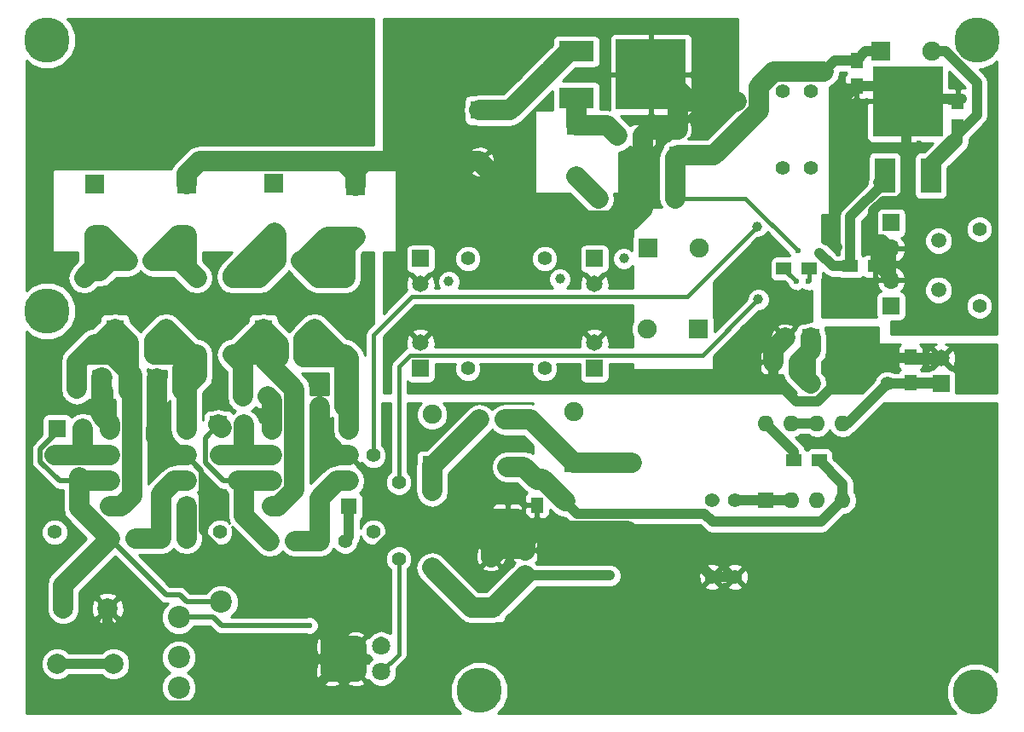
<source format=gbr>
G04 #@! TF.FileFunction,Copper,L2,Bot,Signal*
%FSLAX46Y46*%
G04 Gerber Fmt 4.6, Leading zero omitted, Abs format (unit mm)*
G04 Created by KiCad (PCBNEW 4.0.6+dfsg1-1) date Sat Nov  4 21:01:42 2017*
%MOMM*%
%LPD*%
G01*
G04 APERTURE LIST*
%ADD10C,0.100000*%
%ADD11C,4.500880*%
%ADD12C,1.397000*%
%ADD13R,1.700000X1.700000*%
%ADD14O,1.700000X1.700000*%
%ADD15R,1.651000X1.651000*%
%ADD16C,1.651000*%
%ADD17R,1.250000X1.500000*%
%ADD18R,1.778000X1.778000*%
%ADD19C,1.778000*%
%ADD20R,1.500000X1.250000*%
%ADD21C,2.000000*%
%ADD22C,2.200000*%
%ADD23R,1.905000X1.905000*%
%ADD24C,1.905000*%
%ADD25C,1.800000*%
%ADD26R,1.600000X1.600000*%
%ADD27O,1.600000X1.600000*%
%ADD28C,1.500000*%
%ADD29R,2.000000X3.500000*%
%ADD30R,7.000000X7.000000*%
%ADD31R,3.500000X2.000000*%
%ADD32C,1.000000*%
%ADD33C,0.600000*%
%ADD34C,1.000000*%
%ADD35C,0.500000*%
%ADD36C,2.000000*%
%ADD37C,0.400000*%
%ADD38C,0.254000*%
G04 APERTURE END LIST*
D10*
D11*
X104775000Y-73660000D03*
X147701000Y-111379000D03*
X196977000Y-111506000D03*
X104775000Y-46736000D03*
D12*
X177800000Y-59436000D03*
X177800000Y-51816000D03*
X180594000Y-59436000D03*
X180594000Y-51816000D03*
D13*
X188595000Y-64897000D03*
D14*
X188595000Y-67437000D03*
D13*
X188595000Y-73152000D03*
D14*
X188595000Y-70612000D03*
D15*
X167386000Y-58166000D03*
D16*
X167386000Y-55626000D03*
D17*
X185166000Y-51288000D03*
X185166000Y-48788000D03*
X195199000Y-52852000D03*
X195199000Y-55352000D03*
D18*
X147701000Y-53721000D03*
D19*
X147701000Y-58801000D03*
D20*
X184551000Y-69215000D03*
X187051000Y-69215000D03*
D18*
X148844000Y-103124000D03*
D19*
X148844000Y-98044000D03*
D20*
X161437000Y-56261000D03*
X163937000Y-56261000D03*
D17*
X152273000Y-99929000D03*
X152273000Y-97429000D03*
D20*
X147721000Y-84455000D03*
X150221000Y-84455000D03*
X179431000Y-78740000D03*
X176931000Y-78740000D03*
D15*
X193548000Y-80899000D03*
D16*
X193548000Y-78359000D03*
D20*
X180447000Y-69469000D03*
X177947000Y-69469000D03*
D17*
X190500000Y-80752000D03*
X190500000Y-78252000D03*
X153416000Y-92944000D03*
X153416000Y-90444000D03*
D18*
X150495000Y-94234000D03*
D19*
X150495000Y-89154000D03*
D15*
X180594000Y-76327000D03*
D16*
X178054000Y-76327000D03*
D15*
X159131000Y-79375000D03*
D16*
X159131000Y-76835000D03*
D15*
X141859000Y-79375000D03*
D16*
X141859000Y-76835000D03*
D15*
X159131000Y-68453000D03*
D16*
X159131000Y-70993000D03*
D15*
X141859000Y-68453000D03*
D16*
X141859000Y-70993000D03*
D20*
X107716000Y-81407000D03*
X110216000Y-81407000D03*
X115423000Y-77978000D03*
X112923000Y-77978000D03*
D18*
X111506000Y-75438000D03*
D19*
X116586000Y-75438000D03*
D20*
X115296000Y-68707000D03*
X112796000Y-68707000D03*
X118217000Y-81534000D03*
X115717000Y-81534000D03*
D13*
X105791000Y-85344000D03*
D14*
X108331000Y-85344000D03*
D20*
X124226000Y-82169000D03*
X126726000Y-82169000D03*
X130028000Y-68707000D03*
X127528000Y-68707000D03*
X130282000Y-78232000D03*
X127782000Y-78232000D03*
D18*
X126238000Y-75438000D03*
D19*
X131318000Y-75438000D03*
D20*
X131846000Y-83185000D03*
X134346000Y-83185000D03*
D13*
X121793000Y-84963000D03*
D14*
X124333000Y-84963000D03*
D21*
X105779000Y-108712000D03*
X106379000Y-103212000D03*
X110779000Y-103212000D03*
X111379000Y-108712000D03*
D22*
X122056000Y-102577000D03*
X117856000Y-104077000D03*
X117856000Y-108077000D03*
X117856000Y-111077000D03*
D23*
X187579000Y-47879000D03*
D24*
X192659000Y-47879000D03*
D23*
X157353000Y-55245000D03*
D24*
X157353000Y-60325000D03*
D23*
X143002000Y-89027000D03*
D24*
X143002000Y-83947000D03*
D23*
X157099000Y-88773000D03*
D24*
X157099000Y-83693000D03*
D23*
X164465000Y-67437000D03*
D24*
X169545000Y-67437000D03*
D23*
X169418000Y-75438000D03*
D24*
X164338000Y-75438000D03*
D23*
X109474000Y-61087000D03*
D24*
X109474000Y-66167000D03*
D23*
X118618000Y-61087000D03*
D24*
X118618000Y-66167000D03*
D23*
X127254000Y-60960000D03*
D24*
X127254000Y-66040000D03*
D23*
X135382000Y-61214000D03*
D24*
X135382000Y-66294000D03*
D12*
X197358000Y-73152000D03*
X197358000Y-65532000D03*
X159512000Y-62484000D03*
X167132000Y-62484000D03*
X143002000Y-91567000D03*
X143002000Y-99187000D03*
X188214000Y-80899000D03*
X180594000Y-80899000D03*
X173101000Y-100076000D03*
X173101000Y-92456000D03*
X162811557Y-88773000D03*
X156212443Y-92583000D03*
X154178000Y-68453000D03*
X146558000Y-68453000D03*
X146558000Y-79375000D03*
X154178000Y-79375000D03*
X170815000Y-92456000D03*
X170815000Y-100076000D03*
X108458000Y-70358000D03*
X108458000Y-77978000D03*
X119634000Y-70358000D03*
X119634000Y-77978000D03*
X105537000Y-88011000D03*
X105537000Y-95631000D03*
X123190000Y-70358000D03*
X123190000Y-77978000D03*
X134366000Y-70358000D03*
X134366000Y-77978000D03*
X121920000Y-88011000D03*
X121920000Y-95631000D03*
X139700000Y-90678000D03*
X139700000Y-98298000D03*
X137160000Y-95631000D03*
X137160000Y-88011000D03*
D25*
X137969000Y-109474000D03*
X135469000Y-109474000D03*
X132969000Y-109474000D03*
X137969000Y-106974000D03*
X135469000Y-106974000D03*
X132969000Y-106974000D03*
D26*
X176149000Y-92456000D03*
D27*
X183769000Y-84836000D03*
X178689000Y-92456000D03*
X181229000Y-84836000D03*
X181229000Y-92456000D03*
X178689000Y-84836000D03*
X183769000Y-92456000D03*
X176149000Y-84836000D03*
D26*
X118618000Y-93091000D03*
D27*
X110998000Y-85471000D03*
X118618000Y-90551000D03*
X110998000Y-88011000D03*
X118618000Y-88011000D03*
X110998000Y-90551000D03*
X118618000Y-85471000D03*
X110998000Y-93091000D03*
D26*
X134747000Y-93091000D03*
D27*
X127127000Y-85471000D03*
X134747000Y-90551000D03*
X127127000Y-88011000D03*
X134747000Y-88011000D03*
X127127000Y-90551000D03*
X134747000Y-85471000D03*
X127127000Y-93091000D03*
D28*
X193294000Y-66675000D03*
X193294000Y-71575000D03*
D29*
X192536000Y-60215000D03*
X187956000Y-60215000D03*
D30*
X190236000Y-52815000D03*
D31*
X157336000Y-52455000D03*
X157336000Y-47875000D03*
D30*
X164736000Y-50155000D03*
D20*
X178963000Y-88519000D03*
X181463000Y-88519000D03*
D12*
X134366000Y-96520000D03*
X131826000Y-96520000D03*
X124333000Y-90551000D03*
X124333000Y-88011000D03*
X129413000Y-96520000D03*
X126873000Y-96520000D03*
X108331000Y-90551000D03*
X108331000Y-88011000D03*
X118618000Y-96266000D03*
X116078000Y-96266000D03*
X113538000Y-96266000D03*
X110998000Y-96266000D03*
D11*
X197104000Y-46736000D03*
D32*
X144653000Y-70739000D03*
X155702000Y-70485000D03*
D33*
X122936000Y-83312000D03*
X121793000Y-80010000D03*
X121920000Y-81280000D03*
X121285000Y-82931000D03*
X132080000Y-80264000D03*
X131572000Y-81153000D03*
X131826000Y-87884000D03*
X136906000Y-90932000D03*
X138430000Y-89535000D03*
X138176000Y-84709000D03*
X138557000Y-86360000D03*
X138430000Y-83312000D03*
X148971000Y-83185000D03*
X142240000Y-86106000D03*
X180721000Y-87122000D03*
X182372000Y-86487000D03*
X179959000Y-86360000D03*
X188341000Y-83566000D03*
X197612000Y-86868000D03*
X197104000Y-89916000D03*
X195199000Y-85471000D03*
X197231000Y-83312000D03*
X198755000Y-83312000D03*
X162814000Y-97663000D03*
X156591000Y-97917000D03*
X144780000Y-104394000D03*
X154178000Y-101981000D03*
X152273000Y-106172000D03*
X145415000Y-97917000D03*
X142875000Y-103124000D03*
X140970000Y-100203000D03*
X148971000Y-86106000D03*
X145669000Y-90551000D03*
X152654000Y-87122000D03*
X151257000Y-86741000D03*
X121539000Y-68453000D03*
X105029000Y-78486000D03*
X105410000Y-81280000D03*
X104140000Y-92456000D03*
X107950000Y-96012000D03*
X104521000Y-105029000D03*
X104267000Y-109982000D03*
X106680000Y-111506000D03*
X109982000Y-110871000D03*
X112014000Y-111379000D03*
X114173000Y-110871000D03*
X115316000Y-111506000D03*
X107823000Y-107061000D03*
X115443000Y-107442000D03*
X113284000Y-101600000D03*
X111633000Y-99314000D03*
X189357000Y-75311000D03*
X193421000Y-69469000D03*
X195834000Y-71120000D03*
X195453000Y-74676000D03*
X193294000Y-74422000D03*
X191389000Y-74422000D03*
X195834000Y-63754000D03*
X193421000Y-64389000D03*
X191135000Y-63754000D03*
X190881000Y-72009000D03*
X190881000Y-66548000D03*
X192151000Y-68707000D03*
X196342000Y-67310000D03*
X184277000Y-70739000D03*
X186563000Y-71374000D03*
X191389000Y-57023000D03*
X184785000Y-56769000D03*
X184023000Y-60198000D03*
X183261000Y-62357000D03*
X162814000Y-54610000D03*
X169672000Y-55626000D03*
X171958000Y-48514000D03*
X171831000Y-45339000D03*
X157988000Y-50165000D03*
X146050000Y-50927000D03*
X144399000Y-46228000D03*
X144399000Y-48133000D03*
X138938000Y-48895000D03*
X139192000Y-45339000D03*
X197866000Y-98806000D03*
X188722000Y-99822000D03*
X189611000Y-94107000D03*
X174752000Y-111633000D03*
X166624000Y-102997000D03*
X165862000Y-108204000D03*
X178054000Y-99568000D03*
X182245000Y-104648000D03*
X183261000Y-100584000D03*
X173863000Y-104521000D03*
X185293000Y-109728000D03*
X188722000Y-108966000D03*
X106045000Y-58293000D03*
X104648000Y-51435000D03*
X107569000Y-50292000D03*
X108966000Y-46228000D03*
X121412000Y-45339000D03*
X132207000Y-49403000D03*
X136144000Y-50292000D03*
X136017000Y-45466000D03*
X103759000Y-64008000D03*
X106934000Y-68326000D03*
X114300000Y-72771000D03*
X117729000Y-72009000D03*
X121666000Y-73406000D03*
X183250000Y-67310000D03*
X186817000Y-63881000D03*
X190246000Y-62484000D03*
X190119000Y-59182000D03*
X163576000Y-59944000D03*
X188468000Y-78105000D03*
X183388000Y-79883000D03*
X177165000Y-80645000D03*
X150622000Y-64389000D03*
X161925000Y-65532000D03*
D32*
X162052000Y-70612000D03*
X162115500Y-73850500D03*
X186817000Y-66548000D03*
X183896000Y-52959000D03*
X173228000Y-52832000D03*
D33*
X179324000Y-67691000D03*
D32*
X181864000Y-49911000D03*
D33*
X181483000Y-67897000D03*
D32*
X160675000Y-99929000D03*
D33*
X159131000Y-95484000D03*
X162941000Y-96012000D03*
X115697000Y-80391000D03*
X110236000Y-80264000D03*
X110216000Y-84032000D03*
X120015000Y-89408000D03*
X115824000Y-82931000D03*
X116422947Y-87031053D03*
X110216000Y-82931000D03*
X123038609Y-98449391D03*
X115570000Y-85471000D03*
X131445000Y-85471000D03*
X180340000Y-70739000D03*
X179197000Y-70739000D03*
D32*
X162052000Y-68453000D03*
D33*
X130810000Y-104902000D03*
D32*
X175387000Y-72517000D03*
X175260000Y-65278000D03*
D34*
X183250000Y-67310000D02*
X183261000Y-67310000D01*
X190246000Y-62484000D02*
X189928500Y-62166500D01*
X189928500Y-62166500D02*
X190246000Y-62484000D01*
X190246000Y-62484000D02*
X190246000Y-61849000D01*
X163576000Y-59944000D02*
X163937000Y-59944000D01*
X163937000Y-59944000D02*
X163576000Y-59944000D01*
X163576000Y-59944000D02*
X163937000Y-59944000D01*
D35*
X188468000Y-78105000D02*
X188468000Y-78359000D01*
X188468000Y-78359000D02*
X188468000Y-78105000D01*
X188468000Y-78105000D02*
X188468000Y-78359000D01*
X183388000Y-79883000D02*
X183701088Y-80196088D01*
X183701088Y-80196088D02*
X183388000Y-79883000D01*
X183388000Y-79883000D02*
X183388000Y-80509176D01*
X177165000Y-80645000D02*
X177188000Y-80622000D01*
X177188000Y-80622000D02*
X177165000Y-80645000D01*
X177165000Y-80645000D02*
X177165000Y-80599000D01*
X161925000Y-65532000D02*
X161925000Y-64684008D01*
X161925000Y-64684008D02*
X161925000Y-65532000D01*
X161925000Y-65532000D02*
X161925000Y-64684008D01*
X162115500Y-73850500D02*
X162052000Y-73787000D01*
D36*
X147701000Y-58801000D02*
X134112000Y-58801000D01*
X163937000Y-56261000D02*
X163937000Y-59944000D01*
X163937000Y-59944000D02*
X163937000Y-63520000D01*
X163937000Y-63520000D02*
X162772992Y-64684008D01*
X162772992Y-64684008D02*
X161925000Y-64684008D01*
X161925000Y-64684008D02*
X153584008Y-64684008D01*
X153584008Y-64684008D02*
X147701000Y-58801000D01*
D34*
X193548000Y-78359000D02*
X190607000Y-78359000D01*
X190607000Y-78359000D02*
X190500000Y-78252000D01*
X191135000Y-78359000D02*
X188468000Y-78359000D01*
X188468000Y-78359000D02*
X185538176Y-78359000D01*
X185538176Y-78359000D02*
X183388000Y-80509176D01*
X183388000Y-80509176D02*
X181298167Y-82599009D01*
X181298167Y-82599009D02*
X179165009Y-82599009D01*
X179165009Y-82599009D02*
X177165000Y-80599000D01*
X177165000Y-80599000D02*
X176931000Y-80365000D01*
X176931000Y-80365000D02*
X176931000Y-78740000D01*
X193548000Y-78506000D02*
X191282000Y-78506000D01*
X191282000Y-78506000D02*
X191135000Y-78359000D01*
D36*
X176931000Y-78740000D02*
X176931000Y-77450000D01*
X176931000Y-77450000D02*
X178054000Y-76327000D01*
X136271000Y-58801000D02*
X134112000Y-58801000D01*
X134112000Y-58801000D02*
X119888000Y-58801000D01*
X135382000Y-61214000D02*
X135382000Y-60071000D01*
X135382000Y-60071000D02*
X134112000Y-58801000D01*
X119888000Y-58801000D02*
X118618000Y-60071000D01*
X118618000Y-60071000D02*
X118618000Y-61087000D01*
X136271000Y-58801000D02*
X135382000Y-59690000D01*
X135382000Y-59690000D02*
X135382000Y-61214000D01*
D34*
X183896000Y-52959000D02*
X183896000Y-52558000D01*
X183896000Y-52558000D02*
X185166000Y-51288000D01*
D36*
X163937000Y-56261000D02*
X164572000Y-55626000D01*
X164572000Y-55626000D02*
X167386000Y-55626000D01*
X167386000Y-55626000D02*
X167386000Y-52805000D01*
X167386000Y-52805000D02*
X164736000Y-50155000D01*
X173228000Y-52832000D02*
X167413000Y-52832000D01*
D34*
X169037000Y-52832000D02*
X168529000Y-52832000D01*
D36*
X173228000Y-52832000D02*
X171958000Y-52832000D01*
D34*
X168529000Y-52832000D02*
X167413000Y-52832000D01*
D36*
X164736000Y-50155000D02*
X165852000Y-50155000D01*
X165852000Y-50155000D02*
X168529000Y-52832000D01*
D34*
X167413000Y-52832000D02*
X164736000Y-50155000D01*
X185166000Y-51288000D02*
X189210000Y-51288000D01*
X189210000Y-51288000D02*
X190119000Y-52197000D01*
X188595000Y-67437000D02*
X188595000Y-68580000D01*
X188595000Y-68580000D02*
X188595000Y-70612000D01*
X186817000Y-67356000D02*
X186817000Y-66548000D01*
X186856001Y-66587001D02*
X186817000Y-66548000D01*
X186817000Y-66548000D02*
X186817000Y-64389000D01*
X188595000Y-67437000D02*
X187745001Y-66587001D01*
X187745001Y-66587001D02*
X186856001Y-66587001D01*
X188595000Y-67437000D02*
X187204000Y-67437000D01*
X187204000Y-67437000D02*
X187051000Y-67590000D01*
X187051000Y-68981000D02*
X187452000Y-68580000D01*
X187452000Y-68580000D02*
X188595000Y-67437000D01*
X188595000Y-70612000D02*
X188595000Y-69409919D01*
X188595000Y-69409919D02*
X187765081Y-68580000D01*
X187765081Y-68580000D02*
X187452000Y-68580000D01*
X189357000Y-62738000D02*
X190246000Y-61849000D01*
X190246000Y-61849000D02*
X190119000Y-61976000D01*
X190119000Y-61976000D02*
X190119000Y-59182000D01*
X190119000Y-59182000D02*
X190119000Y-57277000D01*
X190119000Y-57277000D02*
X190119000Y-52197000D01*
X187793998Y-62738000D02*
X189357000Y-62738000D01*
X186817000Y-64389000D02*
X186817000Y-63881000D01*
X186817000Y-64389000D02*
X186817000Y-63714998D01*
X186817000Y-63714998D02*
X187793998Y-62738000D01*
X187051000Y-69215000D02*
X187051000Y-67590000D01*
X187051000Y-67590000D02*
X186817000Y-67356000D01*
X195580000Y-52558000D02*
X190480000Y-52558000D01*
X190480000Y-52558000D02*
X190119000Y-52197000D01*
X187051000Y-69215000D02*
X187198000Y-69215000D01*
X187198000Y-69215000D02*
X188595000Y-70612000D01*
X187051000Y-69215000D02*
X187051000Y-68981000D01*
X187579000Y-47879000D02*
X186075000Y-47879000D01*
X186075000Y-47879000D02*
X185166000Y-48788000D01*
D37*
X179324000Y-67691000D02*
X174117000Y-62484000D01*
X174117000Y-62484000D02*
X167132000Y-62484000D01*
D36*
X167132000Y-62484000D02*
X167132000Y-58420000D01*
D34*
X167132000Y-58420000D02*
X167386000Y-58166000D01*
D36*
X181864000Y-49911000D02*
X176895218Y-49911000D01*
X176895218Y-49911000D02*
X175428010Y-51378208D01*
X175428010Y-51378208D02*
X175428010Y-53743273D01*
X175428010Y-53743273D02*
X171005283Y-58166000D01*
X171005283Y-58166000D02*
X167386000Y-58166000D01*
D34*
X185166000Y-48788000D02*
X182987000Y-48788000D01*
X182987000Y-48788000D02*
X181864000Y-49911000D01*
X185166000Y-48788000D02*
X185273000Y-48788000D01*
X192659000Y-47879000D02*
X194006038Y-47879000D01*
X194006038Y-47879000D02*
X197104000Y-50976962D01*
X192419000Y-59597000D02*
X195199000Y-56817000D01*
X197104000Y-50976962D02*
X197104000Y-54162000D01*
X197104000Y-54162000D02*
X192419000Y-58847000D01*
X192419000Y-58847000D02*
X192419000Y-59597000D01*
X192536000Y-60215000D02*
X192536000Y-59465000D01*
X192536000Y-59465000D02*
X195184000Y-56817000D01*
X195184000Y-56817000D02*
X195199000Y-56817000D01*
X195199000Y-55352000D02*
X195199000Y-56817000D01*
D36*
X152781000Y-51680000D02*
X154677000Y-49784000D01*
X154677000Y-49784000D02*
X156586000Y-47875000D01*
X147701000Y-53721000D02*
X150740000Y-53721000D01*
X150740000Y-53721000D02*
X154677000Y-49784000D01*
X156586000Y-47875000D02*
X157336000Y-47875000D01*
D34*
X187956000Y-60215000D02*
X187956000Y-60878928D01*
X187956000Y-60878928D02*
X184551000Y-64283928D01*
X184551000Y-64283928D02*
X184551000Y-67590000D01*
X184551000Y-67590000D02*
X184551000Y-69215000D01*
X187316000Y-60855000D02*
X187956000Y-60215000D01*
X184551000Y-69215000D02*
X182801000Y-69215000D01*
X182801000Y-69215000D02*
X181483000Y-67897000D01*
D36*
X147828000Y-103124000D02*
X148844000Y-103124000D01*
X143002000Y-99187000D02*
X146939000Y-103124000D01*
X146939000Y-103124000D02*
X147828000Y-103124000D01*
D34*
X178963000Y-88519000D02*
X178963000Y-87650000D01*
X178963000Y-87650000D02*
X176149000Y-84836000D01*
X152273000Y-99929000D02*
X160675000Y-99929000D01*
D36*
X148844000Y-103124000D02*
X149078000Y-103124000D01*
X149078000Y-103124000D02*
X152273000Y-99929000D01*
X115717000Y-81534000D02*
X115717000Y-80411000D01*
X115717000Y-80411000D02*
X115697000Y-80391000D01*
X110216000Y-81407000D02*
X110216000Y-80284000D01*
X110216000Y-80284000D02*
X110236000Y-80264000D01*
D35*
X162941000Y-96012000D02*
X162433000Y-95504000D01*
X162433000Y-95504000D02*
X162433000Y-95484000D01*
X120015000Y-89408000D02*
X120068010Y-89461010D01*
X115824000Y-82931000D02*
X115717000Y-82931000D01*
X115717000Y-82931000D02*
X115824000Y-82931000D01*
X115824000Y-82931000D02*
X115717000Y-82931000D01*
D34*
X136040718Y-101259000D02*
X136040718Y-98820064D01*
X136040718Y-98820064D02*
X139376782Y-95484000D01*
X139376782Y-95484000D02*
X141815718Y-95484000D01*
D36*
X150495000Y-94234000D02*
X150495000Y-94595000D01*
X150495000Y-94595000D02*
X151384000Y-95484000D01*
D35*
X134747000Y-88011000D02*
X141815718Y-95079718D01*
X141815718Y-95079718D02*
X141815718Y-95484000D01*
X128500718Y-101259000D02*
X125848218Y-101259000D01*
X125848218Y-101259000D02*
X123038609Y-98449391D01*
X123038609Y-98449391D02*
X120068010Y-95478792D01*
X120068010Y-95478792D02*
X120068010Y-89461010D01*
X120068010Y-89461010D02*
X119417999Y-88810999D01*
X119417999Y-88810999D02*
X118618000Y-88011000D01*
D34*
X110779000Y-103212000D02*
X110779000Y-104626213D01*
X110779000Y-104626213D02*
X113409499Y-107256712D01*
X113409499Y-107256712D02*
X113409499Y-111923281D01*
X113409499Y-111923281D02*
X114363219Y-112877001D01*
X114363219Y-112877001D02*
X129565999Y-112877001D01*
X129565999Y-112877001D02*
X132069001Y-110373999D01*
X132069001Y-110373999D02*
X132969000Y-109474000D01*
D36*
X132969000Y-103251000D02*
X132802000Y-103251000D01*
X132802000Y-103251000D02*
X130810000Y-101259000D01*
X132969000Y-103251000D02*
X132969000Y-101513000D01*
X132969000Y-106974000D02*
X132969000Y-103251000D01*
X132715000Y-101259000D02*
X134239000Y-101259000D01*
X134239000Y-101259000D02*
X136040718Y-101259000D01*
X132969000Y-103251000D02*
X132969000Y-102529000D01*
X132969000Y-102529000D02*
X134239000Y-101259000D01*
X130810000Y-101259000D02*
X132715000Y-101259000D01*
X132969000Y-101513000D02*
X132715000Y-101259000D01*
D34*
X162433000Y-95484000D02*
X168255000Y-95484000D01*
X168255000Y-95484000D02*
X169799000Y-97028000D01*
X169799000Y-97028000D02*
X169799000Y-99060000D01*
X169799000Y-99060000D02*
X170815000Y-100076000D01*
D36*
X130810000Y-101259000D02*
X128500718Y-101259000D01*
X133477000Y-101259000D02*
X130810000Y-101259000D01*
X136040718Y-101259000D02*
X136461718Y-100838000D01*
X135469000Y-106974000D02*
X132969000Y-109474000D01*
X135469000Y-109474000D02*
X135469000Y-106974000D01*
X132969000Y-106974000D02*
X132969000Y-109474000D01*
X151384000Y-95484000D02*
X148209000Y-95484000D01*
X148209000Y-95484000D02*
X145395000Y-95484000D01*
X141815718Y-95484000D02*
X148209000Y-95484000D01*
X135469000Y-109474000D02*
X132969000Y-109474000D01*
X132969000Y-106974000D02*
X135469000Y-106974000D01*
X110216000Y-81407000D02*
X110216000Y-82931000D01*
X110216000Y-82931000D02*
X110216000Y-84032000D01*
X110216000Y-84032000D02*
X110998000Y-84814000D01*
X110998000Y-84814000D02*
X110998000Y-85471000D01*
X110383000Y-81661000D02*
X110383000Y-84286000D01*
X110383000Y-84286000D02*
X110998000Y-84901000D01*
X110998000Y-84901000D02*
X110998000Y-85471000D01*
X115717000Y-81534000D02*
X115717000Y-82931000D01*
X115717000Y-82931000D02*
X115717000Y-85324000D01*
X115717000Y-85324000D02*
X115570000Y-85471000D01*
X115570000Y-85471000D02*
X115570000Y-86178106D01*
X115570000Y-86178106D02*
X116422947Y-87031053D01*
X116422947Y-87031053D02*
X117402894Y-88011000D01*
X117402894Y-88011000D02*
X117486630Y-88011000D01*
X117486630Y-88011000D02*
X118618000Y-88011000D01*
X127127000Y-85471000D02*
X127127000Y-82570000D01*
X127127000Y-82570000D02*
X126726000Y-82169000D01*
X131846000Y-83185000D02*
X131846000Y-86241370D01*
X131846000Y-86241370D02*
X133615630Y-88011000D01*
X133518010Y-88011000D02*
X133615630Y-88011000D01*
X133615630Y-88011000D02*
X134747000Y-88011000D01*
D34*
X142220000Y-95484000D02*
X145395000Y-95484000D01*
D36*
X152273000Y-97429000D02*
X152273000Y-96373000D01*
X152273000Y-96373000D02*
X153162000Y-95484000D01*
X148844000Y-95504000D02*
X148844000Y-94361000D01*
X148844000Y-94361000D02*
X151531000Y-94361000D01*
X151531000Y-94361000D02*
X152019000Y-94849000D01*
X153162000Y-95484000D02*
X151384000Y-95484000D01*
X152019000Y-94849000D02*
X151384000Y-95484000D01*
X162433000Y-95484000D02*
X159131000Y-95484000D01*
X159131000Y-95484000D02*
X153162000Y-95484000D01*
X152019000Y-97322000D02*
X152019000Y-96627000D01*
X152019000Y-96627000D02*
X153162000Y-95484000D01*
X152019000Y-97322000D02*
X149693000Y-97322000D01*
X149693000Y-97322000D02*
X148844000Y-98171000D01*
X148844000Y-98171000D02*
X148844000Y-95504000D01*
D34*
X170815000Y-100076000D02*
X173101000Y-100076000D01*
D36*
X157353000Y-55245000D02*
X160421000Y-55245000D01*
X160421000Y-55245000D02*
X161437000Y-56261000D01*
X157353000Y-55245000D02*
X157353000Y-52472000D01*
X157353000Y-52472000D02*
X157336000Y-52455000D01*
X143002000Y-91567000D02*
X143002000Y-89027000D01*
X143002000Y-89027000D02*
X143149000Y-89027000D01*
X143149000Y-89027000D02*
X147721000Y-84455000D01*
X157099000Y-88773000D02*
X158623000Y-88773000D01*
X158623000Y-88773000D02*
X160020000Y-88773000D01*
X162811557Y-88773000D02*
X158623000Y-88773000D01*
X150221000Y-84455000D02*
X152781000Y-84455000D01*
X152781000Y-84455000D02*
X157099000Y-88773000D01*
X179431000Y-78740000D02*
X179431000Y-79736000D01*
X179431000Y-79736000D02*
X180594000Y-80899000D01*
X179431000Y-78740000D02*
X180594000Y-77577000D01*
X180594000Y-77577000D02*
X180594000Y-76327000D01*
D34*
X180594000Y-80899000D02*
X180594000Y-76327000D01*
X190500000Y-80752000D02*
X193401000Y-80752000D01*
X193401000Y-80752000D02*
X193548000Y-80899000D01*
X191135000Y-80899000D02*
X193441000Y-80899000D01*
X193441000Y-80899000D02*
X193548000Y-81006000D01*
X188214000Y-80899000D02*
X191135000Y-80899000D01*
X184277000Y-84836000D02*
X186055000Y-83058000D01*
X186055000Y-83058000D02*
X188214000Y-80899000D01*
X183769000Y-84836000D02*
X184277000Y-84836000D01*
D37*
X180447000Y-69469000D02*
X180447000Y-70632000D01*
X180447000Y-70632000D02*
X180340000Y-70739000D01*
X177947000Y-69469000D02*
X177947000Y-69489000D01*
X177947000Y-69489000D02*
X179197000Y-70739000D01*
D36*
X150495000Y-89154000D02*
X152126000Y-89154000D01*
X152126000Y-89154000D02*
X153416000Y-90444000D01*
X156212443Y-92583000D02*
X153946443Y-90317000D01*
D34*
X183769000Y-92456000D02*
X183769000Y-90825000D01*
X183769000Y-90825000D02*
X181463000Y-88519000D01*
X170904218Y-94615000D02*
X181610000Y-94615000D01*
X181610000Y-94615000D02*
X183769000Y-92456000D01*
X155575000Y-91948000D02*
X157410990Y-93783990D01*
X157410990Y-93783990D02*
X170073208Y-93783990D01*
X170073208Y-93783990D02*
X170904218Y-94615000D01*
D36*
X153944000Y-90317000D02*
X155575000Y-91948000D01*
X107716000Y-81407000D02*
X107716000Y-78720000D01*
X107716000Y-78720000D02*
X108458000Y-77978000D01*
X112883000Y-81661000D02*
X112883000Y-76815000D01*
X112883000Y-76815000D02*
X111506000Y-75438000D01*
X110998000Y-93091000D02*
X112129370Y-93091000D01*
X112129370Y-93091000D02*
X113198010Y-92022360D01*
X113198010Y-92022360D02*
X113198010Y-80019010D01*
X113198010Y-80019010D02*
X111506000Y-78327000D01*
X111506000Y-78327000D02*
X111506000Y-75438000D01*
X108458000Y-77978000D02*
X111506000Y-77978000D01*
X111506000Y-77978000D02*
X112923000Y-77978000D01*
X111506000Y-75438000D02*
X111506000Y-77978000D01*
X108966000Y-77978000D02*
X109982000Y-76962000D01*
X109982000Y-76962000D02*
X111506000Y-75438000D01*
X108458000Y-77978000D02*
X109474000Y-76962000D01*
X109474000Y-76962000D02*
X109982000Y-76962000D01*
X108458000Y-77978000D02*
X108966000Y-77978000D01*
X112923000Y-77978000D02*
X112923000Y-76855000D01*
X112923000Y-76855000D02*
X111506000Y-75438000D01*
X119634000Y-77978000D02*
X119634000Y-80117000D01*
X119634000Y-80117000D02*
X118217000Y-81534000D01*
X118217000Y-81534000D02*
X118217000Y-79395000D01*
X118217000Y-79395000D02*
X119634000Y-77978000D01*
X118618000Y-85471000D02*
X118618000Y-78994000D01*
X118618000Y-78994000D02*
X119634000Y-77978000D01*
X118618000Y-77470000D02*
X116586000Y-75438000D01*
X119126000Y-77978000D02*
X118237000Y-77089000D01*
X118237000Y-77089000D02*
X116586000Y-75438000D01*
D34*
X118618000Y-77470000D02*
X118237000Y-77089000D01*
D36*
X115423000Y-77978000D02*
X116586000Y-77978000D01*
X116586000Y-77978000D02*
X119634000Y-77978000D01*
X116586000Y-75438000D02*
X116586000Y-77978000D01*
X119634000Y-77978000D02*
X119126000Y-77978000D01*
X115423000Y-77978000D02*
X115423000Y-76601000D01*
X115423000Y-76601000D02*
X116586000Y-75438000D01*
X118618000Y-66167000D02*
X117836000Y-66167000D01*
X117836000Y-66167000D02*
X115296000Y-68707000D01*
X118618000Y-66167000D02*
X118618000Y-69342000D01*
X118618000Y-69342000D02*
X119634000Y-70358000D01*
X117094000Y-68707000D02*
X117983000Y-68707000D01*
X117983000Y-68707000D02*
X119634000Y-70358000D01*
X115296000Y-68707000D02*
X117094000Y-68707000D01*
X109474000Y-66167000D02*
X110256000Y-66167000D01*
X110256000Y-66167000D02*
X112796000Y-68707000D01*
X109474000Y-66167000D02*
X109474000Y-69342000D01*
X109474000Y-69342000D02*
X108458000Y-70358000D01*
X109474000Y-66167000D02*
X109474000Y-67514038D01*
X109474000Y-67514038D02*
X110666962Y-68707000D01*
X110666962Y-68707000D02*
X110998000Y-68707000D01*
X108458000Y-70358000D02*
X110109000Y-68707000D01*
X110109000Y-68707000D02*
X110998000Y-68707000D01*
X108458000Y-70358000D02*
X109156499Y-69659501D01*
X109156499Y-69659501D02*
X110045499Y-69659501D01*
X110045499Y-69659501D02*
X110998000Y-68707000D01*
X110680499Y-69024501D02*
X110998000Y-68707000D01*
X112796000Y-68707000D02*
X110998000Y-68707000D01*
D35*
X105791000Y-85344000D02*
X105791000Y-85706377D01*
X105791000Y-85706377D02*
X104086990Y-87410387D01*
X104086990Y-87410387D02*
X104086990Y-88611613D01*
X104086990Y-88611613D02*
X106026377Y-90551000D01*
X106026377Y-90551000D02*
X107343172Y-90551000D01*
D37*
X105791000Y-85344000D02*
X105791000Y-85777087D01*
X107343172Y-90551000D02*
X108331000Y-90551000D01*
D36*
X106379000Y-103212000D02*
X106379000Y-100885000D01*
X106379000Y-100885000D02*
X110998000Y-96266000D01*
D35*
X122056000Y-102577000D02*
X118650002Y-102577000D01*
X118650002Y-102577000D02*
X117927002Y-101854000D01*
X117927002Y-101854000D02*
X116586000Y-101854000D01*
X116586000Y-101854000D02*
X110998000Y-96266000D01*
D36*
X110998000Y-96266000D02*
X107991010Y-93259010D01*
X107991010Y-93259010D02*
X107991010Y-90211010D01*
X107991010Y-90211010D02*
X108331000Y-90551000D01*
X110998000Y-90551000D02*
X108331000Y-90551000D01*
X105537000Y-88011000D02*
X108331000Y-88011000D01*
X108331000Y-85344000D02*
X108331000Y-88011000D01*
X108331000Y-88011000D02*
X110998000Y-88011000D01*
X124226000Y-82169000D02*
X124226000Y-79014000D01*
X124226000Y-79014000D02*
X123190000Y-77978000D01*
X127127000Y-93091000D02*
X127698283Y-93091000D01*
X127698283Y-93091000D02*
X129327010Y-91462273D01*
X129327010Y-91462273D02*
X129327010Y-86360000D01*
X129327010Y-86360000D02*
X129327010Y-81416010D01*
X129327010Y-81416010D02*
X126238000Y-78327000D01*
X126238000Y-78327000D02*
X126238000Y-75438000D01*
X123190000Y-77978000D02*
X127528000Y-77978000D01*
X127528000Y-77978000D02*
X127782000Y-78232000D01*
X123190000Y-77978000D02*
X123698000Y-77978000D01*
X123698000Y-77978000D02*
X126238000Y-75438000D01*
X127782000Y-78232000D02*
X127782000Y-76982000D01*
X127782000Y-76982000D02*
X126238000Y-75438000D01*
X126238000Y-75438000D02*
X126238000Y-76688000D01*
X126238000Y-76688000D02*
X127782000Y-78232000D01*
X130175000Y-68707000D02*
X132588000Y-66294000D01*
X132588000Y-66294000D02*
X135382000Y-66294000D01*
X130028000Y-68707000D02*
X130175000Y-68707000D01*
X134366000Y-70358000D02*
X131679000Y-70358000D01*
X131679000Y-70358000D02*
X130028000Y-68707000D01*
X130028000Y-68707000D02*
X132969000Y-68707000D01*
X132969000Y-68707000D02*
X135382000Y-66294000D01*
X134366000Y-70358000D02*
X134366000Y-67310000D01*
X134366000Y-67310000D02*
X135382000Y-66294000D01*
X123190000Y-70358000D02*
X125222000Y-70358000D01*
X125222000Y-70358000D02*
X125877000Y-70358000D01*
X127381000Y-65913000D02*
X127381000Y-68199000D01*
X127381000Y-68199000D02*
X125222000Y-70358000D01*
X123190000Y-70358000D02*
X123190000Y-70104000D01*
X123190000Y-70104000D02*
X127381000Y-65913000D01*
X127528000Y-68707000D02*
X127528000Y-66060000D01*
X127528000Y-66060000D02*
X127381000Y-65913000D01*
X125877000Y-70358000D02*
X127528000Y-68707000D01*
X134346000Y-83185000D02*
X134346000Y-77998000D01*
X134346000Y-81280000D02*
X134346000Y-77998000D01*
X134346000Y-77998000D02*
X134366000Y-77978000D01*
X134747000Y-85471000D02*
X134747000Y-78359000D01*
X134747000Y-78359000D02*
X134366000Y-77978000D01*
D34*
X134366000Y-77978000D02*
X134366000Y-79375000D01*
X134366000Y-79375000D02*
X134747000Y-79756000D01*
X134747000Y-78867000D02*
X132461000Y-76581000D01*
D36*
X133858000Y-77978000D02*
X132461000Y-76581000D01*
X132461000Y-76581000D02*
X131318000Y-75438000D01*
X130810000Y-78232000D02*
X132461000Y-76581000D01*
X130282000Y-78232000D02*
X130810000Y-78232000D01*
X130282000Y-78232000D02*
X134112000Y-78232000D01*
X134112000Y-78232000D02*
X134366000Y-77978000D01*
X134366000Y-77978000D02*
X133858000Y-77978000D01*
X130282000Y-78232000D02*
X130282000Y-76474000D01*
X130282000Y-76474000D02*
X131318000Y-75438000D01*
D35*
X124333000Y-90551000D02*
X122301000Y-90551000D01*
X122301000Y-90551000D02*
X120469990Y-88719990D01*
X120469990Y-88719990D02*
X120469990Y-86286010D01*
X120469990Y-86286010D02*
X121793000Y-84963000D01*
D34*
X105779000Y-108712000D02*
X111379000Y-108712000D01*
D36*
X126873000Y-96520000D02*
X124333000Y-93980000D01*
X124333000Y-93980000D02*
X124333000Y-90551000D01*
X127127000Y-90551000D02*
X124333000Y-90551000D01*
X124333000Y-90551000D02*
X123761717Y-90551000D01*
X122132990Y-85302990D02*
X121793000Y-84963000D01*
X121920000Y-88011000D02*
X124333000Y-88011000D01*
X124333000Y-88011000D02*
X127127000Y-88011000D01*
X124333000Y-88011000D02*
X124333000Y-84963000D01*
D35*
X117856000Y-104077000D02*
X121261998Y-104077000D01*
X121261998Y-104077000D02*
X122086998Y-104902000D01*
X122086998Y-104902000D02*
X130810000Y-104902000D01*
X118278255Y-104077000D02*
X117856000Y-104077000D01*
D34*
X134747000Y-93091000D02*
X134747000Y-96139000D01*
X134747000Y-96139000D02*
X134366000Y-96520000D01*
D36*
X118618000Y-93091000D02*
X118618000Y-96266000D01*
X159512000Y-62484000D02*
X157353000Y-60325000D01*
D34*
X173101000Y-92456000D02*
X176149000Y-92456000D01*
X176149000Y-92456000D02*
X178689000Y-92456000D01*
X171069000Y-92456000D02*
X170815000Y-92456000D01*
X178689000Y-84836000D02*
X181229000Y-84836000D01*
D36*
X116078000Y-96266000D02*
X116078000Y-91870998D01*
X116078000Y-91870998D02*
X117397998Y-90551000D01*
X117397998Y-90551000D02*
X117486630Y-90551000D01*
X117486630Y-90551000D02*
X118618000Y-90551000D01*
X113538000Y-96266000D02*
X116078000Y-96266000D01*
D37*
X139700000Y-98298000D02*
X139700000Y-107743000D01*
X139700000Y-107743000D02*
X137969000Y-109474000D01*
D36*
X131826000Y-96520000D02*
X131826000Y-92251998D01*
X131826000Y-92251998D02*
X133526998Y-90551000D01*
X133526998Y-90551000D02*
X133615630Y-90551000D01*
X133615630Y-90551000D02*
X134747000Y-90551000D01*
X129413000Y-96520000D02*
X131826000Y-96520000D01*
D34*
X137969000Y-106506000D02*
X137969000Y-106974000D01*
D37*
X140802497Y-78060501D02*
X139700000Y-79162998D01*
X139700000Y-79162998D02*
X139700000Y-90678000D01*
X169843499Y-78060501D02*
X174887001Y-73016999D01*
X140633499Y-78229499D02*
X140802497Y-78060501D01*
X140802497Y-78060501D02*
X169843499Y-78060501D01*
X174887001Y-73016999D02*
X175387000Y-72517000D01*
X141014499Y-72218501D02*
X137160000Y-76073000D01*
X137160000Y-76073000D02*
X137160000Y-88011000D01*
X152273000Y-72218501D02*
X151964671Y-72218501D01*
X168319499Y-72218501D02*
X152273000Y-72218501D01*
X152273000Y-72218501D02*
X141014499Y-72218501D01*
X175260000Y-65278000D02*
X168319499Y-72218501D01*
X137160000Y-87023172D02*
X137160000Y-88011000D01*
D38*
G36*
X137160000Y-57166000D02*
X136271005Y-57166000D01*
X136271000Y-57165999D01*
X136270995Y-57166000D01*
X134112005Y-57166000D01*
X134112000Y-57165999D01*
X134111995Y-57166000D01*
X119888000Y-57166000D01*
X119262312Y-57290457D01*
X119072748Y-57417120D01*
X118731880Y-57644880D01*
X118731878Y-57644883D01*
X117461880Y-58914880D01*
X117107457Y-59445312D01*
X117084047Y-59563000D01*
X110714878Y-59563000D01*
X110678390Y-59538069D01*
X110426500Y-59487060D01*
X108521500Y-59487060D01*
X108286183Y-59531338D01*
X108236979Y-59563000D01*
X105410000Y-59563000D01*
X105363841Y-59571685D01*
X105321447Y-59598965D01*
X105293006Y-59640590D01*
X105283000Y-59690000D01*
X105283000Y-67691000D01*
X105291685Y-67737159D01*
X105318965Y-67779553D01*
X105360590Y-67807994D01*
X105410000Y-67818000D01*
X107839000Y-67818000D01*
X107839000Y-68664760D01*
X107301880Y-69201880D01*
X106947457Y-69732312D01*
X106822999Y-70358000D01*
X106947457Y-70983688D01*
X107301880Y-71514120D01*
X107832312Y-71868543D01*
X108458000Y-71993001D01*
X109083688Y-71868543D01*
X109614120Y-71514120D01*
X109833739Y-71294501D01*
X110045494Y-71294501D01*
X110045499Y-71294502D01*
X110671187Y-71170044D01*
X111201619Y-70815621D01*
X111675240Y-70342000D01*
X112796000Y-70342000D01*
X113421687Y-70217543D01*
X113952120Y-69863120D01*
X113996506Y-69796692D01*
X113997441Y-69796090D01*
X114045134Y-69726289D01*
X114081910Y-69783441D01*
X114090614Y-69789388D01*
X114139880Y-69863120D01*
X114670312Y-70217543D01*
X115296000Y-70342001D01*
X115296005Y-70342000D01*
X117305760Y-70342000D01*
X118477880Y-71514120D01*
X119008312Y-71868543D01*
X119634000Y-71993001D01*
X120259688Y-71868543D01*
X120790120Y-71514120D01*
X121144543Y-70983688D01*
X121269001Y-70358000D01*
X121144543Y-69732312D01*
X120790120Y-69201880D01*
X120253000Y-68664760D01*
X120253000Y-67818000D01*
X123163760Y-67818000D01*
X122033880Y-68947880D01*
X121679457Y-69478312D01*
X121554999Y-70104000D01*
X121555000Y-70104005D01*
X121555000Y-70358000D01*
X121679457Y-70983687D01*
X122033880Y-71514120D01*
X122564313Y-71868543D01*
X123190000Y-71993000D01*
X125221995Y-71993000D01*
X125222000Y-71993001D01*
X125222005Y-71993000D01*
X125876995Y-71993000D01*
X125877000Y-71993001D01*
X126502688Y-71868543D01*
X127033120Y-71514120D01*
X128684117Y-69863122D01*
X128684120Y-69863120D01*
X128728506Y-69796692D01*
X128729441Y-69796090D01*
X128777134Y-69726289D01*
X128813910Y-69783441D01*
X128822614Y-69789388D01*
X128871880Y-69863120D01*
X130522878Y-71514117D01*
X130522880Y-71514120D01*
X130979505Y-71819226D01*
X131053313Y-71868543D01*
X131679000Y-71993001D01*
X131679005Y-71993000D01*
X134366000Y-71993000D01*
X134991687Y-71868543D01*
X135522120Y-71514120D01*
X135876543Y-70983687D01*
X136001000Y-70358000D01*
X136001000Y-67987240D01*
X136170240Y-67818000D01*
X137160000Y-67818000D01*
X137160000Y-74892132D01*
X136569566Y-75482566D01*
X136388561Y-75753459D01*
X136325000Y-76073000D01*
X136325000Y-78072442D01*
X136257543Y-77733313D01*
X135903120Y-77202880D01*
X135903117Y-77202878D01*
X135522120Y-76821880D01*
X134991688Y-76467457D01*
X134577261Y-76385022D01*
X133617120Y-75424880D01*
X132474120Y-74281880D01*
X131943688Y-73927457D01*
X131318000Y-73802999D01*
X130692312Y-73927457D01*
X130161880Y-74281880D01*
X130161878Y-74281883D01*
X129125880Y-75317880D01*
X128847197Y-75734958D01*
X127774440Y-74662200D01*
X127774440Y-74549000D01*
X127730162Y-74313683D01*
X127591090Y-74097559D01*
X127378890Y-73952569D01*
X127127000Y-73901560D01*
X126733496Y-73901560D01*
X126238000Y-73802999D01*
X125742504Y-73901560D01*
X125349000Y-73901560D01*
X125113683Y-73945838D01*
X124897559Y-74084910D01*
X124752569Y-74297110D01*
X124701560Y-74549000D01*
X124701560Y-74662201D01*
X122978738Y-76385022D01*
X122564312Y-76467457D01*
X122033880Y-76821880D01*
X121679457Y-77352312D01*
X121554999Y-77978000D01*
X121679457Y-78603688D01*
X122033880Y-79134120D01*
X122591000Y-79691239D01*
X122591000Y-82169000D01*
X122715457Y-82794687D01*
X122888647Y-83053885D01*
X123011910Y-83245441D01*
X123020614Y-83251388D01*
X123069880Y-83325120D01*
X123483883Y-83601747D01*
X123193469Y-83795796D01*
X123107090Y-83661559D01*
X122894890Y-83516569D01*
X122643000Y-83465560D01*
X122438298Y-83465560D01*
X122418688Y-83452457D01*
X121793000Y-83327999D01*
X121167312Y-83452457D01*
X121147702Y-83465560D01*
X120943000Y-83465560D01*
X120707683Y-83509838D01*
X120491559Y-83648910D01*
X120346569Y-83861110D01*
X120295560Y-84113000D01*
X120295560Y-84317702D01*
X120282457Y-84337312D01*
X120253000Y-84485401D01*
X120253000Y-81810239D01*
X120790117Y-81273122D01*
X120790120Y-81273120D01*
X121144543Y-80742687D01*
X121158269Y-80673683D01*
X121269001Y-80117000D01*
X121269000Y-80116995D01*
X121269000Y-77978005D01*
X121269001Y-77978000D01*
X121144543Y-77352312D01*
X120790120Y-76821880D01*
X120259688Y-76467457D01*
X119845261Y-76385022D01*
X119393120Y-75932880D01*
X117742120Y-74281880D01*
X117211688Y-73927457D01*
X116586000Y-73802999D01*
X115960312Y-73927457D01*
X115429880Y-74281880D01*
X115429878Y-74281883D01*
X114266880Y-75444880D01*
X114088141Y-75712381D01*
X114079120Y-75698880D01*
X114079117Y-75698878D01*
X114039122Y-75658883D01*
X114039120Y-75658880D01*
X113042440Y-74662200D01*
X113042440Y-74549000D01*
X112998162Y-74313683D01*
X112859090Y-74097559D01*
X112646890Y-73952569D01*
X112395000Y-73901560D01*
X112001496Y-73901560D01*
X111506000Y-73802999D01*
X111010504Y-73901560D01*
X110617000Y-73901560D01*
X110381683Y-73945838D01*
X110165559Y-74084910D01*
X110020569Y-74297110D01*
X109969560Y-74549000D01*
X109969560Y-74662201D01*
X109262738Y-75369022D01*
X108848312Y-75451457D01*
X108317880Y-75805880D01*
X107301880Y-76821880D01*
X107301878Y-76821883D01*
X106559880Y-77563880D01*
X106205457Y-78094312D01*
X106080999Y-78720000D01*
X106081000Y-78720005D01*
X106081000Y-81407000D01*
X106205457Y-82032687D01*
X106378647Y-82291885D01*
X106501910Y-82483441D01*
X106510614Y-82489388D01*
X106559880Y-82563120D01*
X107090313Y-82917543D01*
X107716000Y-83042000D01*
X108341687Y-82917543D01*
X108872120Y-82563120D01*
X108916506Y-82496692D01*
X108917441Y-82496090D01*
X108963969Y-82427994D01*
X109106302Y-82570327D01*
X109339691Y-82667000D01*
X109930250Y-82667000D01*
X110089000Y-82508250D01*
X110089000Y-81534000D01*
X110069000Y-81534000D01*
X110069000Y-81280000D01*
X110089000Y-81280000D01*
X110089000Y-80305750D01*
X109930250Y-80147000D01*
X109351000Y-80147000D01*
X109351000Y-79613000D01*
X110479760Y-79613000D01*
X111013760Y-80147000D01*
X110501750Y-80147000D01*
X110343000Y-80305750D01*
X110343000Y-81280000D01*
X110363000Y-81280000D01*
X110363000Y-81534000D01*
X110343000Y-81534000D01*
X110343000Y-82508250D01*
X110501750Y-82667000D01*
X111092309Y-82667000D01*
X111325698Y-82570327D01*
X111467338Y-82428687D01*
X111563010Y-82571871D01*
X111563010Y-84181300D01*
X111347041Y-84079086D01*
X111125000Y-84200371D01*
X111125000Y-85344000D01*
X111145000Y-85344000D01*
X111145000Y-85598000D01*
X111125000Y-85598000D01*
X111125000Y-85618000D01*
X110871000Y-85618000D01*
X110871000Y-85598000D01*
X110851000Y-85598000D01*
X110851000Y-85344000D01*
X110871000Y-85344000D01*
X110871000Y-84200371D01*
X110648959Y-84079086D01*
X110142866Y-84318611D01*
X109815752Y-84679714D01*
X109487120Y-84187880D01*
X108956687Y-83833457D01*
X108331000Y-83709000D01*
X107705313Y-83833457D01*
X107191469Y-84176796D01*
X107105090Y-84042559D01*
X106892890Y-83897569D01*
X106641000Y-83846560D01*
X104941000Y-83846560D01*
X104705683Y-83890838D01*
X104489559Y-84029910D01*
X104344569Y-84242110D01*
X104293560Y-84494000D01*
X104293560Y-85952237D01*
X103461200Y-86784597D01*
X103269357Y-87071712D01*
X103262537Y-87106000D01*
X103201989Y-87410387D01*
X103201990Y-87410392D01*
X103201990Y-88611608D01*
X103201989Y-88611613D01*
X103258180Y-88894097D01*
X103269357Y-88950288D01*
X103405472Y-89154000D01*
X103461200Y-89237403D01*
X105400585Y-91176787D01*
X105400587Y-91176790D01*
X105687702Y-91368633D01*
X106026377Y-91436000D01*
X106356010Y-91436000D01*
X106356010Y-93259005D01*
X106356009Y-93259010D01*
X106480467Y-93884698D01*
X106834890Y-94415130D01*
X108685760Y-96266000D01*
X105222880Y-99728880D01*
X104868457Y-100259312D01*
X104743999Y-100885000D01*
X104744000Y-100885005D01*
X104744000Y-103210574D01*
X104743716Y-103535795D01*
X104992106Y-104136943D01*
X105451637Y-104597278D01*
X106052352Y-104846716D01*
X106702795Y-104847284D01*
X107303943Y-104598894D01*
X107538715Y-104364532D01*
X109806073Y-104364532D01*
X109904736Y-104631387D01*
X110514461Y-104857908D01*
X111164460Y-104833856D01*
X111653264Y-104631387D01*
X111751927Y-104364532D01*
X110779000Y-103391605D01*
X109806073Y-104364532D01*
X107538715Y-104364532D01*
X107764278Y-104139363D01*
X108013716Y-103538648D01*
X108014232Y-102947461D01*
X109133092Y-102947461D01*
X109157144Y-103597460D01*
X109359613Y-104086264D01*
X109626468Y-104184927D01*
X110599395Y-103212000D01*
X110958605Y-103212000D01*
X111931532Y-104184927D01*
X112198387Y-104086264D01*
X112424908Y-103476539D01*
X112400856Y-102826540D01*
X112198387Y-102337736D01*
X111931532Y-102239073D01*
X110958605Y-103212000D01*
X110599395Y-103212000D01*
X109626468Y-102239073D01*
X109359613Y-102337736D01*
X109133092Y-102947461D01*
X108014232Y-102947461D01*
X108014284Y-102888205D01*
X108014000Y-102887518D01*
X108014000Y-102059468D01*
X109806073Y-102059468D01*
X110779000Y-103032395D01*
X111751927Y-102059468D01*
X111653264Y-101792613D01*
X111043539Y-101566092D01*
X110393540Y-101590144D01*
X109904736Y-101792613D01*
X109806073Y-102059468D01*
X108014000Y-102059468D01*
X108014000Y-101562240D01*
X111528330Y-98047909D01*
X115960208Y-102479787D01*
X115960210Y-102479790D01*
X116247325Y-102671633D01*
X116586000Y-102739000D01*
X116740532Y-102739000D01*
X116385996Y-103092918D01*
X116121301Y-103730373D01*
X116120699Y-104420599D01*
X116384281Y-105058515D01*
X116871918Y-105547004D01*
X117509373Y-105811699D01*
X118199599Y-105812301D01*
X118837515Y-105548719D01*
X119326004Y-105061082D01*
X119367147Y-104962000D01*
X120895418Y-104962000D01*
X121461206Y-105527787D01*
X121461208Y-105527790D01*
X121710248Y-105694192D01*
X121748323Y-105719633D01*
X122086998Y-105787001D01*
X122087003Y-105787000D01*
X130503178Y-105787000D01*
X130623201Y-105836838D01*
X130995167Y-105837162D01*
X131338943Y-105695117D01*
X131602192Y-105432327D01*
X131744838Y-105088799D01*
X131745162Y-104716833D01*
X131603117Y-104373057D01*
X131340327Y-104109808D01*
X130996799Y-103967162D01*
X130624833Y-103966838D01*
X130503431Y-104017000D01*
X123069289Y-104017000D01*
X123526004Y-103561082D01*
X123790699Y-102923627D01*
X123791301Y-102233401D01*
X123527719Y-101595485D01*
X123040082Y-101106996D01*
X122402627Y-100842301D01*
X121712401Y-100841699D01*
X121074485Y-101105281D01*
X120585996Y-101592918D01*
X120544853Y-101692000D01*
X119016581Y-101692000D01*
X118552792Y-101228210D01*
X118425400Y-101143090D01*
X118265677Y-101036367D01*
X118209486Y-101025190D01*
X117927002Y-100968999D01*
X117926997Y-100969000D01*
X116952579Y-100969000D01*
X113884580Y-97901000D01*
X116078000Y-97901000D01*
X116703687Y-97776543D01*
X117234120Y-97422120D01*
X117348000Y-97251686D01*
X117461880Y-97422120D01*
X117992313Y-97776543D01*
X118618000Y-97901000D01*
X119243687Y-97776543D01*
X119774120Y-97422120D01*
X120128543Y-96891687D01*
X120253000Y-96266000D01*
X120253000Y-93091000D01*
X120128543Y-92465313D01*
X120065440Y-92370872D01*
X120065440Y-92291000D01*
X120021162Y-92055683D01*
X119882090Y-91839559D01*
X119730710Y-91736126D01*
X119774120Y-91707120D01*
X120128543Y-91176687D01*
X120253000Y-90551000D01*
X120128543Y-89925313D01*
X119774120Y-89394880D01*
X119446520Y-89175985D01*
X119473134Y-89163389D01*
X119637169Y-88982310D01*
X119641180Y-89002474D01*
X119652357Y-89058665D01*
X119801336Y-89281629D01*
X119844200Y-89345780D01*
X121675208Y-91176787D01*
X121675210Y-91176790D01*
X121896805Y-91324854D01*
X121962325Y-91368633D01*
X122301000Y-91436001D01*
X122301005Y-91436000D01*
X122424441Y-91436000D01*
X122605597Y-91707120D01*
X122698000Y-91768862D01*
X122698000Y-93979995D01*
X122697999Y-93980000D01*
X122822457Y-94605688D01*
X122907014Y-94732236D01*
X122676353Y-94501173D01*
X122186413Y-94297732D01*
X121655914Y-94297269D01*
X121165620Y-94499854D01*
X120790173Y-94874647D01*
X120586732Y-95364587D01*
X120586269Y-95895086D01*
X120788854Y-96385380D01*
X121163647Y-96760827D01*
X121653587Y-96964268D01*
X122184086Y-96964731D01*
X122674380Y-96762146D01*
X123049827Y-96387353D01*
X123253268Y-95897413D01*
X123253731Y-95366914D01*
X123128373Y-95063524D01*
X123176880Y-95136120D01*
X125716880Y-97676119D01*
X126247312Y-98030542D01*
X126873000Y-98155000D01*
X127498687Y-98030542D01*
X128029119Y-97676119D01*
X128142999Y-97505685D01*
X128256880Y-97676120D01*
X128787313Y-98030543D01*
X129413000Y-98155000D01*
X131826000Y-98155000D01*
X132451687Y-98030543D01*
X132982120Y-97676120D01*
X133244258Y-97283801D01*
X133609647Y-97649827D01*
X134099587Y-97853268D01*
X134630086Y-97853731D01*
X135120380Y-97651146D01*
X135495827Y-97276353D01*
X135699268Y-96786413D01*
X135699328Y-96717431D01*
X135795603Y-96573346D01*
X135882000Y-96139000D01*
X135882000Y-96029966D01*
X136028854Y-96385380D01*
X136403647Y-96760827D01*
X136893587Y-96964268D01*
X137424086Y-96964731D01*
X137914380Y-96762146D01*
X138289827Y-96387353D01*
X138493268Y-95897413D01*
X138493731Y-95366914D01*
X138291146Y-94876620D01*
X137934898Y-94519750D01*
X148971000Y-94519750D01*
X148971000Y-95249309D01*
X149067673Y-95482698D01*
X149246301Y-95661327D01*
X149479690Y-95758000D01*
X150209250Y-95758000D01*
X150368000Y-95599250D01*
X150368000Y-94361000D01*
X150622000Y-94361000D01*
X150622000Y-95599250D01*
X150780750Y-95758000D01*
X151510310Y-95758000D01*
X151743699Y-95661327D01*
X151922327Y-95482698D01*
X152019000Y-95249309D01*
X152019000Y-94519750D01*
X151860250Y-94361000D01*
X150622000Y-94361000D01*
X150368000Y-94361000D01*
X149129750Y-94361000D01*
X148971000Y-94519750D01*
X137934898Y-94519750D01*
X137916353Y-94501173D01*
X137426413Y-94297732D01*
X136895914Y-94297269D01*
X136405620Y-94499854D01*
X136030173Y-94874647D01*
X135882000Y-95231487D01*
X135882000Y-94430018D01*
X135998441Y-94355090D01*
X136143431Y-94142890D01*
X136194440Y-93891000D01*
X136194440Y-93218691D01*
X148971000Y-93218691D01*
X148971000Y-93948250D01*
X149129750Y-94107000D01*
X150368000Y-94107000D01*
X150368000Y-92868750D01*
X150622000Y-92868750D01*
X150622000Y-94107000D01*
X151860250Y-94107000D01*
X152019000Y-93948250D01*
X152019000Y-93229750D01*
X152156000Y-93229750D01*
X152156000Y-93820309D01*
X152252673Y-94053698D01*
X152431301Y-94232327D01*
X152664690Y-94329000D01*
X153130250Y-94329000D01*
X153289000Y-94170250D01*
X153289000Y-93071000D01*
X152314750Y-93071000D01*
X152156000Y-93229750D01*
X152019000Y-93229750D01*
X152019000Y-93218691D01*
X151922327Y-92985302D01*
X151743699Y-92806673D01*
X151510310Y-92710000D01*
X150780750Y-92710000D01*
X150622000Y-92868750D01*
X150368000Y-92868750D01*
X150209250Y-92710000D01*
X149479690Y-92710000D01*
X149246301Y-92806673D01*
X149067673Y-92985302D01*
X148971000Y-93218691D01*
X136194440Y-93218691D01*
X136194440Y-92291000D01*
X136150162Y-92055683D01*
X136011090Y-91839559D01*
X135859710Y-91736126D01*
X135903120Y-91707120D01*
X136257543Y-91176687D01*
X136382000Y-90551000D01*
X136257543Y-89925313D01*
X135903120Y-89394880D01*
X135575520Y-89175985D01*
X135602134Y-89163389D01*
X135978041Y-88748423D01*
X135999971Y-88695477D01*
X136028854Y-88765380D01*
X136403647Y-89140827D01*
X136893587Y-89344268D01*
X137424086Y-89344731D01*
X137914380Y-89142146D01*
X138289827Y-88767353D01*
X138493268Y-88277413D01*
X138493731Y-87746914D01*
X138291146Y-87256620D01*
X137995000Y-86959957D01*
X137995000Y-82804000D01*
X138865000Y-82804000D01*
X138865000Y-89627334D01*
X138570173Y-89921647D01*
X138366732Y-90411587D01*
X138366269Y-90942086D01*
X138568854Y-91432380D01*
X138943647Y-91807827D01*
X139433587Y-92011268D01*
X139964086Y-92011731D01*
X140454380Y-91809146D01*
X140829827Y-91434353D01*
X141033268Y-90944413D01*
X141033731Y-90413914D01*
X140831146Y-89923620D01*
X140535000Y-89626957D01*
X140535000Y-82804000D01*
X141899971Y-82804000D01*
X141656968Y-83046579D01*
X141414776Y-83629841D01*
X141414225Y-84261388D01*
X141655398Y-84845072D01*
X142101579Y-85292032D01*
X142684841Y-85534224D01*
X143316388Y-85534775D01*
X143900072Y-85293602D01*
X144347032Y-84847421D01*
X144589224Y-84264159D01*
X144589775Y-83632612D01*
X144348602Y-83048928D01*
X144104101Y-82804000D01*
X153035000Y-82804000D01*
X153035000Y-82870523D01*
X152781000Y-82819999D01*
X152780995Y-82820000D01*
X150221000Y-82820000D01*
X149595313Y-82944457D01*
X149064880Y-83298880D01*
X149020494Y-83365308D01*
X149019559Y-83365910D01*
X148971866Y-83435711D01*
X148935090Y-83378559D01*
X148926383Y-83372610D01*
X148877119Y-83298881D01*
X148346687Y-82944458D01*
X147721000Y-82820000D01*
X147095312Y-82944458D01*
X146564880Y-83298881D01*
X142436700Y-87427060D01*
X142049500Y-87427060D01*
X141814183Y-87471338D01*
X141598059Y-87610410D01*
X141453069Y-87822610D01*
X141402060Y-88074500D01*
X141402060Y-88850742D01*
X141367000Y-89027000D01*
X141367000Y-91567000D01*
X141491457Y-92192687D01*
X141845880Y-92723120D01*
X142376313Y-93077543D01*
X143002000Y-93202000D01*
X143627687Y-93077543D01*
X144158120Y-92723120D01*
X144512543Y-92192687D01*
X144637000Y-91567000D01*
X144637000Y-89851240D01*
X148877119Y-85611120D01*
X148921504Y-85544693D01*
X148922441Y-85544090D01*
X148970134Y-85474289D01*
X149006910Y-85531441D01*
X149015614Y-85537388D01*
X149064880Y-85611120D01*
X149595313Y-85965543D01*
X150221000Y-86090000D01*
X152103760Y-86090000D01*
X153035000Y-87021240D01*
X153035000Y-87832760D01*
X152751688Y-87643457D01*
X152126000Y-87518999D01*
X152125995Y-87519000D01*
X150495000Y-87519000D01*
X149869313Y-87643457D01*
X149338880Y-87997880D01*
X148984457Y-88528313D01*
X148860000Y-89154000D01*
X148984457Y-89779687D01*
X149338880Y-90310120D01*
X149869313Y-90664543D01*
X150495000Y-90789000D01*
X151448760Y-90789000D01*
X152259880Y-91600119D01*
X152326307Y-91644504D01*
X152326910Y-91645441D01*
X152395006Y-91691969D01*
X152252673Y-91834302D01*
X152156000Y-92067691D01*
X152156000Y-92658250D01*
X152314750Y-92817000D01*
X153289000Y-92817000D01*
X153289000Y-92797000D01*
X153543000Y-92797000D01*
X153543000Y-92817000D01*
X153563000Y-92817000D01*
X153563000Y-93071000D01*
X153543000Y-93071000D01*
X153543000Y-94170250D01*
X153701750Y-94329000D01*
X154167310Y-94329000D01*
X154400699Y-94232327D01*
X154579327Y-94053698D01*
X154676000Y-93820309D01*
X154676000Y-93358797D01*
X155056323Y-93739120D01*
X155586755Y-94093543D01*
X156212443Y-94218001D01*
X156235319Y-94213451D01*
X156608424Y-94586556D01*
X156976644Y-94832593D01*
X157410990Y-94918990D01*
X169603076Y-94918990D01*
X170101652Y-95417566D01*
X170469873Y-95663604D01*
X170904218Y-95750000D01*
X181610000Y-95750000D01*
X182044346Y-95663603D01*
X182412566Y-95417566D01*
X183946283Y-93883849D01*
X184318151Y-93809880D01*
X184783698Y-93498811D01*
X185094767Y-93033264D01*
X185204000Y-92484113D01*
X185204000Y-92427887D01*
X185094767Y-91878736D01*
X184904000Y-91593233D01*
X184904000Y-90825000D01*
X184817603Y-90390654D01*
X184761141Y-90306153D01*
X184571566Y-90022433D01*
X182860440Y-88311308D01*
X182860440Y-87894000D01*
X182816162Y-87658683D01*
X182677090Y-87442559D01*
X182464890Y-87297569D01*
X182213000Y-87246560D01*
X180713000Y-87246560D01*
X180477683Y-87290838D01*
X180261559Y-87429910D01*
X180213866Y-87499711D01*
X180177090Y-87442559D01*
X180037807Y-87347391D01*
X180011603Y-87215654D01*
X179765566Y-86847434D01*
X179129603Y-86211471D01*
X179238151Y-86189880D01*
X179565728Y-85971000D01*
X180352272Y-85971000D01*
X180679849Y-86189880D01*
X181229000Y-86299113D01*
X181778151Y-86189880D01*
X182243698Y-85878811D01*
X182499000Y-85496725D01*
X182754302Y-85878811D01*
X183219849Y-86189880D01*
X183769000Y-86299113D01*
X184318151Y-86189880D01*
X184783698Y-85878811D01*
X184835063Y-85801938D01*
X185079566Y-85638566D01*
X187914132Y-82804000D01*
X199061000Y-82804000D01*
X199061000Y-109509447D01*
X198613604Y-109061269D01*
X197553467Y-108621062D01*
X196405569Y-108620060D01*
X195344665Y-109058417D01*
X194532269Y-109869396D01*
X194092062Y-110929533D01*
X194091060Y-112077431D01*
X194529417Y-113138335D01*
X194980294Y-113590000D01*
X149570331Y-113590000D01*
X150145731Y-113015604D01*
X150585938Y-111955467D01*
X150586940Y-110807569D01*
X150148583Y-109746665D01*
X149337604Y-108934269D01*
X148277467Y-108494062D01*
X147129569Y-108493060D01*
X146068665Y-108931417D01*
X145256269Y-109742396D01*
X144816062Y-110802533D01*
X144815060Y-111950431D01*
X145253417Y-113011335D01*
X145831073Y-113590000D01*
X102691000Y-113590000D01*
X102691000Y-109035795D01*
X104143716Y-109035795D01*
X104392106Y-109636943D01*
X104851637Y-110097278D01*
X105452352Y-110346716D01*
X106102795Y-110347284D01*
X106703943Y-110098894D01*
X106956278Y-109847000D01*
X110201796Y-109847000D01*
X110451637Y-110097278D01*
X111052352Y-110346716D01*
X111702795Y-110347284D01*
X112303943Y-110098894D01*
X112764278Y-109639363D01*
X113013716Y-109038648D01*
X113014255Y-108420599D01*
X116120699Y-108420599D01*
X116384281Y-109058515D01*
X116871918Y-109547004D01*
X116943545Y-109576746D01*
X116874485Y-109605281D01*
X116385996Y-110092918D01*
X116121301Y-110730373D01*
X116120699Y-111420599D01*
X116384281Y-112058515D01*
X116871918Y-112547004D01*
X117509373Y-112811699D01*
X118199599Y-112812301D01*
X118837515Y-112548719D01*
X119326004Y-112061082D01*
X119590699Y-111423627D01*
X119591301Y-110733401D01*
X119517240Y-110554159D01*
X132068446Y-110554159D01*
X132154852Y-110810643D01*
X132728336Y-111020458D01*
X133338460Y-110994839D01*
X133783148Y-110810643D01*
X133869554Y-110554159D01*
X134568446Y-110554159D01*
X134654852Y-110810643D01*
X135228336Y-111020458D01*
X135838460Y-110994839D01*
X136283148Y-110810643D01*
X136369554Y-110554159D01*
X135469000Y-109653605D01*
X134568446Y-110554159D01*
X133869554Y-110554159D01*
X132969000Y-109653605D01*
X132068446Y-110554159D01*
X119517240Y-110554159D01*
X119327719Y-110095485D01*
X118840082Y-109606996D01*
X118768455Y-109577254D01*
X118837515Y-109548719D01*
X119153449Y-109233336D01*
X131422542Y-109233336D01*
X131448161Y-109843460D01*
X131632357Y-110288148D01*
X131888841Y-110374554D01*
X132789395Y-109474000D01*
X133148605Y-109474000D01*
X134049159Y-110374554D01*
X134219000Y-110317337D01*
X134388841Y-110374554D01*
X135289395Y-109474000D01*
X134388841Y-108573446D01*
X134219000Y-108630663D01*
X134049159Y-108573446D01*
X133148605Y-109474000D01*
X132789395Y-109474000D01*
X131888841Y-108573446D01*
X131632357Y-108659852D01*
X131422542Y-109233336D01*
X119153449Y-109233336D01*
X119326004Y-109061082D01*
X119590699Y-108423627D01*
X119591021Y-108054159D01*
X132068446Y-108054159D01*
X132125663Y-108224000D01*
X132068446Y-108393841D01*
X132969000Y-109294395D01*
X133869554Y-108393841D01*
X133812337Y-108224000D01*
X133869554Y-108054159D01*
X134568446Y-108054159D01*
X134625663Y-108224000D01*
X134568446Y-108393841D01*
X135469000Y-109294395D01*
X136369554Y-108393841D01*
X136312337Y-108224000D01*
X136369554Y-108054159D01*
X135469000Y-107153605D01*
X134568446Y-108054159D01*
X133869554Y-108054159D01*
X132969000Y-107153605D01*
X132068446Y-108054159D01*
X119591021Y-108054159D01*
X119591301Y-107733401D01*
X119327719Y-107095485D01*
X118966202Y-106733336D01*
X131422542Y-106733336D01*
X131448161Y-107343460D01*
X131632357Y-107788148D01*
X131888841Y-107874554D01*
X132789395Y-106974000D01*
X133148605Y-106974000D01*
X134049159Y-107874554D01*
X134219000Y-107817337D01*
X134388841Y-107874554D01*
X135289395Y-106974000D01*
X135648605Y-106974000D01*
X136549159Y-107874554D01*
X136664214Y-107835793D01*
X136666932Y-107842371D01*
X137048182Y-108224288D01*
X136668449Y-108603357D01*
X136664706Y-108612372D01*
X136549159Y-108573446D01*
X135648605Y-109474000D01*
X136549159Y-110374554D01*
X136664214Y-110335793D01*
X136666932Y-110342371D01*
X137098357Y-110774551D01*
X137662330Y-111008733D01*
X138272991Y-111009265D01*
X138837371Y-110776068D01*
X139269551Y-110344643D01*
X139503733Y-109780670D01*
X139504265Y-109170009D01*
X139489527Y-109134341D01*
X140290434Y-108333434D01*
X140471440Y-108062540D01*
X140535000Y-107743000D01*
X140535000Y-99348666D01*
X140696948Y-99187000D01*
X141366999Y-99187000D01*
X141491457Y-99812688D01*
X141845880Y-100343120D01*
X145782878Y-104280117D01*
X145782880Y-104280120D01*
X145985753Y-104415675D01*
X146313312Y-104634543D01*
X146939000Y-104759001D01*
X146939005Y-104759000D01*
X149077995Y-104759000D01*
X149078000Y-104759001D01*
X149573496Y-104660440D01*
X149733000Y-104660440D01*
X149968317Y-104616162D01*
X150184441Y-104477090D01*
X150329431Y-104264890D01*
X150349766Y-104164474D01*
X153429119Y-101085120D01*
X153443231Y-101064000D01*
X160674009Y-101064000D01*
X160899775Y-101064197D01*
X161030486Y-101010188D01*
X170060417Y-101010188D01*
X170122071Y-101245800D01*
X170622480Y-101421927D01*
X171152199Y-101393148D01*
X171507929Y-101245800D01*
X171569583Y-101010188D01*
X172346417Y-101010188D01*
X172408071Y-101245800D01*
X172908480Y-101421927D01*
X173438199Y-101393148D01*
X173793929Y-101245800D01*
X173855583Y-101010188D01*
X173101000Y-100255605D01*
X172346417Y-101010188D01*
X171569583Y-101010188D01*
X170815000Y-100255605D01*
X170060417Y-101010188D01*
X161030486Y-101010188D01*
X161317086Y-100891767D01*
X161636645Y-100572765D01*
X161809803Y-100155756D01*
X161810040Y-99883480D01*
X169469073Y-99883480D01*
X169497852Y-100413199D01*
X169645200Y-100768929D01*
X169880812Y-100830583D01*
X170635395Y-100076000D01*
X170994605Y-100076000D01*
X171749188Y-100830583D01*
X171958000Y-100775942D01*
X172166812Y-100830583D01*
X172921395Y-100076000D01*
X173280605Y-100076000D01*
X174035188Y-100830583D01*
X174270800Y-100768929D01*
X174446927Y-100268520D01*
X174418148Y-99738801D01*
X174270800Y-99383071D01*
X174035188Y-99321417D01*
X173280605Y-100076000D01*
X172921395Y-100076000D01*
X172166812Y-99321417D01*
X171958000Y-99376058D01*
X171749188Y-99321417D01*
X170994605Y-100076000D01*
X170635395Y-100076000D01*
X169880812Y-99321417D01*
X169645200Y-99383071D01*
X169469073Y-99883480D01*
X161810040Y-99883480D01*
X161810197Y-99704225D01*
X161637767Y-99286914D01*
X161492918Y-99141812D01*
X170060417Y-99141812D01*
X170815000Y-99896395D01*
X171569583Y-99141812D01*
X172346417Y-99141812D01*
X173101000Y-99896395D01*
X173855583Y-99141812D01*
X173793929Y-98906200D01*
X173293520Y-98730073D01*
X172763801Y-98758852D01*
X172408071Y-98906200D01*
X172346417Y-99141812D01*
X171569583Y-99141812D01*
X171507929Y-98906200D01*
X171007520Y-98730073D01*
X170477801Y-98758852D01*
X170122071Y-98906200D01*
X170060417Y-99141812D01*
X161492918Y-99141812D01*
X161318765Y-98967355D01*
X160901756Y-98794197D01*
X160450225Y-98793803D01*
X160449748Y-98794000D01*
X153443230Y-98794000D01*
X153429119Y-98772881D01*
X153362694Y-98728497D01*
X153362090Y-98727559D01*
X153293994Y-98681031D01*
X153436327Y-98538698D01*
X153533000Y-98305309D01*
X153533000Y-97714750D01*
X153374250Y-97556000D01*
X152400000Y-97556000D01*
X152400000Y-97576000D01*
X152146000Y-97576000D01*
X152146000Y-97556000D01*
X151171750Y-97556000D01*
X151013000Y-97714750D01*
X151013000Y-98305309D01*
X151109673Y-98538698D01*
X151250910Y-98679936D01*
X151196559Y-98714910D01*
X151190611Y-98723616D01*
X151116880Y-98772881D01*
X148400760Y-101489000D01*
X147616239Y-101489000D01*
X145243436Y-99116196D01*
X147951409Y-99116196D01*
X148036467Y-99371539D01*
X148605965Y-99579516D01*
X149211700Y-99553723D01*
X149651533Y-99371539D01*
X149736591Y-99116196D01*
X148844000Y-98223605D01*
X147951409Y-99116196D01*
X145243436Y-99116196D01*
X144158120Y-98030880D01*
X143821511Y-97805965D01*
X147308484Y-97805965D01*
X147334277Y-98411700D01*
X147516461Y-98851533D01*
X147771804Y-98936591D01*
X148664395Y-98044000D01*
X149023605Y-98044000D01*
X149916196Y-98936591D01*
X150171539Y-98851533D01*
X150379516Y-98282035D01*
X150353723Y-97676300D01*
X150171539Y-97236467D01*
X149916196Y-97151409D01*
X149023605Y-98044000D01*
X148664395Y-98044000D01*
X147771804Y-97151409D01*
X147516461Y-97236467D01*
X147308484Y-97805965D01*
X143821511Y-97805965D01*
X143627688Y-97676457D01*
X143002000Y-97551999D01*
X142376312Y-97676457D01*
X141845880Y-98030880D01*
X141491457Y-98561312D01*
X141366999Y-99187000D01*
X140696948Y-99187000D01*
X140829827Y-99054353D01*
X141033268Y-98564413D01*
X141033731Y-98033914D01*
X140831146Y-97543620D01*
X140456353Y-97168173D01*
X139983445Y-96971804D01*
X147951409Y-96971804D01*
X148844000Y-97864395D01*
X149736591Y-96971804D01*
X149651533Y-96716461D01*
X149203086Y-96552691D01*
X151013000Y-96552691D01*
X151013000Y-97143250D01*
X151171750Y-97302000D01*
X152146000Y-97302000D01*
X152146000Y-96202750D01*
X152400000Y-96202750D01*
X152400000Y-97302000D01*
X153374250Y-97302000D01*
X153533000Y-97143250D01*
X153533000Y-96552691D01*
X153436327Y-96319302D01*
X153257699Y-96140673D01*
X153024310Y-96044000D01*
X152558750Y-96044000D01*
X152400000Y-96202750D01*
X152146000Y-96202750D01*
X151987250Y-96044000D01*
X151521690Y-96044000D01*
X151288301Y-96140673D01*
X151109673Y-96319302D01*
X151013000Y-96552691D01*
X149203086Y-96552691D01*
X149082035Y-96508484D01*
X148476300Y-96534277D01*
X148036467Y-96716461D01*
X147951409Y-96971804D01*
X139983445Y-96971804D01*
X139966413Y-96964732D01*
X139435914Y-96964269D01*
X138945620Y-97166854D01*
X138570173Y-97541647D01*
X138366732Y-98031587D01*
X138366269Y-98562086D01*
X138568854Y-99052380D01*
X138865000Y-99349043D01*
X138865000Y-105698850D01*
X138839643Y-105673449D01*
X138541265Y-105549552D01*
X138403346Y-105457397D01*
X137969000Y-105371000D01*
X137534654Y-105457397D01*
X137396610Y-105549635D01*
X137100629Y-105671932D01*
X136668449Y-106103357D01*
X136664706Y-106112372D01*
X136549159Y-106073446D01*
X135648605Y-106974000D01*
X135289395Y-106974000D01*
X134388841Y-106073446D01*
X134219000Y-106130663D01*
X134049159Y-106073446D01*
X133148605Y-106974000D01*
X132789395Y-106974000D01*
X131888841Y-106073446D01*
X131632357Y-106159852D01*
X131422542Y-106733336D01*
X118966202Y-106733336D01*
X118840082Y-106606996D01*
X118202627Y-106342301D01*
X117512401Y-106341699D01*
X116874485Y-106605281D01*
X116385996Y-107092918D01*
X116121301Y-107730373D01*
X116120699Y-108420599D01*
X113014255Y-108420599D01*
X113014284Y-108388205D01*
X112765894Y-107787057D01*
X112306363Y-107326722D01*
X111705648Y-107077284D01*
X111055205Y-107076716D01*
X110454057Y-107325106D01*
X110201722Y-107577000D01*
X106956204Y-107577000D01*
X106706363Y-107326722D01*
X106105648Y-107077284D01*
X105455205Y-107076716D01*
X104854057Y-107325106D01*
X104393722Y-107784637D01*
X104144284Y-108385352D01*
X104143716Y-109035795D01*
X102691000Y-109035795D01*
X102691000Y-105893841D01*
X132068446Y-105893841D01*
X132969000Y-106794395D01*
X133869554Y-105893841D01*
X134568446Y-105893841D01*
X135469000Y-106794395D01*
X136369554Y-105893841D01*
X136283148Y-105637357D01*
X135709664Y-105427542D01*
X135099540Y-105453161D01*
X134654852Y-105637357D01*
X134568446Y-105893841D01*
X133869554Y-105893841D01*
X133783148Y-105637357D01*
X133209664Y-105427542D01*
X132599540Y-105453161D01*
X132154852Y-105637357D01*
X132068446Y-105893841D01*
X102691000Y-105893841D01*
X102691000Y-95895086D01*
X104203269Y-95895086D01*
X104405854Y-96385380D01*
X104780647Y-96760827D01*
X105270587Y-96964268D01*
X105801086Y-96964731D01*
X106291380Y-96762146D01*
X106666827Y-96387353D01*
X106870268Y-95897413D01*
X106870731Y-95366914D01*
X106668146Y-94876620D01*
X106293353Y-94501173D01*
X105803413Y-94297732D01*
X105272914Y-94297269D01*
X104782620Y-94499854D01*
X104407173Y-94874647D01*
X104203732Y-95364587D01*
X104203269Y-95895086D01*
X102691000Y-95895086D01*
X102691000Y-75656553D01*
X103138396Y-76104731D01*
X104198533Y-76544938D01*
X105346431Y-76545940D01*
X106407335Y-76107583D01*
X107219731Y-75296604D01*
X107659938Y-74236467D01*
X107660940Y-73088569D01*
X107222583Y-72027665D01*
X106411604Y-71215269D01*
X105351467Y-70775062D01*
X104203569Y-70774060D01*
X103142665Y-71212417D01*
X102691000Y-71663294D01*
X102691000Y-48732553D01*
X103138396Y-49180731D01*
X104198533Y-49620938D01*
X105346431Y-49621940D01*
X106407335Y-49183583D01*
X107219731Y-48372604D01*
X107659938Y-47312467D01*
X107660940Y-46164569D01*
X107222583Y-45103665D01*
X106771706Y-44652000D01*
X137160000Y-44652000D01*
X137160000Y-57166000D01*
X137160000Y-57166000D01*
G37*
X137160000Y-57166000D02*
X136271005Y-57166000D01*
X136271000Y-57165999D01*
X136270995Y-57166000D01*
X134112005Y-57166000D01*
X134112000Y-57165999D01*
X134111995Y-57166000D01*
X119888000Y-57166000D01*
X119262312Y-57290457D01*
X119072748Y-57417120D01*
X118731880Y-57644880D01*
X118731878Y-57644883D01*
X117461880Y-58914880D01*
X117107457Y-59445312D01*
X117084047Y-59563000D01*
X110714878Y-59563000D01*
X110678390Y-59538069D01*
X110426500Y-59487060D01*
X108521500Y-59487060D01*
X108286183Y-59531338D01*
X108236979Y-59563000D01*
X105410000Y-59563000D01*
X105363841Y-59571685D01*
X105321447Y-59598965D01*
X105293006Y-59640590D01*
X105283000Y-59690000D01*
X105283000Y-67691000D01*
X105291685Y-67737159D01*
X105318965Y-67779553D01*
X105360590Y-67807994D01*
X105410000Y-67818000D01*
X107839000Y-67818000D01*
X107839000Y-68664760D01*
X107301880Y-69201880D01*
X106947457Y-69732312D01*
X106822999Y-70358000D01*
X106947457Y-70983688D01*
X107301880Y-71514120D01*
X107832312Y-71868543D01*
X108458000Y-71993001D01*
X109083688Y-71868543D01*
X109614120Y-71514120D01*
X109833739Y-71294501D01*
X110045494Y-71294501D01*
X110045499Y-71294502D01*
X110671187Y-71170044D01*
X111201619Y-70815621D01*
X111675240Y-70342000D01*
X112796000Y-70342000D01*
X113421687Y-70217543D01*
X113952120Y-69863120D01*
X113996506Y-69796692D01*
X113997441Y-69796090D01*
X114045134Y-69726289D01*
X114081910Y-69783441D01*
X114090614Y-69789388D01*
X114139880Y-69863120D01*
X114670312Y-70217543D01*
X115296000Y-70342001D01*
X115296005Y-70342000D01*
X117305760Y-70342000D01*
X118477880Y-71514120D01*
X119008312Y-71868543D01*
X119634000Y-71993001D01*
X120259688Y-71868543D01*
X120790120Y-71514120D01*
X121144543Y-70983688D01*
X121269001Y-70358000D01*
X121144543Y-69732312D01*
X120790120Y-69201880D01*
X120253000Y-68664760D01*
X120253000Y-67818000D01*
X123163760Y-67818000D01*
X122033880Y-68947880D01*
X121679457Y-69478312D01*
X121554999Y-70104000D01*
X121555000Y-70104005D01*
X121555000Y-70358000D01*
X121679457Y-70983687D01*
X122033880Y-71514120D01*
X122564313Y-71868543D01*
X123190000Y-71993000D01*
X125221995Y-71993000D01*
X125222000Y-71993001D01*
X125222005Y-71993000D01*
X125876995Y-71993000D01*
X125877000Y-71993001D01*
X126502688Y-71868543D01*
X127033120Y-71514120D01*
X128684117Y-69863122D01*
X128684120Y-69863120D01*
X128728506Y-69796692D01*
X128729441Y-69796090D01*
X128777134Y-69726289D01*
X128813910Y-69783441D01*
X128822614Y-69789388D01*
X128871880Y-69863120D01*
X130522878Y-71514117D01*
X130522880Y-71514120D01*
X130979505Y-71819226D01*
X131053313Y-71868543D01*
X131679000Y-71993001D01*
X131679005Y-71993000D01*
X134366000Y-71993000D01*
X134991687Y-71868543D01*
X135522120Y-71514120D01*
X135876543Y-70983687D01*
X136001000Y-70358000D01*
X136001000Y-67987240D01*
X136170240Y-67818000D01*
X137160000Y-67818000D01*
X137160000Y-74892132D01*
X136569566Y-75482566D01*
X136388561Y-75753459D01*
X136325000Y-76073000D01*
X136325000Y-78072442D01*
X136257543Y-77733313D01*
X135903120Y-77202880D01*
X135903117Y-77202878D01*
X135522120Y-76821880D01*
X134991688Y-76467457D01*
X134577261Y-76385022D01*
X133617120Y-75424880D01*
X132474120Y-74281880D01*
X131943688Y-73927457D01*
X131318000Y-73802999D01*
X130692312Y-73927457D01*
X130161880Y-74281880D01*
X130161878Y-74281883D01*
X129125880Y-75317880D01*
X128847197Y-75734958D01*
X127774440Y-74662200D01*
X127774440Y-74549000D01*
X127730162Y-74313683D01*
X127591090Y-74097559D01*
X127378890Y-73952569D01*
X127127000Y-73901560D01*
X126733496Y-73901560D01*
X126238000Y-73802999D01*
X125742504Y-73901560D01*
X125349000Y-73901560D01*
X125113683Y-73945838D01*
X124897559Y-74084910D01*
X124752569Y-74297110D01*
X124701560Y-74549000D01*
X124701560Y-74662201D01*
X122978738Y-76385022D01*
X122564312Y-76467457D01*
X122033880Y-76821880D01*
X121679457Y-77352312D01*
X121554999Y-77978000D01*
X121679457Y-78603688D01*
X122033880Y-79134120D01*
X122591000Y-79691239D01*
X122591000Y-82169000D01*
X122715457Y-82794687D01*
X122888647Y-83053885D01*
X123011910Y-83245441D01*
X123020614Y-83251388D01*
X123069880Y-83325120D01*
X123483883Y-83601747D01*
X123193469Y-83795796D01*
X123107090Y-83661559D01*
X122894890Y-83516569D01*
X122643000Y-83465560D01*
X122438298Y-83465560D01*
X122418688Y-83452457D01*
X121793000Y-83327999D01*
X121167312Y-83452457D01*
X121147702Y-83465560D01*
X120943000Y-83465560D01*
X120707683Y-83509838D01*
X120491559Y-83648910D01*
X120346569Y-83861110D01*
X120295560Y-84113000D01*
X120295560Y-84317702D01*
X120282457Y-84337312D01*
X120253000Y-84485401D01*
X120253000Y-81810239D01*
X120790117Y-81273122D01*
X120790120Y-81273120D01*
X121144543Y-80742687D01*
X121158269Y-80673683D01*
X121269001Y-80117000D01*
X121269000Y-80116995D01*
X121269000Y-77978005D01*
X121269001Y-77978000D01*
X121144543Y-77352312D01*
X120790120Y-76821880D01*
X120259688Y-76467457D01*
X119845261Y-76385022D01*
X119393120Y-75932880D01*
X117742120Y-74281880D01*
X117211688Y-73927457D01*
X116586000Y-73802999D01*
X115960312Y-73927457D01*
X115429880Y-74281880D01*
X115429878Y-74281883D01*
X114266880Y-75444880D01*
X114088141Y-75712381D01*
X114079120Y-75698880D01*
X114079117Y-75698878D01*
X114039122Y-75658883D01*
X114039120Y-75658880D01*
X113042440Y-74662200D01*
X113042440Y-74549000D01*
X112998162Y-74313683D01*
X112859090Y-74097559D01*
X112646890Y-73952569D01*
X112395000Y-73901560D01*
X112001496Y-73901560D01*
X111506000Y-73802999D01*
X111010504Y-73901560D01*
X110617000Y-73901560D01*
X110381683Y-73945838D01*
X110165559Y-74084910D01*
X110020569Y-74297110D01*
X109969560Y-74549000D01*
X109969560Y-74662201D01*
X109262738Y-75369022D01*
X108848312Y-75451457D01*
X108317880Y-75805880D01*
X107301880Y-76821880D01*
X107301878Y-76821883D01*
X106559880Y-77563880D01*
X106205457Y-78094312D01*
X106080999Y-78720000D01*
X106081000Y-78720005D01*
X106081000Y-81407000D01*
X106205457Y-82032687D01*
X106378647Y-82291885D01*
X106501910Y-82483441D01*
X106510614Y-82489388D01*
X106559880Y-82563120D01*
X107090313Y-82917543D01*
X107716000Y-83042000D01*
X108341687Y-82917543D01*
X108872120Y-82563120D01*
X108916506Y-82496692D01*
X108917441Y-82496090D01*
X108963969Y-82427994D01*
X109106302Y-82570327D01*
X109339691Y-82667000D01*
X109930250Y-82667000D01*
X110089000Y-82508250D01*
X110089000Y-81534000D01*
X110069000Y-81534000D01*
X110069000Y-81280000D01*
X110089000Y-81280000D01*
X110089000Y-80305750D01*
X109930250Y-80147000D01*
X109351000Y-80147000D01*
X109351000Y-79613000D01*
X110479760Y-79613000D01*
X111013760Y-80147000D01*
X110501750Y-80147000D01*
X110343000Y-80305750D01*
X110343000Y-81280000D01*
X110363000Y-81280000D01*
X110363000Y-81534000D01*
X110343000Y-81534000D01*
X110343000Y-82508250D01*
X110501750Y-82667000D01*
X111092309Y-82667000D01*
X111325698Y-82570327D01*
X111467338Y-82428687D01*
X111563010Y-82571871D01*
X111563010Y-84181300D01*
X111347041Y-84079086D01*
X111125000Y-84200371D01*
X111125000Y-85344000D01*
X111145000Y-85344000D01*
X111145000Y-85598000D01*
X111125000Y-85598000D01*
X111125000Y-85618000D01*
X110871000Y-85618000D01*
X110871000Y-85598000D01*
X110851000Y-85598000D01*
X110851000Y-85344000D01*
X110871000Y-85344000D01*
X110871000Y-84200371D01*
X110648959Y-84079086D01*
X110142866Y-84318611D01*
X109815752Y-84679714D01*
X109487120Y-84187880D01*
X108956687Y-83833457D01*
X108331000Y-83709000D01*
X107705313Y-83833457D01*
X107191469Y-84176796D01*
X107105090Y-84042559D01*
X106892890Y-83897569D01*
X106641000Y-83846560D01*
X104941000Y-83846560D01*
X104705683Y-83890838D01*
X104489559Y-84029910D01*
X104344569Y-84242110D01*
X104293560Y-84494000D01*
X104293560Y-85952237D01*
X103461200Y-86784597D01*
X103269357Y-87071712D01*
X103262537Y-87106000D01*
X103201989Y-87410387D01*
X103201990Y-87410392D01*
X103201990Y-88611608D01*
X103201989Y-88611613D01*
X103258180Y-88894097D01*
X103269357Y-88950288D01*
X103405472Y-89154000D01*
X103461200Y-89237403D01*
X105400585Y-91176787D01*
X105400587Y-91176790D01*
X105687702Y-91368633D01*
X106026377Y-91436000D01*
X106356010Y-91436000D01*
X106356010Y-93259005D01*
X106356009Y-93259010D01*
X106480467Y-93884698D01*
X106834890Y-94415130D01*
X108685760Y-96266000D01*
X105222880Y-99728880D01*
X104868457Y-100259312D01*
X104743999Y-100885000D01*
X104744000Y-100885005D01*
X104744000Y-103210574D01*
X104743716Y-103535795D01*
X104992106Y-104136943D01*
X105451637Y-104597278D01*
X106052352Y-104846716D01*
X106702795Y-104847284D01*
X107303943Y-104598894D01*
X107538715Y-104364532D01*
X109806073Y-104364532D01*
X109904736Y-104631387D01*
X110514461Y-104857908D01*
X111164460Y-104833856D01*
X111653264Y-104631387D01*
X111751927Y-104364532D01*
X110779000Y-103391605D01*
X109806073Y-104364532D01*
X107538715Y-104364532D01*
X107764278Y-104139363D01*
X108013716Y-103538648D01*
X108014232Y-102947461D01*
X109133092Y-102947461D01*
X109157144Y-103597460D01*
X109359613Y-104086264D01*
X109626468Y-104184927D01*
X110599395Y-103212000D01*
X110958605Y-103212000D01*
X111931532Y-104184927D01*
X112198387Y-104086264D01*
X112424908Y-103476539D01*
X112400856Y-102826540D01*
X112198387Y-102337736D01*
X111931532Y-102239073D01*
X110958605Y-103212000D01*
X110599395Y-103212000D01*
X109626468Y-102239073D01*
X109359613Y-102337736D01*
X109133092Y-102947461D01*
X108014232Y-102947461D01*
X108014284Y-102888205D01*
X108014000Y-102887518D01*
X108014000Y-102059468D01*
X109806073Y-102059468D01*
X110779000Y-103032395D01*
X111751927Y-102059468D01*
X111653264Y-101792613D01*
X111043539Y-101566092D01*
X110393540Y-101590144D01*
X109904736Y-101792613D01*
X109806073Y-102059468D01*
X108014000Y-102059468D01*
X108014000Y-101562240D01*
X111528330Y-98047909D01*
X115960208Y-102479787D01*
X115960210Y-102479790D01*
X116247325Y-102671633D01*
X116586000Y-102739000D01*
X116740532Y-102739000D01*
X116385996Y-103092918D01*
X116121301Y-103730373D01*
X116120699Y-104420599D01*
X116384281Y-105058515D01*
X116871918Y-105547004D01*
X117509373Y-105811699D01*
X118199599Y-105812301D01*
X118837515Y-105548719D01*
X119326004Y-105061082D01*
X119367147Y-104962000D01*
X120895418Y-104962000D01*
X121461206Y-105527787D01*
X121461208Y-105527790D01*
X121710248Y-105694192D01*
X121748323Y-105719633D01*
X122086998Y-105787001D01*
X122087003Y-105787000D01*
X130503178Y-105787000D01*
X130623201Y-105836838D01*
X130995167Y-105837162D01*
X131338943Y-105695117D01*
X131602192Y-105432327D01*
X131744838Y-105088799D01*
X131745162Y-104716833D01*
X131603117Y-104373057D01*
X131340327Y-104109808D01*
X130996799Y-103967162D01*
X130624833Y-103966838D01*
X130503431Y-104017000D01*
X123069289Y-104017000D01*
X123526004Y-103561082D01*
X123790699Y-102923627D01*
X123791301Y-102233401D01*
X123527719Y-101595485D01*
X123040082Y-101106996D01*
X122402627Y-100842301D01*
X121712401Y-100841699D01*
X121074485Y-101105281D01*
X120585996Y-101592918D01*
X120544853Y-101692000D01*
X119016581Y-101692000D01*
X118552792Y-101228210D01*
X118425400Y-101143090D01*
X118265677Y-101036367D01*
X118209486Y-101025190D01*
X117927002Y-100968999D01*
X117926997Y-100969000D01*
X116952579Y-100969000D01*
X113884580Y-97901000D01*
X116078000Y-97901000D01*
X116703687Y-97776543D01*
X117234120Y-97422120D01*
X117348000Y-97251686D01*
X117461880Y-97422120D01*
X117992313Y-97776543D01*
X118618000Y-97901000D01*
X119243687Y-97776543D01*
X119774120Y-97422120D01*
X120128543Y-96891687D01*
X120253000Y-96266000D01*
X120253000Y-93091000D01*
X120128543Y-92465313D01*
X120065440Y-92370872D01*
X120065440Y-92291000D01*
X120021162Y-92055683D01*
X119882090Y-91839559D01*
X119730710Y-91736126D01*
X119774120Y-91707120D01*
X120128543Y-91176687D01*
X120253000Y-90551000D01*
X120128543Y-89925313D01*
X119774120Y-89394880D01*
X119446520Y-89175985D01*
X119473134Y-89163389D01*
X119637169Y-88982310D01*
X119641180Y-89002474D01*
X119652357Y-89058665D01*
X119801336Y-89281629D01*
X119844200Y-89345780D01*
X121675208Y-91176787D01*
X121675210Y-91176790D01*
X121896805Y-91324854D01*
X121962325Y-91368633D01*
X122301000Y-91436001D01*
X122301005Y-91436000D01*
X122424441Y-91436000D01*
X122605597Y-91707120D01*
X122698000Y-91768862D01*
X122698000Y-93979995D01*
X122697999Y-93980000D01*
X122822457Y-94605688D01*
X122907014Y-94732236D01*
X122676353Y-94501173D01*
X122186413Y-94297732D01*
X121655914Y-94297269D01*
X121165620Y-94499854D01*
X120790173Y-94874647D01*
X120586732Y-95364587D01*
X120586269Y-95895086D01*
X120788854Y-96385380D01*
X121163647Y-96760827D01*
X121653587Y-96964268D01*
X122184086Y-96964731D01*
X122674380Y-96762146D01*
X123049827Y-96387353D01*
X123253268Y-95897413D01*
X123253731Y-95366914D01*
X123128373Y-95063524D01*
X123176880Y-95136120D01*
X125716880Y-97676119D01*
X126247312Y-98030542D01*
X126873000Y-98155000D01*
X127498687Y-98030542D01*
X128029119Y-97676119D01*
X128142999Y-97505685D01*
X128256880Y-97676120D01*
X128787313Y-98030543D01*
X129413000Y-98155000D01*
X131826000Y-98155000D01*
X132451687Y-98030543D01*
X132982120Y-97676120D01*
X133244258Y-97283801D01*
X133609647Y-97649827D01*
X134099587Y-97853268D01*
X134630086Y-97853731D01*
X135120380Y-97651146D01*
X135495827Y-97276353D01*
X135699268Y-96786413D01*
X135699328Y-96717431D01*
X135795603Y-96573346D01*
X135882000Y-96139000D01*
X135882000Y-96029966D01*
X136028854Y-96385380D01*
X136403647Y-96760827D01*
X136893587Y-96964268D01*
X137424086Y-96964731D01*
X137914380Y-96762146D01*
X138289827Y-96387353D01*
X138493268Y-95897413D01*
X138493731Y-95366914D01*
X138291146Y-94876620D01*
X137934898Y-94519750D01*
X148971000Y-94519750D01*
X148971000Y-95249309D01*
X149067673Y-95482698D01*
X149246301Y-95661327D01*
X149479690Y-95758000D01*
X150209250Y-95758000D01*
X150368000Y-95599250D01*
X150368000Y-94361000D01*
X150622000Y-94361000D01*
X150622000Y-95599250D01*
X150780750Y-95758000D01*
X151510310Y-95758000D01*
X151743699Y-95661327D01*
X151922327Y-95482698D01*
X152019000Y-95249309D01*
X152019000Y-94519750D01*
X151860250Y-94361000D01*
X150622000Y-94361000D01*
X150368000Y-94361000D01*
X149129750Y-94361000D01*
X148971000Y-94519750D01*
X137934898Y-94519750D01*
X137916353Y-94501173D01*
X137426413Y-94297732D01*
X136895914Y-94297269D01*
X136405620Y-94499854D01*
X136030173Y-94874647D01*
X135882000Y-95231487D01*
X135882000Y-94430018D01*
X135998441Y-94355090D01*
X136143431Y-94142890D01*
X136194440Y-93891000D01*
X136194440Y-93218691D01*
X148971000Y-93218691D01*
X148971000Y-93948250D01*
X149129750Y-94107000D01*
X150368000Y-94107000D01*
X150368000Y-92868750D01*
X150622000Y-92868750D01*
X150622000Y-94107000D01*
X151860250Y-94107000D01*
X152019000Y-93948250D01*
X152019000Y-93229750D01*
X152156000Y-93229750D01*
X152156000Y-93820309D01*
X152252673Y-94053698D01*
X152431301Y-94232327D01*
X152664690Y-94329000D01*
X153130250Y-94329000D01*
X153289000Y-94170250D01*
X153289000Y-93071000D01*
X152314750Y-93071000D01*
X152156000Y-93229750D01*
X152019000Y-93229750D01*
X152019000Y-93218691D01*
X151922327Y-92985302D01*
X151743699Y-92806673D01*
X151510310Y-92710000D01*
X150780750Y-92710000D01*
X150622000Y-92868750D01*
X150368000Y-92868750D01*
X150209250Y-92710000D01*
X149479690Y-92710000D01*
X149246301Y-92806673D01*
X149067673Y-92985302D01*
X148971000Y-93218691D01*
X136194440Y-93218691D01*
X136194440Y-92291000D01*
X136150162Y-92055683D01*
X136011090Y-91839559D01*
X135859710Y-91736126D01*
X135903120Y-91707120D01*
X136257543Y-91176687D01*
X136382000Y-90551000D01*
X136257543Y-89925313D01*
X135903120Y-89394880D01*
X135575520Y-89175985D01*
X135602134Y-89163389D01*
X135978041Y-88748423D01*
X135999971Y-88695477D01*
X136028854Y-88765380D01*
X136403647Y-89140827D01*
X136893587Y-89344268D01*
X137424086Y-89344731D01*
X137914380Y-89142146D01*
X138289827Y-88767353D01*
X138493268Y-88277413D01*
X138493731Y-87746914D01*
X138291146Y-87256620D01*
X137995000Y-86959957D01*
X137995000Y-82804000D01*
X138865000Y-82804000D01*
X138865000Y-89627334D01*
X138570173Y-89921647D01*
X138366732Y-90411587D01*
X138366269Y-90942086D01*
X138568854Y-91432380D01*
X138943647Y-91807827D01*
X139433587Y-92011268D01*
X139964086Y-92011731D01*
X140454380Y-91809146D01*
X140829827Y-91434353D01*
X141033268Y-90944413D01*
X141033731Y-90413914D01*
X140831146Y-89923620D01*
X140535000Y-89626957D01*
X140535000Y-82804000D01*
X141899971Y-82804000D01*
X141656968Y-83046579D01*
X141414776Y-83629841D01*
X141414225Y-84261388D01*
X141655398Y-84845072D01*
X142101579Y-85292032D01*
X142684841Y-85534224D01*
X143316388Y-85534775D01*
X143900072Y-85293602D01*
X144347032Y-84847421D01*
X144589224Y-84264159D01*
X144589775Y-83632612D01*
X144348602Y-83048928D01*
X144104101Y-82804000D01*
X153035000Y-82804000D01*
X153035000Y-82870523D01*
X152781000Y-82819999D01*
X152780995Y-82820000D01*
X150221000Y-82820000D01*
X149595313Y-82944457D01*
X149064880Y-83298880D01*
X149020494Y-83365308D01*
X149019559Y-83365910D01*
X148971866Y-83435711D01*
X148935090Y-83378559D01*
X148926383Y-83372610D01*
X148877119Y-83298881D01*
X148346687Y-82944458D01*
X147721000Y-82820000D01*
X147095312Y-82944458D01*
X146564880Y-83298881D01*
X142436700Y-87427060D01*
X142049500Y-87427060D01*
X141814183Y-87471338D01*
X141598059Y-87610410D01*
X141453069Y-87822610D01*
X141402060Y-88074500D01*
X141402060Y-88850742D01*
X141367000Y-89027000D01*
X141367000Y-91567000D01*
X141491457Y-92192687D01*
X141845880Y-92723120D01*
X142376313Y-93077543D01*
X143002000Y-93202000D01*
X143627687Y-93077543D01*
X144158120Y-92723120D01*
X144512543Y-92192687D01*
X144637000Y-91567000D01*
X144637000Y-89851240D01*
X148877119Y-85611120D01*
X148921504Y-85544693D01*
X148922441Y-85544090D01*
X148970134Y-85474289D01*
X149006910Y-85531441D01*
X149015614Y-85537388D01*
X149064880Y-85611120D01*
X149595313Y-85965543D01*
X150221000Y-86090000D01*
X152103760Y-86090000D01*
X153035000Y-87021240D01*
X153035000Y-87832760D01*
X152751688Y-87643457D01*
X152126000Y-87518999D01*
X152125995Y-87519000D01*
X150495000Y-87519000D01*
X149869313Y-87643457D01*
X149338880Y-87997880D01*
X148984457Y-88528313D01*
X148860000Y-89154000D01*
X148984457Y-89779687D01*
X149338880Y-90310120D01*
X149869313Y-90664543D01*
X150495000Y-90789000D01*
X151448760Y-90789000D01*
X152259880Y-91600119D01*
X152326307Y-91644504D01*
X152326910Y-91645441D01*
X152395006Y-91691969D01*
X152252673Y-91834302D01*
X152156000Y-92067691D01*
X152156000Y-92658250D01*
X152314750Y-92817000D01*
X153289000Y-92817000D01*
X153289000Y-92797000D01*
X153543000Y-92797000D01*
X153543000Y-92817000D01*
X153563000Y-92817000D01*
X153563000Y-93071000D01*
X153543000Y-93071000D01*
X153543000Y-94170250D01*
X153701750Y-94329000D01*
X154167310Y-94329000D01*
X154400699Y-94232327D01*
X154579327Y-94053698D01*
X154676000Y-93820309D01*
X154676000Y-93358797D01*
X155056323Y-93739120D01*
X155586755Y-94093543D01*
X156212443Y-94218001D01*
X156235319Y-94213451D01*
X156608424Y-94586556D01*
X156976644Y-94832593D01*
X157410990Y-94918990D01*
X169603076Y-94918990D01*
X170101652Y-95417566D01*
X170469873Y-95663604D01*
X170904218Y-95750000D01*
X181610000Y-95750000D01*
X182044346Y-95663603D01*
X182412566Y-95417566D01*
X183946283Y-93883849D01*
X184318151Y-93809880D01*
X184783698Y-93498811D01*
X185094767Y-93033264D01*
X185204000Y-92484113D01*
X185204000Y-92427887D01*
X185094767Y-91878736D01*
X184904000Y-91593233D01*
X184904000Y-90825000D01*
X184817603Y-90390654D01*
X184761141Y-90306153D01*
X184571566Y-90022433D01*
X182860440Y-88311308D01*
X182860440Y-87894000D01*
X182816162Y-87658683D01*
X182677090Y-87442559D01*
X182464890Y-87297569D01*
X182213000Y-87246560D01*
X180713000Y-87246560D01*
X180477683Y-87290838D01*
X180261559Y-87429910D01*
X180213866Y-87499711D01*
X180177090Y-87442559D01*
X180037807Y-87347391D01*
X180011603Y-87215654D01*
X179765566Y-86847434D01*
X179129603Y-86211471D01*
X179238151Y-86189880D01*
X179565728Y-85971000D01*
X180352272Y-85971000D01*
X180679849Y-86189880D01*
X181229000Y-86299113D01*
X181778151Y-86189880D01*
X182243698Y-85878811D01*
X182499000Y-85496725D01*
X182754302Y-85878811D01*
X183219849Y-86189880D01*
X183769000Y-86299113D01*
X184318151Y-86189880D01*
X184783698Y-85878811D01*
X184835063Y-85801938D01*
X185079566Y-85638566D01*
X187914132Y-82804000D01*
X199061000Y-82804000D01*
X199061000Y-109509447D01*
X198613604Y-109061269D01*
X197553467Y-108621062D01*
X196405569Y-108620060D01*
X195344665Y-109058417D01*
X194532269Y-109869396D01*
X194092062Y-110929533D01*
X194091060Y-112077431D01*
X194529417Y-113138335D01*
X194980294Y-113590000D01*
X149570331Y-113590000D01*
X150145731Y-113015604D01*
X150585938Y-111955467D01*
X150586940Y-110807569D01*
X150148583Y-109746665D01*
X149337604Y-108934269D01*
X148277467Y-108494062D01*
X147129569Y-108493060D01*
X146068665Y-108931417D01*
X145256269Y-109742396D01*
X144816062Y-110802533D01*
X144815060Y-111950431D01*
X145253417Y-113011335D01*
X145831073Y-113590000D01*
X102691000Y-113590000D01*
X102691000Y-109035795D01*
X104143716Y-109035795D01*
X104392106Y-109636943D01*
X104851637Y-110097278D01*
X105452352Y-110346716D01*
X106102795Y-110347284D01*
X106703943Y-110098894D01*
X106956278Y-109847000D01*
X110201796Y-109847000D01*
X110451637Y-110097278D01*
X111052352Y-110346716D01*
X111702795Y-110347284D01*
X112303943Y-110098894D01*
X112764278Y-109639363D01*
X113013716Y-109038648D01*
X113014255Y-108420599D01*
X116120699Y-108420599D01*
X116384281Y-109058515D01*
X116871918Y-109547004D01*
X116943545Y-109576746D01*
X116874485Y-109605281D01*
X116385996Y-110092918D01*
X116121301Y-110730373D01*
X116120699Y-111420599D01*
X116384281Y-112058515D01*
X116871918Y-112547004D01*
X117509373Y-112811699D01*
X118199599Y-112812301D01*
X118837515Y-112548719D01*
X119326004Y-112061082D01*
X119590699Y-111423627D01*
X119591301Y-110733401D01*
X119517240Y-110554159D01*
X132068446Y-110554159D01*
X132154852Y-110810643D01*
X132728336Y-111020458D01*
X133338460Y-110994839D01*
X133783148Y-110810643D01*
X133869554Y-110554159D01*
X134568446Y-110554159D01*
X134654852Y-110810643D01*
X135228336Y-111020458D01*
X135838460Y-110994839D01*
X136283148Y-110810643D01*
X136369554Y-110554159D01*
X135469000Y-109653605D01*
X134568446Y-110554159D01*
X133869554Y-110554159D01*
X132969000Y-109653605D01*
X132068446Y-110554159D01*
X119517240Y-110554159D01*
X119327719Y-110095485D01*
X118840082Y-109606996D01*
X118768455Y-109577254D01*
X118837515Y-109548719D01*
X119153449Y-109233336D01*
X131422542Y-109233336D01*
X131448161Y-109843460D01*
X131632357Y-110288148D01*
X131888841Y-110374554D01*
X132789395Y-109474000D01*
X133148605Y-109474000D01*
X134049159Y-110374554D01*
X134219000Y-110317337D01*
X134388841Y-110374554D01*
X135289395Y-109474000D01*
X134388841Y-108573446D01*
X134219000Y-108630663D01*
X134049159Y-108573446D01*
X133148605Y-109474000D01*
X132789395Y-109474000D01*
X131888841Y-108573446D01*
X131632357Y-108659852D01*
X131422542Y-109233336D01*
X119153449Y-109233336D01*
X119326004Y-109061082D01*
X119590699Y-108423627D01*
X119591021Y-108054159D01*
X132068446Y-108054159D01*
X132125663Y-108224000D01*
X132068446Y-108393841D01*
X132969000Y-109294395D01*
X133869554Y-108393841D01*
X133812337Y-108224000D01*
X133869554Y-108054159D01*
X134568446Y-108054159D01*
X134625663Y-108224000D01*
X134568446Y-108393841D01*
X135469000Y-109294395D01*
X136369554Y-108393841D01*
X136312337Y-108224000D01*
X136369554Y-108054159D01*
X135469000Y-107153605D01*
X134568446Y-108054159D01*
X133869554Y-108054159D01*
X132969000Y-107153605D01*
X132068446Y-108054159D01*
X119591021Y-108054159D01*
X119591301Y-107733401D01*
X119327719Y-107095485D01*
X118966202Y-106733336D01*
X131422542Y-106733336D01*
X131448161Y-107343460D01*
X131632357Y-107788148D01*
X131888841Y-107874554D01*
X132789395Y-106974000D01*
X133148605Y-106974000D01*
X134049159Y-107874554D01*
X134219000Y-107817337D01*
X134388841Y-107874554D01*
X135289395Y-106974000D01*
X135648605Y-106974000D01*
X136549159Y-107874554D01*
X136664214Y-107835793D01*
X136666932Y-107842371D01*
X137048182Y-108224288D01*
X136668449Y-108603357D01*
X136664706Y-108612372D01*
X136549159Y-108573446D01*
X135648605Y-109474000D01*
X136549159Y-110374554D01*
X136664214Y-110335793D01*
X136666932Y-110342371D01*
X137098357Y-110774551D01*
X137662330Y-111008733D01*
X138272991Y-111009265D01*
X138837371Y-110776068D01*
X139269551Y-110344643D01*
X139503733Y-109780670D01*
X139504265Y-109170009D01*
X139489527Y-109134341D01*
X140290434Y-108333434D01*
X140471440Y-108062540D01*
X140535000Y-107743000D01*
X140535000Y-99348666D01*
X140696948Y-99187000D01*
X141366999Y-99187000D01*
X141491457Y-99812688D01*
X141845880Y-100343120D01*
X145782878Y-104280117D01*
X145782880Y-104280120D01*
X145985753Y-104415675D01*
X146313312Y-104634543D01*
X146939000Y-104759001D01*
X146939005Y-104759000D01*
X149077995Y-104759000D01*
X149078000Y-104759001D01*
X149573496Y-104660440D01*
X149733000Y-104660440D01*
X149968317Y-104616162D01*
X150184441Y-104477090D01*
X150329431Y-104264890D01*
X150349766Y-104164474D01*
X153429119Y-101085120D01*
X153443231Y-101064000D01*
X160674009Y-101064000D01*
X160899775Y-101064197D01*
X161030486Y-101010188D01*
X170060417Y-101010188D01*
X170122071Y-101245800D01*
X170622480Y-101421927D01*
X171152199Y-101393148D01*
X171507929Y-101245800D01*
X171569583Y-101010188D01*
X172346417Y-101010188D01*
X172408071Y-101245800D01*
X172908480Y-101421927D01*
X173438199Y-101393148D01*
X173793929Y-101245800D01*
X173855583Y-101010188D01*
X173101000Y-100255605D01*
X172346417Y-101010188D01*
X171569583Y-101010188D01*
X170815000Y-100255605D01*
X170060417Y-101010188D01*
X161030486Y-101010188D01*
X161317086Y-100891767D01*
X161636645Y-100572765D01*
X161809803Y-100155756D01*
X161810040Y-99883480D01*
X169469073Y-99883480D01*
X169497852Y-100413199D01*
X169645200Y-100768929D01*
X169880812Y-100830583D01*
X170635395Y-100076000D01*
X170994605Y-100076000D01*
X171749188Y-100830583D01*
X171958000Y-100775942D01*
X172166812Y-100830583D01*
X172921395Y-100076000D01*
X173280605Y-100076000D01*
X174035188Y-100830583D01*
X174270800Y-100768929D01*
X174446927Y-100268520D01*
X174418148Y-99738801D01*
X174270800Y-99383071D01*
X174035188Y-99321417D01*
X173280605Y-100076000D01*
X172921395Y-100076000D01*
X172166812Y-99321417D01*
X171958000Y-99376058D01*
X171749188Y-99321417D01*
X170994605Y-100076000D01*
X170635395Y-100076000D01*
X169880812Y-99321417D01*
X169645200Y-99383071D01*
X169469073Y-99883480D01*
X161810040Y-99883480D01*
X161810197Y-99704225D01*
X161637767Y-99286914D01*
X161492918Y-99141812D01*
X170060417Y-99141812D01*
X170815000Y-99896395D01*
X171569583Y-99141812D01*
X172346417Y-99141812D01*
X173101000Y-99896395D01*
X173855583Y-99141812D01*
X173793929Y-98906200D01*
X173293520Y-98730073D01*
X172763801Y-98758852D01*
X172408071Y-98906200D01*
X172346417Y-99141812D01*
X171569583Y-99141812D01*
X171507929Y-98906200D01*
X171007520Y-98730073D01*
X170477801Y-98758852D01*
X170122071Y-98906200D01*
X170060417Y-99141812D01*
X161492918Y-99141812D01*
X161318765Y-98967355D01*
X160901756Y-98794197D01*
X160450225Y-98793803D01*
X160449748Y-98794000D01*
X153443230Y-98794000D01*
X153429119Y-98772881D01*
X153362694Y-98728497D01*
X153362090Y-98727559D01*
X153293994Y-98681031D01*
X153436327Y-98538698D01*
X153533000Y-98305309D01*
X153533000Y-97714750D01*
X153374250Y-97556000D01*
X152400000Y-97556000D01*
X152400000Y-97576000D01*
X152146000Y-97576000D01*
X152146000Y-97556000D01*
X151171750Y-97556000D01*
X151013000Y-97714750D01*
X151013000Y-98305309D01*
X151109673Y-98538698D01*
X151250910Y-98679936D01*
X151196559Y-98714910D01*
X151190611Y-98723616D01*
X151116880Y-98772881D01*
X148400760Y-101489000D01*
X147616239Y-101489000D01*
X145243436Y-99116196D01*
X147951409Y-99116196D01*
X148036467Y-99371539D01*
X148605965Y-99579516D01*
X149211700Y-99553723D01*
X149651533Y-99371539D01*
X149736591Y-99116196D01*
X148844000Y-98223605D01*
X147951409Y-99116196D01*
X145243436Y-99116196D01*
X144158120Y-98030880D01*
X143821511Y-97805965D01*
X147308484Y-97805965D01*
X147334277Y-98411700D01*
X147516461Y-98851533D01*
X147771804Y-98936591D01*
X148664395Y-98044000D01*
X149023605Y-98044000D01*
X149916196Y-98936591D01*
X150171539Y-98851533D01*
X150379516Y-98282035D01*
X150353723Y-97676300D01*
X150171539Y-97236467D01*
X149916196Y-97151409D01*
X149023605Y-98044000D01*
X148664395Y-98044000D01*
X147771804Y-97151409D01*
X147516461Y-97236467D01*
X147308484Y-97805965D01*
X143821511Y-97805965D01*
X143627688Y-97676457D01*
X143002000Y-97551999D01*
X142376312Y-97676457D01*
X141845880Y-98030880D01*
X141491457Y-98561312D01*
X141366999Y-99187000D01*
X140696948Y-99187000D01*
X140829827Y-99054353D01*
X141033268Y-98564413D01*
X141033731Y-98033914D01*
X140831146Y-97543620D01*
X140456353Y-97168173D01*
X139983445Y-96971804D01*
X147951409Y-96971804D01*
X148844000Y-97864395D01*
X149736591Y-96971804D01*
X149651533Y-96716461D01*
X149203086Y-96552691D01*
X151013000Y-96552691D01*
X151013000Y-97143250D01*
X151171750Y-97302000D01*
X152146000Y-97302000D01*
X152146000Y-96202750D01*
X152400000Y-96202750D01*
X152400000Y-97302000D01*
X153374250Y-97302000D01*
X153533000Y-97143250D01*
X153533000Y-96552691D01*
X153436327Y-96319302D01*
X153257699Y-96140673D01*
X153024310Y-96044000D01*
X152558750Y-96044000D01*
X152400000Y-96202750D01*
X152146000Y-96202750D01*
X151987250Y-96044000D01*
X151521690Y-96044000D01*
X151288301Y-96140673D01*
X151109673Y-96319302D01*
X151013000Y-96552691D01*
X149203086Y-96552691D01*
X149082035Y-96508484D01*
X148476300Y-96534277D01*
X148036467Y-96716461D01*
X147951409Y-96971804D01*
X139983445Y-96971804D01*
X139966413Y-96964732D01*
X139435914Y-96964269D01*
X138945620Y-97166854D01*
X138570173Y-97541647D01*
X138366732Y-98031587D01*
X138366269Y-98562086D01*
X138568854Y-99052380D01*
X138865000Y-99349043D01*
X138865000Y-105698850D01*
X138839643Y-105673449D01*
X138541265Y-105549552D01*
X138403346Y-105457397D01*
X137969000Y-105371000D01*
X137534654Y-105457397D01*
X137396610Y-105549635D01*
X137100629Y-105671932D01*
X136668449Y-106103357D01*
X136664706Y-106112372D01*
X136549159Y-106073446D01*
X135648605Y-106974000D01*
X135289395Y-106974000D01*
X134388841Y-106073446D01*
X134219000Y-106130663D01*
X134049159Y-106073446D01*
X133148605Y-106974000D01*
X132789395Y-106974000D01*
X131888841Y-106073446D01*
X131632357Y-106159852D01*
X131422542Y-106733336D01*
X118966202Y-106733336D01*
X118840082Y-106606996D01*
X118202627Y-106342301D01*
X117512401Y-106341699D01*
X116874485Y-106605281D01*
X116385996Y-107092918D01*
X116121301Y-107730373D01*
X116120699Y-108420599D01*
X113014255Y-108420599D01*
X113014284Y-108388205D01*
X112765894Y-107787057D01*
X112306363Y-107326722D01*
X111705648Y-107077284D01*
X111055205Y-107076716D01*
X110454057Y-107325106D01*
X110201722Y-107577000D01*
X106956204Y-107577000D01*
X106706363Y-107326722D01*
X106105648Y-107077284D01*
X105455205Y-107076716D01*
X104854057Y-107325106D01*
X104393722Y-107784637D01*
X104144284Y-108385352D01*
X104143716Y-109035795D01*
X102691000Y-109035795D01*
X102691000Y-105893841D01*
X132068446Y-105893841D01*
X132969000Y-106794395D01*
X133869554Y-105893841D01*
X134568446Y-105893841D01*
X135469000Y-106794395D01*
X136369554Y-105893841D01*
X136283148Y-105637357D01*
X135709664Y-105427542D01*
X135099540Y-105453161D01*
X134654852Y-105637357D01*
X134568446Y-105893841D01*
X133869554Y-105893841D01*
X133783148Y-105637357D01*
X133209664Y-105427542D01*
X132599540Y-105453161D01*
X132154852Y-105637357D01*
X132068446Y-105893841D01*
X102691000Y-105893841D01*
X102691000Y-95895086D01*
X104203269Y-95895086D01*
X104405854Y-96385380D01*
X104780647Y-96760827D01*
X105270587Y-96964268D01*
X105801086Y-96964731D01*
X106291380Y-96762146D01*
X106666827Y-96387353D01*
X106870268Y-95897413D01*
X106870731Y-95366914D01*
X106668146Y-94876620D01*
X106293353Y-94501173D01*
X105803413Y-94297732D01*
X105272914Y-94297269D01*
X104782620Y-94499854D01*
X104407173Y-94874647D01*
X104203732Y-95364587D01*
X104203269Y-95895086D01*
X102691000Y-95895086D01*
X102691000Y-75656553D01*
X103138396Y-76104731D01*
X104198533Y-76544938D01*
X105346431Y-76545940D01*
X106407335Y-76107583D01*
X107219731Y-75296604D01*
X107659938Y-74236467D01*
X107660940Y-73088569D01*
X107222583Y-72027665D01*
X106411604Y-71215269D01*
X105351467Y-70775062D01*
X104203569Y-70774060D01*
X103142665Y-71212417D01*
X102691000Y-71663294D01*
X102691000Y-48732553D01*
X103138396Y-49180731D01*
X104198533Y-49620938D01*
X105346431Y-49621940D01*
X106407335Y-49183583D01*
X107219731Y-48372604D01*
X107659938Y-47312467D01*
X107660940Y-46164569D01*
X107222583Y-45103665D01*
X106771706Y-44652000D01*
X137160000Y-44652000D01*
X137160000Y-57166000D01*
G36*
X114797313Y-79488543D02*
X115423000Y-79613000D01*
X116582000Y-79613000D01*
X116582000Y-80274000D01*
X116002750Y-80274000D01*
X115844000Y-80432750D01*
X115844000Y-81407000D01*
X115864000Y-81407000D01*
X115864000Y-81661000D01*
X115844000Y-81661000D01*
X115844000Y-82635250D01*
X116002750Y-82794000D01*
X116593309Y-82794000D01*
X116826698Y-82697327D01*
X116967936Y-82556090D01*
X116983000Y-82579500D01*
X116983000Y-85471000D01*
X117107457Y-86096687D01*
X117461880Y-86627120D01*
X117789480Y-86846015D01*
X117762866Y-86858611D01*
X117386959Y-87273577D01*
X117226096Y-87661961D01*
X117348085Y-87884000D01*
X118491000Y-87884000D01*
X118491000Y-87864000D01*
X118745000Y-87864000D01*
X118745000Y-87884000D01*
X118765000Y-87884000D01*
X118765000Y-88138000D01*
X118745000Y-88138000D01*
X118745000Y-88158000D01*
X118491000Y-88158000D01*
X118491000Y-88138000D01*
X117348085Y-88138000D01*
X117226096Y-88360039D01*
X117386959Y-88748423D01*
X117538763Y-88916000D01*
X117398003Y-88916000D01*
X117397998Y-88915999D01*
X116772310Y-89040457D01*
X116241878Y-89394880D01*
X114921880Y-90714878D01*
X114833010Y-90847881D01*
X114833010Y-82790818D01*
X114840691Y-82794000D01*
X115431250Y-82794000D01*
X115590000Y-82635250D01*
X115590000Y-81661000D01*
X115570000Y-81661000D01*
X115570000Y-81407000D01*
X115590000Y-81407000D01*
X115590000Y-80432750D01*
X115431250Y-80274000D01*
X114840691Y-80274000D01*
X114833010Y-80277182D01*
X114833010Y-80019010D01*
X114716791Y-79434740D01*
X114797313Y-79488543D01*
X114797313Y-79488543D01*
G37*
X114797313Y-79488543D02*
X115423000Y-79613000D01*
X116582000Y-79613000D01*
X116582000Y-80274000D01*
X116002750Y-80274000D01*
X115844000Y-80432750D01*
X115844000Y-81407000D01*
X115864000Y-81407000D01*
X115864000Y-81661000D01*
X115844000Y-81661000D01*
X115844000Y-82635250D01*
X116002750Y-82794000D01*
X116593309Y-82794000D01*
X116826698Y-82697327D01*
X116967936Y-82556090D01*
X116983000Y-82579500D01*
X116983000Y-85471000D01*
X117107457Y-86096687D01*
X117461880Y-86627120D01*
X117789480Y-86846015D01*
X117762866Y-86858611D01*
X117386959Y-87273577D01*
X117226096Y-87661961D01*
X117348085Y-87884000D01*
X118491000Y-87884000D01*
X118491000Y-87864000D01*
X118745000Y-87864000D01*
X118745000Y-87884000D01*
X118765000Y-87884000D01*
X118765000Y-88138000D01*
X118745000Y-88138000D01*
X118745000Y-88158000D01*
X118491000Y-88158000D01*
X118491000Y-88138000D01*
X117348085Y-88138000D01*
X117226096Y-88360039D01*
X117386959Y-88748423D01*
X117538763Y-88916000D01*
X117398003Y-88916000D01*
X117397998Y-88915999D01*
X116772310Y-89040457D01*
X116241878Y-89394880D01*
X114921880Y-90714878D01*
X114833010Y-90847881D01*
X114833010Y-82790818D01*
X114840691Y-82794000D01*
X115431250Y-82794000D01*
X115590000Y-82635250D01*
X115590000Y-81661000D01*
X115570000Y-81661000D01*
X115570000Y-81407000D01*
X115590000Y-81407000D01*
X115590000Y-80432750D01*
X115431250Y-80274000D01*
X114840691Y-80274000D01*
X114833010Y-80277182D01*
X114833010Y-80019010D01*
X114716791Y-79434740D01*
X114797313Y-79488543D01*
G36*
X130282000Y-79867000D02*
X130809995Y-79867000D01*
X130810000Y-79867001D01*
X130810005Y-79867000D01*
X132711000Y-79867000D01*
X132711000Y-81925000D01*
X132131750Y-81925000D01*
X131973000Y-82083750D01*
X131973000Y-83058000D01*
X131993000Y-83058000D01*
X131993000Y-83312000D01*
X131973000Y-83312000D01*
X131973000Y-84286250D01*
X132131750Y-84445000D01*
X132722309Y-84445000D01*
X132955698Y-84348327D01*
X133096936Y-84207090D01*
X133112000Y-84230500D01*
X133112000Y-85471000D01*
X133236457Y-86096687D01*
X133590880Y-86627120D01*
X133918480Y-86846015D01*
X133891866Y-86858611D01*
X133515959Y-87273577D01*
X133355096Y-87661961D01*
X133477085Y-87884000D01*
X134620000Y-87884000D01*
X134620000Y-87864000D01*
X134874000Y-87864000D01*
X134874000Y-87884000D01*
X134894000Y-87884000D01*
X134894000Y-88138000D01*
X134874000Y-88138000D01*
X134874000Y-88158000D01*
X134620000Y-88158000D01*
X134620000Y-88138000D01*
X133477085Y-88138000D01*
X133355096Y-88360039D01*
X133515959Y-88748423D01*
X133667763Y-88916000D01*
X133526998Y-88916000D01*
X132901311Y-89040457D01*
X132370878Y-89394880D01*
X132370876Y-89394883D01*
X130962010Y-90803748D01*
X130962010Y-84441818D01*
X130969691Y-84445000D01*
X131560250Y-84445000D01*
X131719000Y-84286250D01*
X131719000Y-83312000D01*
X131699000Y-83312000D01*
X131699000Y-83058000D01*
X131719000Y-83058000D01*
X131719000Y-82083750D01*
X131560250Y-81925000D01*
X130969691Y-81925000D01*
X130962010Y-81928182D01*
X130962010Y-81416015D01*
X130962011Y-81416010D01*
X130837553Y-80790322D01*
X130649439Y-80508790D01*
X130483130Y-80259890D01*
X130483127Y-80259888D01*
X130042624Y-79819385D01*
X130282000Y-79867000D01*
X130282000Y-79867000D01*
G37*
X130282000Y-79867000D02*
X130809995Y-79867000D01*
X130810000Y-79867001D01*
X130810005Y-79867000D01*
X132711000Y-79867000D01*
X132711000Y-81925000D01*
X132131750Y-81925000D01*
X131973000Y-82083750D01*
X131973000Y-83058000D01*
X131993000Y-83058000D01*
X131993000Y-83312000D01*
X131973000Y-83312000D01*
X131973000Y-84286250D01*
X132131750Y-84445000D01*
X132722309Y-84445000D01*
X132955698Y-84348327D01*
X133096936Y-84207090D01*
X133112000Y-84230500D01*
X133112000Y-85471000D01*
X133236457Y-86096687D01*
X133590880Y-86627120D01*
X133918480Y-86846015D01*
X133891866Y-86858611D01*
X133515959Y-87273577D01*
X133355096Y-87661961D01*
X133477085Y-87884000D01*
X134620000Y-87884000D01*
X134620000Y-87864000D01*
X134874000Y-87864000D01*
X134874000Y-87884000D01*
X134894000Y-87884000D01*
X134894000Y-88138000D01*
X134874000Y-88138000D01*
X134874000Y-88158000D01*
X134620000Y-88158000D01*
X134620000Y-88138000D01*
X133477085Y-88138000D01*
X133355096Y-88360039D01*
X133515959Y-88748423D01*
X133667763Y-88916000D01*
X133526998Y-88916000D01*
X132901311Y-89040457D01*
X132370878Y-89394880D01*
X132370876Y-89394883D01*
X130962010Y-90803748D01*
X130962010Y-84441818D01*
X130969691Y-84445000D01*
X131560250Y-84445000D01*
X131719000Y-84286250D01*
X131719000Y-83312000D01*
X131699000Y-83312000D01*
X131699000Y-83058000D01*
X131719000Y-83058000D01*
X131719000Y-82083750D01*
X131560250Y-81925000D01*
X130969691Y-81925000D01*
X130962010Y-81928182D01*
X130962010Y-81416015D01*
X130962011Y-81416010D01*
X130837553Y-80790322D01*
X130649439Y-80508790D01*
X130483130Y-80259890D01*
X130483127Y-80259888D01*
X130042624Y-79819385D01*
X130282000Y-79867000D01*
G36*
X126853000Y-82042000D02*
X126873000Y-82042000D01*
X126873000Y-82296000D01*
X126853000Y-82296000D01*
X126853000Y-83270250D01*
X127011750Y-83429000D01*
X127602309Y-83429000D01*
X127692010Y-83391845D01*
X127692010Y-84181300D01*
X127476041Y-84079086D01*
X127254000Y-84200371D01*
X127254000Y-85344000D01*
X127274000Y-85344000D01*
X127274000Y-85598000D01*
X127254000Y-85598000D01*
X127254000Y-85618000D01*
X127000000Y-85618000D01*
X127000000Y-85598000D01*
X126980000Y-85598000D01*
X126980000Y-85344000D01*
X127000000Y-85344000D01*
X127000000Y-84200371D01*
X126777959Y-84079086D01*
X126271866Y-84318611D01*
X125917611Y-84709676D01*
X125843543Y-84337313D01*
X125489120Y-83806880D01*
X125075117Y-83530253D01*
X125382120Y-83325120D01*
X125426506Y-83258692D01*
X125427441Y-83258090D01*
X125473969Y-83189994D01*
X125616302Y-83332327D01*
X125849691Y-83429000D01*
X126440250Y-83429000D01*
X126599000Y-83270250D01*
X126599000Y-82296000D01*
X126579000Y-82296000D01*
X126579000Y-82042000D01*
X126599000Y-82042000D01*
X126599000Y-82022000D01*
X126853000Y-82022000D01*
X126853000Y-82042000D01*
X126853000Y-82042000D01*
G37*
X126853000Y-82042000D02*
X126873000Y-82042000D01*
X126873000Y-82296000D01*
X126853000Y-82296000D01*
X126853000Y-83270250D01*
X127011750Y-83429000D01*
X127602309Y-83429000D01*
X127692010Y-83391845D01*
X127692010Y-84181300D01*
X127476041Y-84079086D01*
X127254000Y-84200371D01*
X127254000Y-85344000D01*
X127274000Y-85344000D01*
X127274000Y-85598000D01*
X127254000Y-85598000D01*
X127254000Y-85618000D01*
X127000000Y-85618000D01*
X127000000Y-85598000D01*
X126980000Y-85598000D01*
X126980000Y-85344000D01*
X127000000Y-85344000D01*
X127000000Y-84200371D01*
X126777959Y-84079086D01*
X126271866Y-84318611D01*
X125917611Y-84709676D01*
X125843543Y-84337313D01*
X125489120Y-83806880D01*
X125075117Y-83530253D01*
X125382120Y-83325120D01*
X125426506Y-83258692D01*
X125427441Y-83258090D01*
X125473969Y-83189994D01*
X125616302Y-83332327D01*
X125849691Y-83429000D01*
X126440250Y-83429000D01*
X126599000Y-83270250D01*
X126599000Y-82296000D01*
X126579000Y-82296000D01*
X126579000Y-82042000D01*
X126599000Y-82042000D01*
X126599000Y-82022000D01*
X126853000Y-82022000D01*
X126853000Y-82042000D01*
G36*
X199061000Y-75946000D02*
X188595000Y-75946000D01*
X188595000Y-74649440D01*
X189445000Y-74649440D01*
X189680317Y-74605162D01*
X189896441Y-74466090D01*
X190041431Y-74253890D01*
X190092440Y-74002000D01*
X190092440Y-73416086D01*
X196024269Y-73416086D01*
X196226854Y-73906380D01*
X196601647Y-74281827D01*
X197091587Y-74485268D01*
X197622086Y-74485731D01*
X198112380Y-74283146D01*
X198487827Y-73908353D01*
X198691268Y-73418413D01*
X198691731Y-72887914D01*
X198489146Y-72397620D01*
X198114353Y-72022173D01*
X197624413Y-71818732D01*
X197093914Y-71818269D01*
X196603620Y-72020854D01*
X196228173Y-72395647D01*
X196024732Y-72885587D01*
X196024269Y-73416086D01*
X190092440Y-73416086D01*
X190092440Y-72302000D01*
X190048162Y-72066683D01*
X189909090Y-71850559D01*
X189907226Y-71849285D01*
X191908760Y-71849285D01*
X192119169Y-72358515D01*
X192508436Y-72748461D01*
X193017298Y-72959759D01*
X193568285Y-72960240D01*
X194077515Y-72749831D01*
X194467461Y-72360564D01*
X194678759Y-71851702D01*
X194679240Y-71300715D01*
X194468831Y-70791485D01*
X194079564Y-70401539D01*
X193570702Y-70190241D01*
X193019715Y-70189760D01*
X192510485Y-70400169D01*
X192120539Y-70789436D01*
X191909241Y-71298298D01*
X191908760Y-71849285D01*
X189907226Y-71849285D01*
X189696890Y-71705569D01*
X189588893Y-71683699D01*
X189866645Y-71378924D01*
X190036476Y-70968890D01*
X189915155Y-70739000D01*
X188722000Y-70739000D01*
X188722000Y-70759000D01*
X188468000Y-70759000D01*
X188468000Y-70739000D01*
X187274845Y-70739000D01*
X187153524Y-70968890D01*
X187323355Y-71378924D01*
X187599501Y-71681937D01*
X187509683Y-71698838D01*
X187293559Y-71837910D01*
X187148569Y-72050110D01*
X187097560Y-72302000D01*
X187097560Y-74002000D01*
X187141838Y-74237317D01*
X187178956Y-74295000D01*
X181737000Y-74295000D01*
X181737000Y-70428480D01*
X181793431Y-70345890D01*
X181844440Y-70094000D01*
X181844440Y-69863573D01*
X181998433Y-70017566D01*
X182286517Y-70210057D01*
X182366654Y-70263603D01*
X182801000Y-70350000D01*
X183422614Y-70350000D01*
X183549110Y-70436431D01*
X183801000Y-70487440D01*
X185301000Y-70487440D01*
X185536317Y-70443162D01*
X185752441Y-70304090D01*
X185798969Y-70235994D01*
X185941302Y-70378327D01*
X186174691Y-70475000D01*
X186765250Y-70475000D01*
X186924000Y-70316250D01*
X186924000Y-70255110D01*
X187153524Y-70255110D01*
X187178000Y-70301489D01*
X187178000Y-70316250D01*
X187194494Y-70332744D01*
X187274845Y-70485000D01*
X188468000Y-70485000D01*
X188468000Y-69291181D01*
X188722000Y-69291181D01*
X188722000Y-70485000D01*
X189915155Y-70485000D01*
X190036476Y-70255110D01*
X189866645Y-69845076D01*
X189476358Y-69416817D01*
X188951892Y-69170514D01*
X188722000Y-69291181D01*
X188468000Y-69291181D01*
X188238108Y-69170514D01*
X187872954Y-69342000D01*
X187178000Y-69342000D01*
X187178000Y-70196016D01*
X187153524Y-70255110D01*
X186924000Y-70255110D01*
X186924000Y-69342000D01*
X186904000Y-69342000D01*
X186904000Y-69088000D01*
X186924000Y-69088000D01*
X186924000Y-68113750D01*
X186765250Y-67955000D01*
X186174691Y-67955000D01*
X185941302Y-68051673D01*
X185800064Y-68192910D01*
X185765090Y-68138559D01*
X185686000Y-68084519D01*
X185686000Y-67793890D01*
X187153524Y-67793890D01*
X187254373Y-68037377D01*
X187178000Y-68113750D01*
X187178000Y-69088000D01*
X188277250Y-69088000D01*
X188436000Y-68929250D01*
X188436000Y-68774615D01*
X188468000Y-68757819D01*
X188468000Y-67564000D01*
X188722000Y-67564000D01*
X188722000Y-68757819D01*
X188951892Y-68878486D01*
X189476358Y-68632183D01*
X189866645Y-68203924D01*
X190036476Y-67793890D01*
X189915155Y-67564000D01*
X188722000Y-67564000D01*
X188468000Y-67564000D01*
X187274845Y-67564000D01*
X187153524Y-67793890D01*
X185686000Y-67793890D01*
X185686000Y-64754060D01*
X186393060Y-64047000D01*
X187097560Y-64047000D01*
X187097560Y-65747000D01*
X187141838Y-65982317D01*
X187280910Y-66198441D01*
X187493110Y-66343431D01*
X187601107Y-66365301D01*
X187323355Y-66670076D01*
X187153524Y-67080110D01*
X187274845Y-67310000D01*
X188468000Y-67310000D01*
X188468000Y-67290000D01*
X188722000Y-67290000D01*
X188722000Y-67310000D01*
X189915155Y-67310000D01*
X190036476Y-67080110D01*
X189982290Y-66949285D01*
X191908760Y-66949285D01*
X192119169Y-67458515D01*
X192508436Y-67848461D01*
X193017298Y-68059759D01*
X193568285Y-68060240D01*
X194077515Y-67849831D01*
X194467461Y-67460564D01*
X194678759Y-66951702D01*
X194679240Y-66400715D01*
X194468831Y-65891485D01*
X194373599Y-65796086D01*
X196024269Y-65796086D01*
X196226854Y-66286380D01*
X196601647Y-66661827D01*
X197091587Y-66865268D01*
X197622086Y-66865731D01*
X198112380Y-66663146D01*
X198487827Y-66288353D01*
X198691268Y-65798413D01*
X198691731Y-65267914D01*
X198489146Y-64777620D01*
X198114353Y-64402173D01*
X197624413Y-64198732D01*
X197093914Y-64198269D01*
X196603620Y-64400854D01*
X196228173Y-64775647D01*
X196024732Y-65265587D01*
X196024269Y-65796086D01*
X194373599Y-65796086D01*
X194079564Y-65501539D01*
X193570702Y-65290241D01*
X193019715Y-65289760D01*
X192510485Y-65500169D01*
X192120539Y-65889436D01*
X191909241Y-66398298D01*
X191908760Y-66949285D01*
X189982290Y-66949285D01*
X189866645Y-66670076D01*
X189590499Y-66367063D01*
X189680317Y-66350162D01*
X189896441Y-66211090D01*
X190041431Y-65998890D01*
X190092440Y-65747000D01*
X190092440Y-64047000D01*
X190048162Y-63811683D01*
X189909090Y-63595559D01*
X189696890Y-63450569D01*
X189445000Y-63399560D01*
X187745000Y-63399560D01*
X187509683Y-63443838D01*
X187293559Y-63582910D01*
X187148569Y-63795110D01*
X187097560Y-64047000D01*
X186393060Y-64047000D01*
X187827620Y-62612440D01*
X188956000Y-62612440D01*
X189191317Y-62568162D01*
X189407441Y-62429090D01*
X189552431Y-62216890D01*
X189603440Y-61965000D01*
X189603440Y-58465000D01*
X189559162Y-58229683D01*
X189420090Y-58013559D01*
X189207890Y-57868569D01*
X188956000Y-57817560D01*
X186956000Y-57817560D01*
X186720683Y-57861838D01*
X186504559Y-58000910D01*
X186359569Y-58213110D01*
X186308560Y-58465000D01*
X186308560Y-60359050D01*
X186267397Y-60420655D01*
X186181000Y-60855000D01*
X186213153Y-61016643D01*
X183748434Y-63481362D01*
X183502397Y-63849582D01*
X183416000Y-64283928D01*
X183416000Y-68080000D01*
X183271133Y-68080000D01*
X182285566Y-67094434D01*
X181917345Y-66848397D01*
X181737000Y-66812524D01*
X181737000Y-64135000D01*
X182372000Y-64135000D01*
X182421410Y-64124994D01*
X182463035Y-64096553D01*
X182490315Y-64054159D01*
X182499000Y-64008000D01*
X182499000Y-53100750D01*
X186101000Y-53100750D01*
X186101000Y-56441310D01*
X186197673Y-56674699D01*
X186376302Y-56853327D01*
X186609691Y-56950000D01*
X189950250Y-56950000D01*
X190109000Y-56791250D01*
X190109000Y-52942000D01*
X186259750Y-52942000D01*
X186101000Y-53100750D01*
X182499000Y-53100750D01*
X182499000Y-51573750D01*
X183906000Y-51573750D01*
X183906000Y-52164309D01*
X184002673Y-52397698D01*
X184181301Y-52576327D01*
X184414690Y-52673000D01*
X184880250Y-52673000D01*
X185039000Y-52514250D01*
X185039000Y-51415000D01*
X184064750Y-51415000D01*
X183906000Y-51573750D01*
X182499000Y-51573750D01*
X182499000Y-51415320D01*
X183020120Y-51067120D01*
X183374543Y-50536687D01*
X183496613Y-49923000D01*
X184034156Y-49923000D01*
X184076910Y-49989441D01*
X184145006Y-50035969D01*
X184002673Y-50178302D01*
X183906000Y-50411691D01*
X183906000Y-51002250D01*
X184064750Y-51161000D01*
X185039000Y-51161000D01*
X185039000Y-51141000D01*
X185293000Y-51141000D01*
X185293000Y-51161000D01*
X185313000Y-51161000D01*
X185313000Y-51415000D01*
X185293000Y-51415000D01*
X185293000Y-52514250D01*
X185451750Y-52673000D01*
X185917310Y-52673000D01*
X186148845Y-52577095D01*
X186259750Y-52688000D01*
X190109000Y-52688000D01*
X190109000Y-52668000D01*
X190363000Y-52668000D01*
X190363000Y-52688000D01*
X194060750Y-52688000D01*
X194097750Y-52725000D01*
X195072000Y-52725000D01*
X195072000Y-51625750D01*
X194913250Y-51467000D01*
X194447690Y-51467000D01*
X194371000Y-51498766D01*
X194371000Y-49849094D01*
X195969000Y-51447094D01*
X195969000Y-51474742D01*
X195950310Y-51467000D01*
X195484750Y-51467000D01*
X195326000Y-51625750D01*
X195326000Y-52725000D01*
X195346000Y-52725000D01*
X195346000Y-52979000D01*
X195326000Y-52979000D01*
X195326000Y-52999000D01*
X195072000Y-52999000D01*
X195072000Y-52979000D01*
X194249250Y-52979000D01*
X194212250Y-52942000D01*
X190363000Y-52942000D01*
X190363000Y-56791250D01*
X190521750Y-56950000D01*
X192710868Y-56950000D01*
X191843308Y-57817560D01*
X191536000Y-57817560D01*
X191300683Y-57861838D01*
X191084559Y-58000910D01*
X190939569Y-58213110D01*
X190888560Y-58465000D01*
X190888560Y-61965000D01*
X190932838Y-62200317D01*
X191071910Y-62416441D01*
X191284110Y-62561431D01*
X191536000Y-62612440D01*
X193536000Y-62612440D01*
X193771317Y-62568162D01*
X193987441Y-62429090D01*
X194132431Y-62216890D01*
X194183440Y-61965000D01*
X194183440Y-59437692D01*
X196001566Y-57619566D01*
X196247604Y-57251345D01*
X196334000Y-56817000D01*
X196334000Y-56537133D01*
X197906567Y-54964566D01*
X198152604Y-54596345D01*
X198239000Y-54162000D01*
X198239000Y-50976962D01*
X198152603Y-50542616D01*
X197906566Y-50174396D01*
X197353829Y-49621659D01*
X197675431Y-49621940D01*
X198736335Y-49183583D01*
X199061000Y-48859484D01*
X199061000Y-75946000D01*
X199061000Y-75946000D01*
G37*
X199061000Y-75946000D02*
X188595000Y-75946000D01*
X188595000Y-74649440D01*
X189445000Y-74649440D01*
X189680317Y-74605162D01*
X189896441Y-74466090D01*
X190041431Y-74253890D01*
X190092440Y-74002000D01*
X190092440Y-73416086D01*
X196024269Y-73416086D01*
X196226854Y-73906380D01*
X196601647Y-74281827D01*
X197091587Y-74485268D01*
X197622086Y-74485731D01*
X198112380Y-74283146D01*
X198487827Y-73908353D01*
X198691268Y-73418413D01*
X198691731Y-72887914D01*
X198489146Y-72397620D01*
X198114353Y-72022173D01*
X197624413Y-71818732D01*
X197093914Y-71818269D01*
X196603620Y-72020854D01*
X196228173Y-72395647D01*
X196024732Y-72885587D01*
X196024269Y-73416086D01*
X190092440Y-73416086D01*
X190092440Y-72302000D01*
X190048162Y-72066683D01*
X189909090Y-71850559D01*
X189907226Y-71849285D01*
X191908760Y-71849285D01*
X192119169Y-72358515D01*
X192508436Y-72748461D01*
X193017298Y-72959759D01*
X193568285Y-72960240D01*
X194077515Y-72749831D01*
X194467461Y-72360564D01*
X194678759Y-71851702D01*
X194679240Y-71300715D01*
X194468831Y-70791485D01*
X194079564Y-70401539D01*
X193570702Y-70190241D01*
X193019715Y-70189760D01*
X192510485Y-70400169D01*
X192120539Y-70789436D01*
X191909241Y-71298298D01*
X191908760Y-71849285D01*
X189907226Y-71849285D01*
X189696890Y-71705569D01*
X189588893Y-71683699D01*
X189866645Y-71378924D01*
X190036476Y-70968890D01*
X189915155Y-70739000D01*
X188722000Y-70739000D01*
X188722000Y-70759000D01*
X188468000Y-70759000D01*
X188468000Y-70739000D01*
X187274845Y-70739000D01*
X187153524Y-70968890D01*
X187323355Y-71378924D01*
X187599501Y-71681937D01*
X187509683Y-71698838D01*
X187293559Y-71837910D01*
X187148569Y-72050110D01*
X187097560Y-72302000D01*
X187097560Y-74002000D01*
X187141838Y-74237317D01*
X187178956Y-74295000D01*
X181737000Y-74295000D01*
X181737000Y-70428480D01*
X181793431Y-70345890D01*
X181844440Y-70094000D01*
X181844440Y-69863573D01*
X181998433Y-70017566D01*
X182286517Y-70210057D01*
X182366654Y-70263603D01*
X182801000Y-70350000D01*
X183422614Y-70350000D01*
X183549110Y-70436431D01*
X183801000Y-70487440D01*
X185301000Y-70487440D01*
X185536317Y-70443162D01*
X185752441Y-70304090D01*
X185798969Y-70235994D01*
X185941302Y-70378327D01*
X186174691Y-70475000D01*
X186765250Y-70475000D01*
X186924000Y-70316250D01*
X186924000Y-70255110D01*
X187153524Y-70255110D01*
X187178000Y-70301489D01*
X187178000Y-70316250D01*
X187194494Y-70332744D01*
X187274845Y-70485000D01*
X188468000Y-70485000D01*
X188468000Y-69291181D01*
X188722000Y-69291181D01*
X188722000Y-70485000D01*
X189915155Y-70485000D01*
X190036476Y-70255110D01*
X189866645Y-69845076D01*
X189476358Y-69416817D01*
X188951892Y-69170514D01*
X188722000Y-69291181D01*
X188468000Y-69291181D01*
X188238108Y-69170514D01*
X187872954Y-69342000D01*
X187178000Y-69342000D01*
X187178000Y-70196016D01*
X187153524Y-70255110D01*
X186924000Y-70255110D01*
X186924000Y-69342000D01*
X186904000Y-69342000D01*
X186904000Y-69088000D01*
X186924000Y-69088000D01*
X186924000Y-68113750D01*
X186765250Y-67955000D01*
X186174691Y-67955000D01*
X185941302Y-68051673D01*
X185800064Y-68192910D01*
X185765090Y-68138559D01*
X185686000Y-68084519D01*
X185686000Y-67793890D01*
X187153524Y-67793890D01*
X187254373Y-68037377D01*
X187178000Y-68113750D01*
X187178000Y-69088000D01*
X188277250Y-69088000D01*
X188436000Y-68929250D01*
X188436000Y-68774615D01*
X188468000Y-68757819D01*
X188468000Y-67564000D01*
X188722000Y-67564000D01*
X188722000Y-68757819D01*
X188951892Y-68878486D01*
X189476358Y-68632183D01*
X189866645Y-68203924D01*
X190036476Y-67793890D01*
X189915155Y-67564000D01*
X188722000Y-67564000D01*
X188468000Y-67564000D01*
X187274845Y-67564000D01*
X187153524Y-67793890D01*
X185686000Y-67793890D01*
X185686000Y-64754060D01*
X186393060Y-64047000D01*
X187097560Y-64047000D01*
X187097560Y-65747000D01*
X187141838Y-65982317D01*
X187280910Y-66198441D01*
X187493110Y-66343431D01*
X187601107Y-66365301D01*
X187323355Y-66670076D01*
X187153524Y-67080110D01*
X187274845Y-67310000D01*
X188468000Y-67310000D01*
X188468000Y-67290000D01*
X188722000Y-67290000D01*
X188722000Y-67310000D01*
X189915155Y-67310000D01*
X190036476Y-67080110D01*
X189982290Y-66949285D01*
X191908760Y-66949285D01*
X192119169Y-67458515D01*
X192508436Y-67848461D01*
X193017298Y-68059759D01*
X193568285Y-68060240D01*
X194077515Y-67849831D01*
X194467461Y-67460564D01*
X194678759Y-66951702D01*
X194679240Y-66400715D01*
X194468831Y-65891485D01*
X194373599Y-65796086D01*
X196024269Y-65796086D01*
X196226854Y-66286380D01*
X196601647Y-66661827D01*
X197091587Y-66865268D01*
X197622086Y-66865731D01*
X198112380Y-66663146D01*
X198487827Y-66288353D01*
X198691268Y-65798413D01*
X198691731Y-65267914D01*
X198489146Y-64777620D01*
X198114353Y-64402173D01*
X197624413Y-64198732D01*
X197093914Y-64198269D01*
X196603620Y-64400854D01*
X196228173Y-64775647D01*
X196024732Y-65265587D01*
X196024269Y-65796086D01*
X194373599Y-65796086D01*
X194079564Y-65501539D01*
X193570702Y-65290241D01*
X193019715Y-65289760D01*
X192510485Y-65500169D01*
X192120539Y-65889436D01*
X191909241Y-66398298D01*
X191908760Y-66949285D01*
X189982290Y-66949285D01*
X189866645Y-66670076D01*
X189590499Y-66367063D01*
X189680317Y-66350162D01*
X189896441Y-66211090D01*
X190041431Y-65998890D01*
X190092440Y-65747000D01*
X190092440Y-64047000D01*
X190048162Y-63811683D01*
X189909090Y-63595559D01*
X189696890Y-63450569D01*
X189445000Y-63399560D01*
X187745000Y-63399560D01*
X187509683Y-63443838D01*
X187293559Y-63582910D01*
X187148569Y-63795110D01*
X187097560Y-64047000D01*
X186393060Y-64047000D01*
X187827620Y-62612440D01*
X188956000Y-62612440D01*
X189191317Y-62568162D01*
X189407441Y-62429090D01*
X189552431Y-62216890D01*
X189603440Y-61965000D01*
X189603440Y-58465000D01*
X189559162Y-58229683D01*
X189420090Y-58013559D01*
X189207890Y-57868569D01*
X188956000Y-57817560D01*
X186956000Y-57817560D01*
X186720683Y-57861838D01*
X186504559Y-58000910D01*
X186359569Y-58213110D01*
X186308560Y-58465000D01*
X186308560Y-60359050D01*
X186267397Y-60420655D01*
X186181000Y-60855000D01*
X186213153Y-61016643D01*
X183748434Y-63481362D01*
X183502397Y-63849582D01*
X183416000Y-64283928D01*
X183416000Y-68080000D01*
X183271133Y-68080000D01*
X182285566Y-67094434D01*
X181917345Y-66848397D01*
X181737000Y-66812524D01*
X181737000Y-64135000D01*
X182372000Y-64135000D01*
X182421410Y-64124994D01*
X182463035Y-64096553D01*
X182490315Y-64054159D01*
X182499000Y-64008000D01*
X182499000Y-53100750D01*
X186101000Y-53100750D01*
X186101000Y-56441310D01*
X186197673Y-56674699D01*
X186376302Y-56853327D01*
X186609691Y-56950000D01*
X189950250Y-56950000D01*
X190109000Y-56791250D01*
X190109000Y-52942000D01*
X186259750Y-52942000D01*
X186101000Y-53100750D01*
X182499000Y-53100750D01*
X182499000Y-51573750D01*
X183906000Y-51573750D01*
X183906000Y-52164309D01*
X184002673Y-52397698D01*
X184181301Y-52576327D01*
X184414690Y-52673000D01*
X184880250Y-52673000D01*
X185039000Y-52514250D01*
X185039000Y-51415000D01*
X184064750Y-51415000D01*
X183906000Y-51573750D01*
X182499000Y-51573750D01*
X182499000Y-51415320D01*
X183020120Y-51067120D01*
X183374543Y-50536687D01*
X183496613Y-49923000D01*
X184034156Y-49923000D01*
X184076910Y-49989441D01*
X184145006Y-50035969D01*
X184002673Y-50178302D01*
X183906000Y-50411691D01*
X183906000Y-51002250D01*
X184064750Y-51161000D01*
X185039000Y-51161000D01*
X185039000Y-51141000D01*
X185293000Y-51141000D01*
X185293000Y-51161000D01*
X185313000Y-51161000D01*
X185313000Y-51415000D01*
X185293000Y-51415000D01*
X185293000Y-52514250D01*
X185451750Y-52673000D01*
X185917310Y-52673000D01*
X186148845Y-52577095D01*
X186259750Y-52688000D01*
X190109000Y-52688000D01*
X190109000Y-52668000D01*
X190363000Y-52668000D01*
X190363000Y-52688000D01*
X194060750Y-52688000D01*
X194097750Y-52725000D01*
X195072000Y-52725000D01*
X195072000Y-51625750D01*
X194913250Y-51467000D01*
X194447690Y-51467000D01*
X194371000Y-51498766D01*
X194371000Y-49849094D01*
X195969000Y-51447094D01*
X195969000Y-51474742D01*
X195950310Y-51467000D01*
X195484750Y-51467000D01*
X195326000Y-51625750D01*
X195326000Y-52725000D01*
X195346000Y-52725000D01*
X195346000Y-52979000D01*
X195326000Y-52979000D01*
X195326000Y-52999000D01*
X195072000Y-52999000D01*
X195072000Y-52979000D01*
X194249250Y-52979000D01*
X194212250Y-52942000D01*
X190363000Y-52942000D01*
X190363000Y-56791250D01*
X190521750Y-56950000D01*
X192710868Y-56950000D01*
X191843308Y-57817560D01*
X191536000Y-57817560D01*
X191300683Y-57861838D01*
X191084559Y-58000910D01*
X190939569Y-58213110D01*
X190888560Y-58465000D01*
X190888560Y-61965000D01*
X190932838Y-62200317D01*
X191071910Y-62416441D01*
X191284110Y-62561431D01*
X191536000Y-62612440D01*
X193536000Y-62612440D01*
X193771317Y-62568162D01*
X193987441Y-62429090D01*
X194132431Y-62216890D01*
X194183440Y-61965000D01*
X194183440Y-59437692D01*
X196001566Y-57619566D01*
X196247604Y-57251345D01*
X196334000Y-56817000D01*
X196334000Y-56537133D01*
X197906567Y-54964566D01*
X198152604Y-54596345D01*
X198239000Y-54162000D01*
X198239000Y-50976962D01*
X198152603Y-50542616D01*
X197906566Y-50174396D01*
X197353829Y-49621659D01*
X197675431Y-49621940D01*
X198736335Y-49183583D01*
X199061000Y-48859484D01*
X199061000Y-75946000D01*
G36*
X187325000Y-76835000D02*
X187335006Y-76884410D01*
X187363447Y-76926035D01*
X187405841Y-76953315D01*
X187452000Y-76962000D01*
X189519340Y-76962000D01*
X189515301Y-76963673D01*
X189336673Y-77142302D01*
X189240000Y-77375691D01*
X189240000Y-77966250D01*
X189398750Y-78125000D01*
X190373000Y-78125000D01*
X190373000Y-78105000D01*
X190627000Y-78105000D01*
X190627000Y-78125000D01*
X191601250Y-78125000D01*
X191760000Y-77966250D01*
X191760000Y-77375691D01*
X191663327Y-77142302D01*
X191484699Y-76963673D01*
X191480660Y-76962000D01*
X193073248Y-76962000D01*
X192778656Y-77084024D01*
X192701390Y-77332785D01*
X193548000Y-78179395D01*
X194394610Y-77332785D01*
X194317344Y-77084024D01*
X193979476Y-76962000D01*
X199061000Y-76962000D01*
X199061000Y-81788000D01*
X195008081Y-81788000D01*
X195020940Y-81724500D01*
X195020940Y-80073500D01*
X194976662Y-79838183D01*
X194837590Y-79622059D01*
X194625390Y-79477069D01*
X194381425Y-79427665D01*
X194394610Y-79385215D01*
X193548000Y-78538605D01*
X192701390Y-79385215D01*
X192714542Y-79427557D01*
X192487183Y-79470338D01*
X192271059Y-79609410D01*
X192265873Y-79617000D01*
X191631844Y-79617000D01*
X191589090Y-79550559D01*
X191520994Y-79504031D01*
X191663327Y-79361698D01*
X191760000Y-79128309D01*
X191760000Y-78537750D01*
X191601250Y-78379000D01*
X190627000Y-78379000D01*
X190627000Y-78399000D01*
X190373000Y-78399000D01*
X190373000Y-78379000D01*
X189398750Y-78379000D01*
X189240000Y-78537750D01*
X189240000Y-79128309D01*
X189336673Y-79361698D01*
X189477910Y-79502936D01*
X189423559Y-79537910D01*
X189278569Y-79750110D01*
X189275756Y-79764000D01*
X188957895Y-79764000D01*
X188480413Y-79565732D01*
X187949914Y-79565269D01*
X187459620Y-79767854D01*
X187084173Y-80142647D01*
X186884603Y-80623265D01*
X185719868Y-81788000D01*
X181928602Y-81788000D01*
X182104542Y-81524687D01*
X182229000Y-80899000D01*
X182104542Y-80273312D01*
X181750119Y-79742880D01*
X181729000Y-79721761D01*
X181729000Y-78754239D01*
X181750117Y-78733122D01*
X181750120Y-78733120D01*
X182104543Y-78202687D01*
X182117781Y-78136131D01*
X192075660Y-78136131D01*
X192102447Y-78716535D01*
X192273024Y-79128344D01*
X192521785Y-79205610D01*
X193368395Y-78359000D01*
X193727605Y-78359000D01*
X194574215Y-79205610D01*
X194822976Y-79128344D01*
X195020340Y-78581869D01*
X194993553Y-78001465D01*
X194822976Y-77589656D01*
X194574215Y-77512390D01*
X193727605Y-78359000D01*
X193368395Y-78359000D01*
X192521785Y-77512390D01*
X192273024Y-77589656D01*
X192075660Y-78136131D01*
X182117781Y-78136131D01*
X182229000Y-77577000D01*
X182229000Y-76327000D01*
X182104543Y-75701313D01*
X182066940Y-75645036D01*
X182066940Y-75501500D01*
X182031095Y-75311000D01*
X187325000Y-75311000D01*
X187325000Y-76835000D01*
X187325000Y-76835000D01*
G37*
X187325000Y-76835000D02*
X187335006Y-76884410D01*
X187363447Y-76926035D01*
X187405841Y-76953315D01*
X187452000Y-76962000D01*
X189519340Y-76962000D01*
X189515301Y-76963673D01*
X189336673Y-77142302D01*
X189240000Y-77375691D01*
X189240000Y-77966250D01*
X189398750Y-78125000D01*
X190373000Y-78125000D01*
X190373000Y-78105000D01*
X190627000Y-78105000D01*
X190627000Y-78125000D01*
X191601250Y-78125000D01*
X191760000Y-77966250D01*
X191760000Y-77375691D01*
X191663327Y-77142302D01*
X191484699Y-76963673D01*
X191480660Y-76962000D01*
X193073248Y-76962000D01*
X192778656Y-77084024D01*
X192701390Y-77332785D01*
X193548000Y-78179395D01*
X194394610Y-77332785D01*
X194317344Y-77084024D01*
X193979476Y-76962000D01*
X199061000Y-76962000D01*
X199061000Y-81788000D01*
X195008081Y-81788000D01*
X195020940Y-81724500D01*
X195020940Y-80073500D01*
X194976662Y-79838183D01*
X194837590Y-79622059D01*
X194625390Y-79477069D01*
X194381425Y-79427665D01*
X194394610Y-79385215D01*
X193548000Y-78538605D01*
X192701390Y-79385215D01*
X192714542Y-79427557D01*
X192487183Y-79470338D01*
X192271059Y-79609410D01*
X192265873Y-79617000D01*
X191631844Y-79617000D01*
X191589090Y-79550559D01*
X191520994Y-79504031D01*
X191663327Y-79361698D01*
X191760000Y-79128309D01*
X191760000Y-78537750D01*
X191601250Y-78379000D01*
X190627000Y-78379000D01*
X190627000Y-78399000D01*
X190373000Y-78399000D01*
X190373000Y-78379000D01*
X189398750Y-78379000D01*
X189240000Y-78537750D01*
X189240000Y-79128309D01*
X189336673Y-79361698D01*
X189477910Y-79502936D01*
X189423559Y-79537910D01*
X189278569Y-79750110D01*
X189275756Y-79764000D01*
X188957895Y-79764000D01*
X188480413Y-79565732D01*
X187949914Y-79565269D01*
X187459620Y-79767854D01*
X187084173Y-80142647D01*
X186884603Y-80623265D01*
X185719868Y-81788000D01*
X181928602Y-81788000D01*
X182104542Y-81524687D01*
X182229000Y-80899000D01*
X182104542Y-80273312D01*
X181750119Y-79742880D01*
X181729000Y-79721761D01*
X181729000Y-78754239D01*
X181750117Y-78733122D01*
X181750120Y-78733120D01*
X182104543Y-78202687D01*
X182117781Y-78136131D01*
X192075660Y-78136131D01*
X192102447Y-78716535D01*
X192273024Y-79128344D01*
X192521785Y-79205610D01*
X193368395Y-78359000D01*
X193727605Y-78359000D01*
X194574215Y-79205610D01*
X194822976Y-79128344D01*
X195020340Y-78581869D01*
X194993553Y-78001465D01*
X194822976Y-77589656D01*
X194574215Y-77512390D01*
X193727605Y-78359000D01*
X193368395Y-78359000D01*
X192521785Y-77512390D01*
X192273024Y-77589656D01*
X192075660Y-78136131D01*
X182117781Y-78136131D01*
X182229000Y-77577000D01*
X182229000Y-76327000D01*
X182104543Y-75701313D01*
X182066940Y-75645036D01*
X182066940Y-75501500D01*
X182031095Y-75311000D01*
X187325000Y-75311000D01*
X187325000Y-76835000D01*
G36*
X178431465Y-67979333D02*
X178521221Y-68196560D01*
X177197000Y-68196560D01*
X176961683Y-68240838D01*
X176745559Y-68379910D01*
X176600569Y-68592110D01*
X176549560Y-68844000D01*
X176549560Y-70094000D01*
X176593838Y-70329317D01*
X176732910Y-70545441D01*
X176945110Y-70690431D01*
X177197000Y-70741440D01*
X178018572Y-70741440D01*
X178304465Y-71027333D01*
X178403883Y-71267943D01*
X178666673Y-71531192D01*
X179010201Y-71673838D01*
X179382167Y-71674162D01*
X179725943Y-71532117D01*
X179768344Y-71489790D01*
X179809673Y-71531192D01*
X180153201Y-71673838D01*
X180525167Y-71674162D01*
X180721000Y-71593246D01*
X180721000Y-74717262D01*
X180594000Y-74692000D01*
X179968313Y-74816457D01*
X179912036Y-74854060D01*
X179768500Y-74854060D01*
X179533183Y-74898338D01*
X179317059Y-75037410D01*
X179172069Y-75249610D01*
X179122665Y-75493575D01*
X179080215Y-75480390D01*
X178233605Y-76327000D01*
X178247748Y-76341143D01*
X178068143Y-76520748D01*
X178054000Y-76506605D01*
X177207390Y-77353215D01*
X177246770Y-77480000D01*
X177216750Y-77480000D01*
X177058000Y-77638750D01*
X177058000Y-78613000D01*
X177078000Y-78613000D01*
X177078000Y-78867000D01*
X177058000Y-78867000D01*
X177058000Y-79841250D01*
X177216750Y-80000000D01*
X177807309Y-80000000D01*
X177845376Y-79984232D01*
X177920457Y-80361688D01*
X178274880Y-80892120D01*
X179170761Y-81788000D01*
X140535000Y-81788000D01*
X140535000Y-80598466D01*
X140569410Y-80651941D01*
X140781610Y-80796931D01*
X141033500Y-80847940D01*
X142684500Y-80847940D01*
X142919817Y-80803662D01*
X143135941Y-80664590D01*
X143280931Y-80452390D01*
X143331940Y-80200500D01*
X143331940Y-78895501D01*
X145313213Y-78895501D01*
X145224732Y-79108587D01*
X145224269Y-79639086D01*
X145426854Y-80129380D01*
X145801647Y-80504827D01*
X146291587Y-80708268D01*
X146822086Y-80708731D01*
X147312380Y-80506146D01*
X147687827Y-80131353D01*
X147891268Y-79641413D01*
X147891731Y-79110914D01*
X147802724Y-78895501D01*
X152933213Y-78895501D01*
X152844732Y-79108587D01*
X152844269Y-79639086D01*
X153046854Y-80129380D01*
X153421647Y-80504827D01*
X153911587Y-80708268D01*
X154442086Y-80708731D01*
X154932380Y-80506146D01*
X155307827Y-80131353D01*
X155511268Y-79641413D01*
X155511731Y-79110914D01*
X155422724Y-78895501D01*
X157658060Y-78895501D01*
X157658060Y-80200500D01*
X157702338Y-80435817D01*
X157841410Y-80651941D01*
X158053610Y-80796931D01*
X158305500Y-80847940D01*
X159956500Y-80847940D01*
X160191817Y-80803662D01*
X160407941Y-80664590D01*
X160552931Y-80452390D01*
X160603940Y-80200500D01*
X160603940Y-78895501D01*
X162941000Y-78895501D01*
X162941000Y-79375000D01*
X162949685Y-79421159D01*
X162976965Y-79463553D01*
X163018590Y-79491994D01*
X163068000Y-79502000D01*
X170815000Y-79502000D01*
X170861159Y-79493315D01*
X170903553Y-79466035D01*
X170931994Y-79424410D01*
X170942000Y-79375000D01*
X170942000Y-79025750D01*
X175546000Y-79025750D01*
X175546000Y-79491310D01*
X175642673Y-79724699D01*
X175821302Y-79903327D01*
X176054691Y-80000000D01*
X176645250Y-80000000D01*
X176804000Y-79841250D01*
X176804000Y-78867000D01*
X175704750Y-78867000D01*
X175546000Y-79025750D01*
X170942000Y-79025750D01*
X170942000Y-78142868D01*
X171096178Y-77988690D01*
X175546000Y-77988690D01*
X175546000Y-78454250D01*
X175704750Y-78613000D01*
X176804000Y-78613000D01*
X176804000Y-77638750D01*
X176645250Y-77480000D01*
X176054691Y-77480000D01*
X175821302Y-77576673D01*
X175642673Y-77755301D01*
X175546000Y-77988690D01*
X171096178Y-77988690D01*
X172980737Y-76104131D01*
X176581660Y-76104131D01*
X176608447Y-76684535D01*
X176779024Y-77096344D01*
X177027785Y-77173610D01*
X177874395Y-76327000D01*
X177027785Y-75480390D01*
X176779024Y-75557656D01*
X176581660Y-76104131D01*
X172980737Y-76104131D01*
X173784083Y-75300785D01*
X177207390Y-75300785D01*
X178054000Y-76147395D01*
X178900610Y-75300785D01*
X178823344Y-75052024D01*
X178276869Y-74854660D01*
X177696465Y-74881447D01*
X177284656Y-75052024D01*
X177207390Y-75300785D01*
X173784083Y-75300785D01*
X175432827Y-73652041D01*
X175611775Y-73652197D01*
X176029086Y-73479767D01*
X176348645Y-73160765D01*
X176521803Y-72743756D01*
X176522197Y-72292225D01*
X176349767Y-71874914D01*
X176030765Y-71555355D01*
X175613756Y-71382197D01*
X175162225Y-71381803D01*
X174744914Y-71554233D01*
X174425355Y-71873235D01*
X174252197Y-72290244D01*
X174252039Y-72471093D01*
X171017940Y-75705192D01*
X171017940Y-74485500D01*
X170973662Y-74250183D01*
X170942000Y-74200979D01*
X170942000Y-70776868D01*
X175305827Y-66413041D01*
X175484775Y-66413197D01*
X175902086Y-66240767D01*
X176221645Y-65921765D01*
X176266317Y-65814185D01*
X178431465Y-67979333D01*
X178431465Y-67979333D01*
G37*
X178431465Y-67979333D02*
X178521221Y-68196560D01*
X177197000Y-68196560D01*
X176961683Y-68240838D01*
X176745559Y-68379910D01*
X176600569Y-68592110D01*
X176549560Y-68844000D01*
X176549560Y-70094000D01*
X176593838Y-70329317D01*
X176732910Y-70545441D01*
X176945110Y-70690431D01*
X177197000Y-70741440D01*
X178018572Y-70741440D01*
X178304465Y-71027333D01*
X178403883Y-71267943D01*
X178666673Y-71531192D01*
X179010201Y-71673838D01*
X179382167Y-71674162D01*
X179725943Y-71532117D01*
X179768344Y-71489790D01*
X179809673Y-71531192D01*
X180153201Y-71673838D01*
X180525167Y-71674162D01*
X180721000Y-71593246D01*
X180721000Y-74717262D01*
X180594000Y-74692000D01*
X179968313Y-74816457D01*
X179912036Y-74854060D01*
X179768500Y-74854060D01*
X179533183Y-74898338D01*
X179317059Y-75037410D01*
X179172069Y-75249610D01*
X179122665Y-75493575D01*
X179080215Y-75480390D01*
X178233605Y-76327000D01*
X178247748Y-76341143D01*
X178068143Y-76520748D01*
X178054000Y-76506605D01*
X177207390Y-77353215D01*
X177246770Y-77480000D01*
X177216750Y-77480000D01*
X177058000Y-77638750D01*
X177058000Y-78613000D01*
X177078000Y-78613000D01*
X177078000Y-78867000D01*
X177058000Y-78867000D01*
X177058000Y-79841250D01*
X177216750Y-80000000D01*
X177807309Y-80000000D01*
X177845376Y-79984232D01*
X177920457Y-80361688D01*
X178274880Y-80892120D01*
X179170761Y-81788000D01*
X140535000Y-81788000D01*
X140535000Y-80598466D01*
X140569410Y-80651941D01*
X140781610Y-80796931D01*
X141033500Y-80847940D01*
X142684500Y-80847940D01*
X142919817Y-80803662D01*
X143135941Y-80664590D01*
X143280931Y-80452390D01*
X143331940Y-80200500D01*
X143331940Y-78895501D01*
X145313213Y-78895501D01*
X145224732Y-79108587D01*
X145224269Y-79639086D01*
X145426854Y-80129380D01*
X145801647Y-80504827D01*
X146291587Y-80708268D01*
X146822086Y-80708731D01*
X147312380Y-80506146D01*
X147687827Y-80131353D01*
X147891268Y-79641413D01*
X147891731Y-79110914D01*
X147802724Y-78895501D01*
X152933213Y-78895501D01*
X152844732Y-79108587D01*
X152844269Y-79639086D01*
X153046854Y-80129380D01*
X153421647Y-80504827D01*
X153911587Y-80708268D01*
X154442086Y-80708731D01*
X154932380Y-80506146D01*
X155307827Y-80131353D01*
X155511268Y-79641413D01*
X155511731Y-79110914D01*
X155422724Y-78895501D01*
X157658060Y-78895501D01*
X157658060Y-80200500D01*
X157702338Y-80435817D01*
X157841410Y-80651941D01*
X158053610Y-80796931D01*
X158305500Y-80847940D01*
X159956500Y-80847940D01*
X160191817Y-80803662D01*
X160407941Y-80664590D01*
X160552931Y-80452390D01*
X160603940Y-80200500D01*
X160603940Y-78895501D01*
X162941000Y-78895501D01*
X162941000Y-79375000D01*
X162949685Y-79421159D01*
X162976965Y-79463553D01*
X163018590Y-79491994D01*
X163068000Y-79502000D01*
X170815000Y-79502000D01*
X170861159Y-79493315D01*
X170903553Y-79466035D01*
X170931994Y-79424410D01*
X170942000Y-79375000D01*
X170942000Y-79025750D01*
X175546000Y-79025750D01*
X175546000Y-79491310D01*
X175642673Y-79724699D01*
X175821302Y-79903327D01*
X176054691Y-80000000D01*
X176645250Y-80000000D01*
X176804000Y-79841250D01*
X176804000Y-78867000D01*
X175704750Y-78867000D01*
X175546000Y-79025750D01*
X170942000Y-79025750D01*
X170942000Y-78142868D01*
X171096178Y-77988690D01*
X175546000Y-77988690D01*
X175546000Y-78454250D01*
X175704750Y-78613000D01*
X176804000Y-78613000D01*
X176804000Y-77638750D01*
X176645250Y-77480000D01*
X176054691Y-77480000D01*
X175821302Y-77576673D01*
X175642673Y-77755301D01*
X175546000Y-77988690D01*
X171096178Y-77988690D01*
X172980737Y-76104131D01*
X176581660Y-76104131D01*
X176608447Y-76684535D01*
X176779024Y-77096344D01*
X177027785Y-77173610D01*
X177874395Y-76327000D01*
X177027785Y-75480390D01*
X176779024Y-75557656D01*
X176581660Y-76104131D01*
X172980737Y-76104131D01*
X173784083Y-75300785D01*
X177207390Y-75300785D01*
X178054000Y-76147395D01*
X178900610Y-75300785D01*
X178823344Y-75052024D01*
X178276869Y-74854660D01*
X177696465Y-74881447D01*
X177284656Y-75052024D01*
X177207390Y-75300785D01*
X173784083Y-75300785D01*
X175432827Y-73652041D01*
X175611775Y-73652197D01*
X176029086Y-73479767D01*
X176348645Y-73160765D01*
X176521803Y-72743756D01*
X176522197Y-72292225D01*
X176349767Y-71874914D01*
X176030765Y-71555355D01*
X175613756Y-71382197D01*
X175162225Y-71381803D01*
X174744914Y-71554233D01*
X174425355Y-71873235D01*
X174252197Y-72290244D01*
X174252039Y-72471093D01*
X171017940Y-75705192D01*
X171017940Y-74485500D01*
X170973662Y-74250183D01*
X170942000Y-74200979D01*
X170942000Y-70776868D01*
X175305827Y-66413041D01*
X175484775Y-66413197D01*
X175902086Y-66240767D01*
X176221645Y-65921765D01*
X176266317Y-65814185D01*
X178431465Y-67979333D01*
G36*
X162941000Y-74662732D02*
X162750776Y-75120841D01*
X162750225Y-75752388D01*
X162941000Y-76214099D01*
X162941000Y-77225501D01*
X160542798Y-77225501D01*
X160603340Y-77057869D01*
X160576553Y-76477465D01*
X160405976Y-76065656D01*
X160157215Y-75988390D01*
X159310605Y-76835000D01*
X159324748Y-76849143D01*
X159145143Y-77028748D01*
X159131000Y-77014605D01*
X159116858Y-77028748D01*
X158937253Y-76849143D01*
X158951395Y-76835000D01*
X158104785Y-75988390D01*
X157856024Y-76065656D01*
X157658660Y-76612131D01*
X157685447Y-77192535D01*
X157699102Y-77225501D01*
X143270798Y-77225501D01*
X143331340Y-77057869D01*
X143304553Y-76477465D01*
X143133976Y-76065656D01*
X142885215Y-75988390D01*
X142038605Y-76835000D01*
X142052748Y-76849143D01*
X141873143Y-77028748D01*
X141859000Y-77014605D01*
X141844858Y-77028748D01*
X141665253Y-76849143D01*
X141679395Y-76835000D01*
X140832785Y-75988390D01*
X140584024Y-76065656D01*
X140386660Y-76612131D01*
X140413447Y-77192535D01*
X140459830Y-77304514D01*
X140353307Y-77375691D01*
X140212063Y-77470067D01*
X139109566Y-78572564D01*
X138928561Y-78843457D01*
X138865000Y-79162998D01*
X138865000Y-81788000D01*
X138176000Y-81788000D01*
X138176000Y-76237868D01*
X138605083Y-75808785D01*
X141012390Y-75808785D01*
X141859000Y-76655395D01*
X142705610Y-75808785D01*
X158284390Y-75808785D01*
X159131000Y-76655395D01*
X159977610Y-75808785D01*
X159900344Y-75560024D01*
X159353869Y-75362660D01*
X158773465Y-75389447D01*
X158361656Y-75560024D01*
X158284390Y-75808785D01*
X142705610Y-75808785D01*
X142628344Y-75560024D01*
X142081869Y-75362660D01*
X141501465Y-75389447D01*
X141089656Y-75560024D01*
X141012390Y-75808785D01*
X138605083Y-75808785D01*
X141360367Y-73053501D01*
X162941000Y-73053501D01*
X162941000Y-74662732D01*
X162941000Y-74662732D01*
G37*
X162941000Y-74662732D02*
X162750776Y-75120841D01*
X162750225Y-75752388D01*
X162941000Y-76214099D01*
X162941000Y-77225501D01*
X160542798Y-77225501D01*
X160603340Y-77057869D01*
X160576553Y-76477465D01*
X160405976Y-76065656D01*
X160157215Y-75988390D01*
X159310605Y-76835000D01*
X159324748Y-76849143D01*
X159145143Y-77028748D01*
X159131000Y-77014605D01*
X159116858Y-77028748D01*
X158937253Y-76849143D01*
X158951395Y-76835000D01*
X158104785Y-75988390D01*
X157856024Y-76065656D01*
X157658660Y-76612131D01*
X157685447Y-77192535D01*
X157699102Y-77225501D01*
X143270798Y-77225501D01*
X143331340Y-77057869D01*
X143304553Y-76477465D01*
X143133976Y-76065656D01*
X142885215Y-75988390D01*
X142038605Y-76835000D01*
X142052748Y-76849143D01*
X141873143Y-77028748D01*
X141859000Y-77014605D01*
X141844858Y-77028748D01*
X141665253Y-76849143D01*
X141679395Y-76835000D01*
X140832785Y-75988390D01*
X140584024Y-76065656D01*
X140386660Y-76612131D01*
X140413447Y-77192535D01*
X140459830Y-77304514D01*
X140353307Y-77375691D01*
X140212063Y-77470067D01*
X139109566Y-78572564D01*
X138928561Y-78843457D01*
X138865000Y-79162998D01*
X138865000Y-81788000D01*
X138176000Y-81788000D01*
X138176000Y-76237868D01*
X138605083Y-75808785D01*
X141012390Y-75808785D01*
X141859000Y-76655395D01*
X142705610Y-75808785D01*
X158284390Y-75808785D01*
X159131000Y-76655395D01*
X159977610Y-75808785D01*
X159900344Y-75560024D01*
X159353869Y-75362660D01*
X158773465Y-75389447D01*
X158361656Y-75560024D01*
X158284390Y-75808785D01*
X142705610Y-75808785D01*
X142628344Y-75560024D01*
X142081869Y-75362660D01*
X141501465Y-75389447D01*
X141089656Y-75560024D01*
X141012390Y-75808785D01*
X138605083Y-75808785D01*
X141360367Y-73053501D01*
X162941000Y-73053501D01*
X162941000Y-74662732D01*
G36*
X173355000Y-53504044D02*
X170328043Y-56531000D01*
X168470608Y-56531000D01*
X168412217Y-56472609D01*
X168660976Y-56395344D01*
X168858340Y-55848869D01*
X168831553Y-55268465D01*
X168660976Y-54856656D01*
X168412215Y-54779390D01*
X167565605Y-55626000D01*
X167579748Y-55640143D01*
X167400143Y-55819748D01*
X167386000Y-55805605D01*
X166539390Y-56652215D01*
X166552542Y-56694557D01*
X166325183Y-56737338D01*
X166109059Y-56876410D01*
X165964069Y-57088610D01*
X165913060Y-57340500D01*
X165913060Y-57357897D01*
X165621457Y-57794313D01*
X165497000Y-58420000D01*
X165497000Y-62484000D01*
X165621457Y-63109687D01*
X165797397Y-63373000D01*
X163068000Y-63373000D01*
X163021841Y-63381685D01*
X162979447Y-63408965D01*
X162951006Y-63450590D01*
X162941000Y-63500000D01*
X162941000Y-66196122D01*
X162916069Y-66232610D01*
X162865060Y-66484500D01*
X162865060Y-67660946D01*
X162695765Y-67491355D01*
X162278756Y-67318197D01*
X161827225Y-67317803D01*
X161409914Y-67490233D01*
X161090355Y-67809235D01*
X160917197Y-68226244D01*
X160916803Y-68677775D01*
X161089233Y-69095086D01*
X161408235Y-69414645D01*
X161825244Y-69587803D01*
X162276775Y-69588197D01*
X162694086Y-69415767D01*
X162941000Y-69169283D01*
X162941000Y-71383501D01*
X160542798Y-71383501D01*
X160603340Y-71215869D01*
X160576553Y-70635465D01*
X160405976Y-70223656D01*
X160157215Y-70146390D01*
X159310605Y-70993000D01*
X159324748Y-71007143D01*
X159145143Y-71186748D01*
X159131000Y-71172605D01*
X159116858Y-71186748D01*
X158937253Y-71007143D01*
X158951395Y-70993000D01*
X158104785Y-70146390D01*
X157856024Y-70223656D01*
X157658660Y-70770131D01*
X157685447Y-71350535D01*
X157699102Y-71383501D01*
X156408464Y-71383501D01*
X156663645Y-71128765D01*
X156836803Y-70711756D01*
X156837197Y-70260225D01*
X156664767Y-69842914D01*
X156345765Y-69523355D01*
X155928756Y-69350197D01*
X155477225Y-69349803D01*
X155059914Y-69522233D01*
X154740355Y-69841235D01*
X154567197Y-70258244D01*
X154566803Y-70709775D01*
X154739233Y-71127086D01*
X154995201Y-71383501D01*
X145613908Y-71383501D01*
X145614645Y-71382765D01*
X145787803Y-70965756D01*
X145788197Y-70514225D01*
X145615767Y-70096914D01*
X145296765Y-69777355D01*
X144879756Y-69604197D01*
X144428225Y-69603803D01*
X144010914Y-69776233D01*
X143691355Y-70095235D01*
X143518197Y-70512244D01*
X143517803Y-70963775D01*
X143690233Y-71381086D01*
X143692644Y-71383501D01*
X143270798Y-71383501D01*
X143331340Y-71215869D01*
X143304553Y-70635465D01*
X143133976Y-70223656D01*
X142885215Y-70146390D01*
X142038605Y-70993000D01*
X142052748Y-71007143D01*
X141873143Y-71186748D01*
X141859000Y-71172605D01*
X141844858Y-71186748D01*
X141665253Y-71007143D01*
X141679395Y-70993000D01*
X140832785Y-70146390D01*
X140584024Y-70223656D01*
X140386660Y-70770131D01*
X140413447Y-71350535D01*
X140505787Y-71573462D01*
X140424065Y-71628067D01*
X138176000Y-73876132D01*
X138176000Y-67818000D01*
X139319000Y-67818000D01*
X139365159Y-67809315D01*
X139407553Y-67782035D01*
X139435994Y-67740410D01*
X139446000Y-67691000D01*
X139446000Y-67627500D01*
X140386060Y-67627500D01*
X140386060Y-69278500D01*
X140430338Y-69513817D01*
X140569410Y-69729941D01*
X140781610Y-69874931D01*
X141025575Y-69924335D01*
X141012390Y-69966785D01*
X141859000Y-70813395D01*
X142705610Y-69966785D01*
X142692458Y-69924443D01*
X142919817Y-69881662D01*
X143135941Y-69742590D01*
X143280931Y-69530390D01*
X143331940Y-69278500D01*
X143331940Y-68717086D01*
X145224269Y-68717086D01*
X145426854Y-69207380D01*
X145801647Y-69582827D01*
X146291587Y-69786268D01*
X146822086Y-69786731D01*
X147312380Y-69584146D01*
X147687827Y-69209353D01*
X147891268Y-68719413D01*
X147891270Y-68717086D01*
X152844269Y-68717086D01*
X153046854Y-69207380D01*
X153421647Y-69582827D01*
X153911587Y-69786268D01*
X154442086Y-69786731D01*
X154932380Y-69584146D01*
X155307827Y-69209353D01*
X155511268Y-68719413D01*
X155511731Y-68188914D01*
X155309146Y-67698620D01*
X155238150Y-67627500D01*
X157658060Y-67627500D01*
X157658060Y-69278500D01*
X157702338Y-69513817D01*
X157841410Y-69729941D01*
X158053610Y-69874931D01*
X158297575Y-69924335D01*
X158284390Y-69966785D01*
X159131000Y-70813395D01*
X159977610Y-69966785D01*
X159964458Y-69924443D01*
X160191817Y-69881662D01*
X160407941Y-69742590D01*
X160552931Y-69530390D01*
X160603940Y-69278500D01*
X160603940Y-67627500D01*
X160559662Y-67392183D01*
X160420590Y-67176059D01*
X160208390Y-67031069D01*
X159956500Y-66980060D01*
X158305500Y-66980060D01*
X158070183Y-67024338D01*
X157854059Y-67163410D01*
X157709069Y-67375610D01*
X157658060Y-67627500D01*
X155238150Y-67627500D01*
X154934353Y-67323173D01*
X154444413Y-67119732D01*
X153913914Y-67119269D01*
X153423620Y-67321854D01*
X153048173Y-67696647D01*
X152844732Y-68186587D01*
X152844269Y-68717086D01*
X147891270Y-68717086D01*
X147891731Y-68188914D01*
X147689146Y-67698620D01*
X147314353Y-67323173D01*
X146824413Y-67119732D01*
X146293914Y-67119269D01*
X145803620Y-67321854D01*
X145428173Y-67696647D01*
X145224732Y-68186587D01*
X145224269Y-68717086D01*
X143331940Y-68717086D01*
X143331940Y-67627500D01*
X143287662Y-67392183D01*
X143148590Y-67176059D01*
X142936390Y-67031069D01*
X142684500Y-66980060D01*
X141033500Y-66980060D01*
X140798183Y-67024338D01*
X140582059Y-67163410D01*
X140437069Y-67375610D01*
X140386060Y-67627500D01*
X139446000Y-67627500D01*
X139446000Y-59873196D01*
X146808409Y-59873196D01*
X146893467Y-60128539D01*
X147462965Y-60336516D01*
X148068700Y-60310723D01*
X148508533Y-60128539D01*
X148593591Y-59873196D01*
X147701000Y-58980605D01*
X146808409Y-59873196D01*
X139446000Y-59873196D01*
X139446000Y-59690000D01*
X139437315Y-59643841D01*
X139410035Y-59601447D01*
X139368410Y-59573006D01*
X139319000Y-59563000D01*
X138176000Y-59563000D01*
X138176000Y-58562965D01*
X146165484Y-58562965D01*
X146191277Y-59168700D01*
X146373461Y-59608533D01*
X146628804Y-59693591D01*
X147521395Y-58801000D01*
X147880605Y-58801000D01*
X148773196Y-59693591D01*
X149028539Y-59608533D01*
X149236516Y-59039035D01*
X149210723Y-58433300D01*
X149028539Y-57993467D01*
X148773196Y-57908409D01*
X147880605Y-58801000D01*
X147521395Y-58801000D01*
X146628804Y-57908409D01*
X146373461Y-57993467D01*
X146165484Y-58562965D01*
X138176000Y-58562965D01*
X138176000Y-57728804D01*
X146808409Y-57728804D01*
X147701000Y-58621395D01*
X148593591Y-57728804D01*
X148508533Y-57473461D01*
X147939035Y-57265484D01*
X147333300Y-57291277D01*
X146893467Y-57473461D01*
X146808409Y-57728804D01*
X138176000Y-57728804D01*
X138176000Y-53721000D01*
X146066000Y-53721000D01*
X146164560Y-54216494D01*
X146164560Y-54610000D01*
X146208838Y-54845317D01*
X146347910Y-55061441D01*
X146560110Y-55206431D01*
X146812000Y-55257440D01*
X147205506Y-55257440D01*
X147701000Y-55356000D01*
X150739995Y-55356000D01*
X150740000Y-55356001D01*
X151365688Y-55231543D01*
X151896120Y-54877120D01*
X153937118Y-52836121D01*
X153937120Y-52836120D01*
X154938560Y-51834680D01*
X154938560Y-53455000D01*
X154982838Y-53690317D01*
X155002582Y-53721000D01*
X153289000Y-53721000D01*
X153242841Y-53729685D01*
X153200447Y-53756965D01*
X153172006Y-53798590D01*
X153162000Y-53848000D01*
X153162000Y-61849000D01*
X153170685Y-61895159D01*
X153197965Y-61937553D01*
X153239590Y-61965994D01*
X153289000Y-61976000D01*
X156691760Y-61976000D01*
X158355880Y-63640120D01*
X158886312Y-63994543D01*
X159512000Y-64119001D01*
X160137688Y-63994543D01*
X160668120Y-63640120D01*
X161022543Y-63109688D01*
X161147001Y-62484000D01*
X161045953Y-61976000D01*
X161417000Y-61976000D01*
X161463159Y-61967315D01*
X161505553Y-61940035D01*
X161533994Y-61898410D01*
X161544000Y-61849000D01*
X161544000Y-57874717D01*
X162062688Y-57771543D01*
X162593120Y-57417120D01*
X162637506Y-57350692D01*
X162638441Y-57350090D01*
X162684969Y-57281994D01*
X162827302Y-57424327D01*
X163060691Y-57521000D01*
X163651250Y-57521000D01*
X163810000Y-57362250D01*
X163810000Y-56388000D01*
X164064000Y-56388000D01*
X164064000Y-57362250D01*
X164222750Y-57521000D01*
X164813309Y-57521000D01*
X165046698Y-57424327D01*
X165225327Y-57245699D01*
X165322000Y-57012310D01*
X165322000Y-56546750D01*
X165163250Y-56388000D01*
X164064000Y-56388000D01*
X163810000Y-56388000D01*
X163790000Y-56388000D01*
X163790000Y-56134000D01*
X163810000Y-56134000D01*
X163810000Y-55159750D01*
X164064000Y-55159750D01*
X164064000Y-56134000D01*
X165163250Y-56134000D01*
X165322000Y-55975250D01*
X165322000Y-55509690D01*
X165277862Y-55403131D01*
X165913660Y-55403131D01*
X165940447Y-55983535D01*
X166111024Y-56395344D01*
X166359785Y-56472610D01*
X167206395Y-55626000D01*
X166359785Y-54779390D01*
X166111024Y-54856656D01*
X165913660Y-55403131D01*
X165277862Y-55403131D01*
X165225327Y-55276301D01*
X165046698Y-55097673D01*
X164813309Y-55001000D01*
X164222750Y-55001000D01*
X164064000Y-55159750D01*
X163810000Y-55159750D01*
X163651250Y-55001000D01*
X163060691Y-55001000D01*
X162827302Y-55097673D01*
X162686064Y-55238910D01*
X162651090Y-55184559D01*
X162642386Y-55178612D01*
X162593120Y-55104880D01*
X161778240Y-54290000D01*
X164450250Y-54290000D01*
X164609000Y-54131250D01*
X164609000Y-50282000D01*
X164863000Y-50282000D01*
X164863000Y-54131250D01*
X165021750Y-54290000D01*
X166763981Y-54290000D01*
X166616656Y-54351024D01*
X166539390Y-54599785D01*
X167386000Y-55446395D01*
X168232610Y-54599785D01*
X168155344Y-54351024D01*
X167986377Y-54290000D01*
X168362310Y-54290000D01*
X168595699Y-54193327D01*
X168774327Y-54014698D01*
X168871000Y-53781309D01*
X168871000Y-50440750D01*
X168712250Y-50282000D01*
X164863000Y-50282000D01*
X164609000Y-50282000D01*
X160759750Y-50282000D01*
X160601000Y-50440750D01*
X160601000Y-53645803D01*
X160421000Y-53609999D01*
X160420995Y-53610000D01*
X159702052Y-53610000D01*
X159733440Y-53455000D01*
X159733440Y-51455000D01*
X159689162Y-51219683D01*
X159550090Y-51003559D01*
X159337890Y-50858569D01*
X159086000Y-50807560D01*
X155965680Y-50807560D01*
X157250799Y-49522440D01*
X159086000Y-49522440D01*
X159321317Y-49478162D01*
X159537441Y-49339090D01*
X159682431Y-49126890D01*
X159733440Y-48875000D01*
X159733440Y-46875000D01*
X159689162Y-46639683D01*
X159617741Y-46528691D01*
X160601000Y-46528691D01*
X160601000Y-49869250D01*
X160759750Y-50028000D01*
X164609000Y-50028000D01*
X164609000Y-46178750D01*
X164863000Y-46178750D01*
X164863000Y-50028000D01*
X168712250Y-50028000D01*
X168871000Y-49869250D01*
X168871000Y-46528691D01*
X168774327Y-46295302D01*
X168595699Y-46116673D01*
X168362310Y-46020000D01*
X165021750Y-46020000D01*
X164863000Y-46178750D01*
X164609000Y-46178750D01*
X164450250Y-46020000D01*
X161109690Y-46020000D01*
X160876301Y-46116673D01*
X160697673Y-46295302D01*
X160601000Y-46528691D01*
X159617741Y-46528691D01*
X159550090Y-46423559D01*
X159337890Y-46278569D01*
X159086000Y-46227560D01*
X155586000Y-46227560D01*
X155350683Y-46271838D01*
X155134559Y-46410910D01*
X154989569Y-46623110D01*
X154938560Y-46875000D01*
X154938560Y-47210201D01*
X153520880Y-48627880D01*
X151624880Y-50523880D01*
X151624879Y-50523882D01*
X150062760Y-52086000D01*
X147701000Y-52086000D01*
X147205506Y-52184560D01*
X146812000Y-52184560D01*
X146576683Y-52228838D01*
X146360559Y-52367910D01*
X146215569Y-52580110D01*
X146164560Y-52832000D01*
X146164560Y-53225506D01*
X146066000Y-53721000D01*
X138176000Y-53721000D01*
X138176000Y-44652000D01*
X173355000Y-44652000D01*
X173355000Y-53504044D01*
X173355000Y-53504044D01*
G37*
X173355000Y-53504044D02*
X170328043Y-56531000D01*
X168470608Y-56531000D01*
X168412217Y-56472609D01*
X168660976Y-56395344D01*
X168858340Y-55848869D01*
X168831553Y-55268465D01*
X168660976Y-54856656D01*
X168412215Y-54779390D01*
X167565605Y-55626000D01*
X167579748Y-55640143D01*
X167400143Y-55819748D01*
X167386000Y-55805605D01*
X166539390Y-56652215D01*
X166552542Y-56694557D01*
X166325183Y-56737338D01*
X166109059Y-56876410D01*
X165964069Y-57088610D01*
X165913060Y-57340500D01*
X165913060Y-57357897D01*
X165621457Y-57794313D01*
X165497000Y-58420000D01*
X165497000Y-62484000D01*
X165621457Y-63109687D01*
X165797397Y-63373000D01*
X163068000Y-63373000D01*
X163021841Y-63381685D01*
X162979447Y-63408965D01*
X162951006Y-63450590D01*
X162941000Y-63500000D01*
X162941000Y-66196122D01*
X162916069Y-66232610D01*
X162865060Y-66484500D01*
X162865060Y-67660946D01*
X162695765Y-67491355D01*
X162278756Y-67318197D01*
X161827225Y-67317803D01*
X161409914Y-67490233D01*
X161090355Y-67809235D01*
X160917197Y-68226244D01*
X160916803Y-68677775D01*
X161089233Y-69095086D01*
X161408235Y-69414645D01*
X161825244Y-69587803D01*
X162276775Y-69588197D01*
X162694086Y-69415767D01*
X162941000Y-69169283D01*
X162941000Y-71383501D01*
X160542798Y-71383501D01*
X160603340Y-71215869D01*
X160576553Y-70635465D01*
X160405976Y-70223656D01*
X160157215Y-70146390D01*
X159310605Y-70993000D01*
X159324748Y-71007143D01*
X159145143Y-71186748D01*
X159131000Y-71172605D01*
X159116858Y-71186748D01*
X158937253Y-71007143D01*
X158951395Y-70993000D01*
X158104785Y-70146390D01*
X157856024Y-70223656D01*
X157658660Y-70770131D01*
X157685447Y-71350535D01*
X157699102Y-71383501D01*
X156408464Y-71383501D01*
X156663645Y-71128765D01*
X156836803Y-70711756D01*
X156837197Y-70260225D01*
X156664767Y-69842914D01*
X156345765Y-69523355D01*
X155928756Y-69350197D01*
X155477225Y-69349803D01*
X155059914Y-69522233D01*
X154740355Y-69841235D01*
X154567197Y-70258244D01*
X154566803Y-70709775D01*
X154739233Y-71127086D01*
X154995201Y-71383501D01*
X145613908Y-71383501D01*
X145614645Y-71382765D01*
X145787803Y-70965756D01*
X145788197Y-70514225D01*
X145615767Y-70096914D01*
X145296765Y-69777355D01*
X144879756Y-69604197D01*
X144428225Y-69603803D01*
X144010914Y-69776233D01*
X143691355Y-70095235D01*
X143518197Y-70512244D01*
X143517803Y-70963775D01*
X143690233Y-71381086D01*
X143692644Y-71383501D01*
X143270798Y-71383501D01*
X143331340Y-71215869D01*
X143304553Y-70635465D01*
X143133976Y-70223656D01*
X142885215Y-70146390D01*
X142038605Y-70993000D01*
X142052748Y-71007143D01*
X141873143Y-71186748D01*
X141859000Y-71172605D01*
X141844858Y-71186748D01*
X141665253Y-71007143D01*
X141679395Y-70993000D01*
X140832785Y-70146390D01*
X140584024Y-70223656D01*
X140386660Y-70770131D01*
X140413447Y-71350535D01*
X140505787Y-71573462D01*
X140424065Y-71628067D01*
X138176000Y-73876132D01*
X138176000Y-67818000D01*
X139319000Y-67818000D01*
X139365159Y-67809315D01*
X139407553Y-67782035D01*
X139435994Y-67740410D01*
X139446000Y-67691000D01*
X139446000Y-67627500D01*
X140386060Y-67627500D01*
X140386060Y-69278500D01*
X140430338Y-69513817D01*
X140569410Y-69729941D01*
X140781610Y-69874931D01*
X141025575Y-69924335D01*
X141012390Y-69966785D01*
X141859000Y-70813395D01*
X142705610Y-69966785D01*
X142692458Y-69924443D01*
X142919817Y-69881662D01*
X143135941Y-69742590D01*
X143280931Y-69530390D01*
X143331940Y-69278500D01*
X143331940Y-68717086D01*
X145224269Y-68717086D01*
X145426854Y-69207380D01*
X145801647Y-69582827D01*
X146291587Y-69786268D01*
X146822086Y-69786731D01*
X147312380Y-69584146D01*
X147687827Y-69209353D01*
X147891268Y-68719413D01*
X147891270Y-68717086D01*
X152844269Y-68717086D01*
X153046854Y-69207380D01*
X153421647Y-69582827D01*
X153911587Y-69786268D01*
X154442086Y-69786731D01*
X154932380Y-69584146D01*
X155307827Y-69209353D01*
X155511268Y-68719413D01*
X155511731Y-68188914D01*
X155309146Y-67698620D01*
X155238150Y-67627500D01*
X157658060Y-67627500D01*
X157658060Y-69278500D01*
X157702338Y-69513817D01*
X157841410Y-69729941D01*
X158053610Y-69874931D01*
X158297575Y-69924335D01*
X158284390Y-69966785D01*
X159131000Y-70813395D01*
X159977610Y-69966785D01*
X159964458Y-69924443D01*
X160191817Y-69881662D01*
X160407941Y-69742590D01*
X160552931Y-69530390D01*
X160603940Y-69278500D01*
X160603940Y-67627500D01*
X160559662Y-67392183D01*
X160420590Y-67176059D01*
X160208390Y-67031069D01*
X159956500Y-66980060D01*
X158305500Y-66980060D01*
X158070183Y-67024338D01*
X157854059Y-67163410D01*
X157709069Y-67375610D01*
X157658060Y-67627500D01*
X155238150Y-67627500D01*
X154934353Y-67323173D01*
X154444413Y-67119732D01*
X153913914Y-67119269D01*
X153423620Y-67321854D01*
X153048173Y-67696647D01*
X152844732Y-68186587D01*
X152844269Y-68717086D01*
X147891270Y-68717086D01*
X147891731Y-68188914D01*
X147689146Y-67698620D01*
X147314353Y-67323173D01*
X146824413Y-67119732D01*
X146293914Y-67119269D01*
X145803620Y-67321854D01*
X145428173Y-67696647D01*
X145224732Y-68186587D01*
X145224269Y-68717086D01*
X143331940Y-68717086D01*
X143331940Y-67627500D01*
X143287662Y-67392183D01*
X143148590Y-67176059D01*
X142936390Y-67031069D01*
X142684500Y-66980060D01*
X141033500Y-66980060D01*
X140798183Y-67024338D01*
X140582059Y-67163410D01*
X140437069Y-67375610D01*
X140386060Y-67627500D01*
X139446000Y-67627500D01*
X139446000Y-59873196D01*
X146808409Y-59873196D01*
X146893467Y-60128539D01*
X147462965Y-60336516D01*
X148068700Y-60310723D01*
X148508533Y-60128539D01*
X148593591Y-59873196D01*
X147701000Y-58980605D01*
X146808409Y-59873196D01*
X139446000Y-59873196D01*
X139446000Y-59690000D01*
X139437315Y-59643841D01*
X139410035Y-59601447D01*
X139368410Y-59573006D01*
X139319000Y-59563000D01*
X138176000Y-59563000D01*
X138176000Y-58562965D01*
X146165484Y-58562965D01*
X146191277Y-59168700D01*
X146373461Y-59608533D01*
X146628804Y-59693591D01*
X147521395Y-58801000D01*
X147880605Y-58801000D01*
X148773196Y-59693591D01*
X149028539Y-59608533D01*
X149236516Y-59039035D01*
X149210723Y-58433300D01*
X149028539Y-57993467D01*
X148773196Y-57908409D01*
X147880605Y-58801000D01*
X147521395Y-58801000D01*
X146628804Y-57908409D01*
X146373461Y-57993467D01*
X146165484Y-58562965D01*
X138176000Y-58562965D01*
X138176000Y-57728804D01*
X146808409Y-57728804D01*
X147701000Y-58621395D01*
X148593591Y-57728804D01*
X148508533Y-57473461D01*
X147939035Y-57265484D01*
X147333300Y-57291277D01*
X146893467Y-57473461D01*
X146808409Y-57728804D01*
X138176000Y-57728804D01*
X138176000Y-53721000D01*
X146066000Y-53721000D01*
X146164560Y-54216494D01*
X146164560Y-54610000D01*
X146208838Y-54845317D01*
X146347910Y-55061441D01*
X146560110Y-55206431D01*
X146812000Y-55257440D01*
X147205506Y-55257440D01*
X147701000Y-55356000D01*
X150739995Y-55356000D01*
X150740000Y-55356001D01*
X151365688Y-55231543D01*
X151896120Y-54877120D01*
X153937118Y-52836121D01*
X153937120Y-52836120D01*
X154938560Y-51834680D01*
X154938560Y-53455000D01*
X154982838Y-53690317D01*
X155002582Y-53721000D01*
X153289000Y-53721000D01*
X153242841Y-53729685D01*
X153200447Y-53756965D01*
X153172006Y-53798590D01*
X153162000Y-53848000D01*
X153162000Y-61849000D01*
X153170685Y-61895159D01*
X153197965Y-61937553D01*
X153239590Y-61965994D01*
X153289000Y-61976000D01*
X156691760Y-61976000D01*
X158355880Y-63640120D01*
X158886312Y-63994543D01*
X159512000Y-64119001D01*
X160137688Y-63994543D01*
X160668120Y-63640120D01*
X161022543Y-63109688D01*
X161147001Y-62484000D01*
X161045953Y-61976000D01*
X161417000Y-61976000D01*
X161463159Y-61967315D01*
X161505553Y-61940035D01*
X161533994Y-61898410D01*
X161544000Y-61849000D01*
X161544000Y-57874717D01*
X162062688Y-57771543D01*
X162593120Y-57417120D01*
X162637506Y-57350692D01*
X162638441Y-57350090D01*
X162684969Y-57281994D01*
X162827302Y-57424327D01*
X163060691Y-57521000D01*
X163651250Y-57521000D01*
X163810000Y-57362250D01*
X163810000Y-56388000D01*
X164064000Y-56388000D01*
X164064000Y-57362250D01*
X164222750Y-57521000D01*
X164813309Y-57521000D01*
X165046698Y-57424327D01*
X165225327Y-57245699D01*
X165322000Y-57012310D01*
X165322000Y-56546750D01*
X165163250Y-56388000D01*
X164064000Y-56388000D01*
X163810000Y-56388000D01*
X163790000Y-56388000D01*
X163790000Y-56134000D01*
X163810000Y-56134000D01*
X163810000Y-55159750D01*
X164064000Y-55159750D01*
X164064000Y-56134000D01*
X165163250Y-56134000D01*
X165322000Y-55975250D01*
X165322000Y-55509690D01*
X165277862Y-55403131D01*
X165913660Y-55403131D01*
X165940447Y-55983535D01*
X166111024Y-56395344D01*
X166359785Y-56472610D01*
X167206395Y-55626000D01*
X166359785Y-54779390D01*
X166111024Y-54856656D01*
X165913660Y-55403131D01*
X165277862Y-55403131D01*
X165225327Y-55276301D01*
X165046698Y-55097673D01*
X164813309Y-55001000D01*
X164222750Y-55001000D01*
X164064000Y-55159750D01*
X163810000Y-55159750D01*
X163651250Y-55001000D01*
X163060691Y-55001000D01*
X162827302Y-55097673D01*
X162686064Y-55238910D01*
X162651090Y-55184559D01*
X162642386Y-55178612D01*
X162593120Y-55104880D01*
X161778240Y-54290000D01*
X164450250Y-54290000D01*
X164609000Y-54131250D01*
X164609000Y-50282000D01*
X164863000Y-50282000D01*
X164863000Y-54131250D01*
X165021750Y-54290000D01*
X166763981Y-54290000D01*
X166616656Y-54351024D01*
X166539390Y-54599785D01*
X167386000Y-55446395D01*
X168232610Y-54599785D01*
X168155344Y-54351024D01*
X167986377Y-54290000D01*
X168362310Y-54290000D01*
X168595699Y-54193327D01*
X168774327Y-54014698D01*
X168871000Y-53781309D01*
X168871000Y-50440750D01*
X168712250Y-50282000D01*
X164863000Y-50282000D01*
X164609000Y-50282000D01*
X160759750Y-50282000D01*
X160601000Y-50440750D01*
X160601000Y-53645803D01*
X160421000Y-53609999D01*
X160420995Y-53610000D01*
X159702052Y-53610000D01*
X159733440Y-53455000D01*
X159733440Y-51455000D01*
X159689162Y-51219683D01*
X159550090Y-51003559D01*
X159337890Y-50858569D01*
X159086000Y-50807560D01*
X155965680Y-50807560D01*
X157250799Y-49522440D01*
X159086000Y-49522440D01*
X159321317Y-49478162D01*
X159537441Y-49339090D01*
X159682431Y-49126890D01*
X159733440Y-48875000D01*
X159733440Y-46875000D01*
X159689162Y-46639683D01*
X159617741Y-46528691D01*
X160601000Y-46528691D01*
X160601000Y-49869250D01*
X160759750Y-50028000D01*
X164609000Y-50028000D01*
X164609000Y-46178750D01*
X164863000Y-46178750D01*
X164863000Y-50028000D01*
X168712250Y-50028000D01*
X168871000Y-49869250D01*
X168871000Y-46528691D01*
X168774327Y-46295302D01*
X168595699Y-46116673D01*
X168362310Y-46020000D01*
X165021750Y-46020000D01*
X164863000Y-46178750D01*
X164609000Y-46178750D01*
X164450250Y-46020000D01*
X161109690Y-46020000D01*
X160876301Y-46116673D01*
X160697673Y-46295302D01*
X160601000Y-46528691D01*
X159617741Y-46528691D01*
X159550090Y-46423559D01*
X159337890Y-46278569D01*
X159086000Y-46227560D01*
X155586000Y-46227560D01*
X155350683Y-46271838D01*
X155134559Y-46410910D01*
X154989569Y-46623110D01*
X154938560Y-46875000D01*
X154938560Y-47210201D01*
X153520880Y-48627880D01*
X151624880Y-50523880D01*
X151624879Y-50523882D01*
X150062760Y-52086000D01*
X147701000Y-52086000D01*
X147205506Y-52184560D01*
X146812000Y-52184560D01*
X146576683Y-52228838D01*
X146360559Y-52367910D01*
X146215569Y-52580110D01*
X146164560Y-52832000D01*
X146164560Y-53225506D01*
X146066000Y-53721000D01*
X138176000Y-53721000D01*
X138176000Y-44652000D01*
X173355000Y-44652000D01*
X173355000Y-53504044D01*
M02*

</source>
